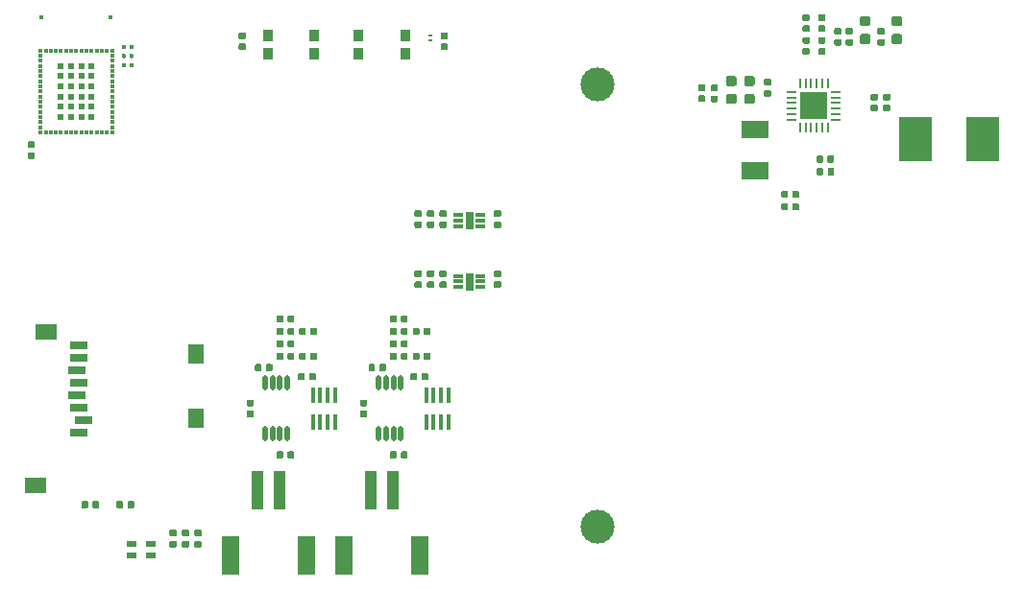
<source format=gtp>
G04 #@! TF.GenerationSoftware,KiCad,Pcbnew,(5.1.5)-3*
G04 #@! TF.CreationDate,2021-03-29T18:53:01-07:00*
G04 #@! TF.ProjectId,PatchV2,50617463-6856-4322-9e6b-696361645f70,rev?*
G04 #@! TF.SameCoordinates,Original*
G04 #@! TF.FileFunction,Paste,Top*
G04 #@! TF.FilePolarity,Positive*
%FSLAX46Y46*%
G04 Gerber Fmt 4.6, Leading zero omitted, Abs format (unit mm)*
G04 Created by KiCad (PCBNEW (5.1.5)-3) date 2021-03-29 18:53:01*
%MOMM*%
%LPD*%
G04 APERTURE LIST*
%ADD10C,0.025400*%
%ADD11R,0.430000X0.430000*%
%ADD12R,0.600000X0.600000*%
%ADD13R,0.300000X0.350000*%
%ADD14R,0.350000X0.350000*%
%ADD15R,0.350000X0.300000*%
%ADD16C,0.100000*%
%ADD17R,0.804800X0.300000*%
%ADD18R,0.254000X0.812800*%
%ADD19R,0.812800X0.254000*%
%ADD20R,2.438400X2.438400*%
%ADD21R,0.431800X1.320800*%
%ADD22O,0.449999X1.350000*%
%ADD23C,3.000000*%
%ADD24R,0.900000X1.000000*%
%ADD25R,2.400000X1.500000*%
%ADD26R,1.000001X3.500001*%
%ADD27R,1.500000X3.400001*%
%ADD28R,1.900000X1.400000*%
%ADD29R,1.400000X1.800000*%
%ADD30R,1.500000X0.800000*%
%ADD31R,0.850000X0.500000*%
%ADD32R,0.304800X0.228600*%
%ADD33R,3.000000X4.000000*%
G04 APERTURE END LIST*
D10*
G36*
X89395000Y-73190000D02*
G01*
X89395000Y-74610000D01*
X90005000Y-74610000D01*
X90005000Y-73190000D01*
X89395000Y-73190000D01*
G37*
X89395000Y-73190000D02*
X89395000Y-74610000D01*
X90005000Y-74610000D01*
X90005000Y-73190000D01*
X89395000Y-73190000D01*
G36*
X89395000Y-67790000D02*
G01*
X89395000Y-69210000D01*
X90005000Y-69210000D01*
X90005000Y-67790000D01*
X89395000Y-67790000D01*
G37*
X89395000Y-67790000D02*
X89395000Y-69210000D01*
X90005000Y-69210000D01*
X90005000Y-67790000D01*
X89395000Y-67790000D01*
D11*
X58125000Y-50540000D03*
X52025000Y-50540000D03*
D12*
X55525000Y-55775000D03*
X55525000Y-56675000D03*
X55525000Y-57575000D03*
X55525000Y-58475000D03*
X54625000Y-58475000D03*
X54625000Y-57575000D03*
X54625000Y-56675000D03*
X54625000Y-55775000D03*
X54625000Y-54875000D03*
X55525000Y-54875000D03*
X56425000Y-54875000D03*
X56425000Y-55775000D03*
X56425000Y-56675000D03*
X56425000Y-57575000D03*
X56425000Y-58475000D03*
X56425000Y-59375000D03*
X55525000Y-59375000D03*
X54625000Y-59375000D03*
X53725000Y-59375000D03*
X53725000Y-58475000D03*
X53725000Y-57575000D03*
X53725000Y-56675000D03*
X53725000Y-55775000D03*
X53725000Y-54875000D03*
D13*
X52375000Y-53500000D03*
X52825000Y-53500000D03*
X53275000Y-53500000D03*
X53725000Y-53500000D03*
X54175000Y-53500000D03*
X54625000Y-53500000D03*
X55075000Y-53500000D03*
X55525000Y-53500000D03*
X55975000Y-53500000D03*
X56425000Y-53500000D03*
X56875000Y-53500000D03*
X57325000Y-53500000D03*
X57775000Y-53500000D03*
D14*
X58250000Y-53500000D03*
D15*
X58250000Y-53975000D03*
X58250000Y-54425000D03*
X58250000Y-54875000D03*
X58250000Y-55325000D03*
X58250000Y-55775000D03*
X58250000Y-56225000D03*
X58250000Y-56675000D03*
X58250000Y-57125000D03*
X58250000Y-57575000D03*
X58250000Y-58025000D03*
X58250000Y-58475000D03*
X58250000Y-58925000D03*
X58250000Y-59375000D03*
X58250000Y-59825000D03*
X58250000Y-60275000D03*
D14*
X58250000Y-60750000D03*
D13*
X57775000Y-60750000D03*
X57325000Y-60750000D03*
X56875000Y-60750000D03*
X56425000Y-60750000D03*
X55975000Y-60750000D03*
X55525000Y-60750000D03*
X55075000Y-60750000D03*
X54625000Y-60750000D03*
X54175000Y-60750000D03*
X53725000Y-60750000D03*
X53275000Y-60750000D03*
X52825000Y-60750000D03*
X52375000Y-60750000D03*
D14*
X51900000Y-60750000D03*
D15*
X51900000Y-60275000D03*
X51900000Y-59825000D03*
X51900000Y-59375000D03*
X51900000Y-58925000D03*
X51900000Y-58475000D03*
X51900000Y-58025000D03*
X51900000Y-57575000D03*
X51900000Y-57125000D03*
X51900000Y-56675000D03*
X51900000Y-56225000D03*
X51900000Y-55775000D03*
X51900000Y-55325000D03*
X51900000Y-54875000D03*
X51900000Y-54425000D03*
X51900000Y-53975000D03*
D14*
X51900000Y-53500000D03*
D16*
G36*
X124877691Y-50476053D02*
G01*
X124898926Y-50479203D01*
X124919750Y-50484419D01*
X124939962Y-50491651D01*
X124959368Y-50500830D01*
X124977781Y-50511866D01*
X124995024Y-50524654D01*
X125010930Y-50539070D01*
X125025346Y-50554976D01*
X125038134Y-50572219D01*
X125049170Y-50590632D01*
X125058349Y-50610038D01*
X125065581Y-50630250D01*
X125070797Y-50651074D01*
X125073947Y-50672309D01*
X125075000Y-50693750D01*
X125075000Y-51131250D01*
X125073947Y-51152691D01*
X125070797Y-51173926D01*
X125065581Y-51194750D01*
X125058349Y-51214962D01*
X125049170Y-51234368D01*
X125038134Y-51252781D01*
X125025346Y-51270024D01*
X125010930Y-51285930D01*
X124995024Y-51300346D01*
X124977781Y-51313134D01*
X124959368Y-51324170D01*
X124939962Y-51333349D01*
X124919750Y-51340581D01*
X124898926Y-51345797D01*
X124877691Y-51348947D01*
X124856250Y-51350000D01*
X124343750Y-51350000D01*
X124322309Y-51348947D01*
X124301074Y-51345797D01*
X124280250Y-51340581D01*
X124260038Y-51333349D01*
X124240632Y-51324170D01*
X124222219Y-51313134D01*
X124204976Y-51300346D01*
X124189070Y-51285930D01*
X124174654Y-51270024D01*
X124161866Y-51252781D01*
X124150830Y-51234368D01*
X124141651Y-51214962D01*
X124134419Y-51194750D01*
X124129203Y-51173926D01*
X124126053Y-51152691D01*
X124125000Y-51131250D01*
X124125000Y-50693750D01*
X124126053Y-50672309D01*
X124129203Y-50651074D01*
X124134419Y-50630250D01*
X124141651Y-50610038D01*
X124150830Y-50590632D01*
X124161866Y-50572219D01*
X124174654Y-50554976D01*
X124189070Y-50539070D01*
X124204976Y-50524654D01*
X124222219Y-50511866D01*
X124240632Y-50500830D01*
X124260038Y-50491651D01*
X124280250Y-50484419D01*
X124301074Y-50479203D01*
X124322309Y-50476053D01*
X124343750Y-50475000D01*
X124856250Y-50475000D01*
X124877691Y-50476053D01*
G37*
G36*
X124877691Y-52051053D02*
G01*
X124898926Y-52054203D01*
X124919750Y-52059419D01*
X124939962Y-52066651D01*
X124959368Y-52075830D01*
X124977781Y-52086866D01*
X124995024Y-52099654D01*
X125010930Y-52114070D01*
X125025346Y-52129976D01*
X125038134Y-52147219D01*
X125049170Y-52165632D01*
X125058349Y-52185038D01*
X125065581Y-52205250D01*
X125070797Y-52226074D01*
X125073947Y-52247309D01*
X125075000Y-52268750D01*
X125075000Y-52706250D01*
X125073947Y-52727691D01*
X125070797Y-52748926D01*
X125065581Y-52769750D01*
X125058349Y-52789962D01*
X125049170Y-52809368D01*
X125038134Y-52827781D01*
X125025346Y-52845024D01*
X125010930Y-52860930D01*
X124995024Y-52875346D01*
X124977781Y-52888134D01*
X124959368Y-52899170D01*
X124939962Y-52908349D01*
X124919750Y-52915581D01*
X124898926Y-52920797D01*
X124877691Y-52923947D01*
X124856250Y-52925000D01*
X124343750Y-52925000D01*
X124322309Y-52923947D01*
X124301074Y-52920797D01*
X124280250Y-52915581D01*
X124260038Y-52908349D01*
X124240632Y-52899170D01*
X124222219Y-52888134D01*
X124204976Y-52875346D01*
X124189070Y-52860930D01*
X124174654Y-52845024D01*
X124161866Y-52827781D01*
X124150830Y-52809368D01*
X124141651Y-52789962D01*
X124134419Y-52769750D01*
X124129203Y-52748926D01*
X124126053Y-52727691D01*
X124125000Y-52706250D01*
X124125000Y-52268750D01*
X124126053Y-52247309D01*
X124129203Y-52226074D01*
X124134419Y-52205250D01*
X124141651Y-52185038D01*
X124150830Y-52165632D01*
X124161866Y-52147219D01*
X124174654Y-52129976D01*
X124189070Y-52114070D01*
X124204976Y-52099654D01*
X124222219Y-52086866D01*
X124240632Y-52075830D01*
X124260038Y-52066651D01*
X124280250Y-52059419D01*
X124301074Y-52054203D01*
X124322309Y-52051053D01*
X124343750Y-52050000D01*
X124856250Y-52050000D01*
X124877691Y-52051053D01*
G37*
G36*
X123386958Y-52490710D02*
G01*
X123401276Y-52492834D01*
X123415317Y-52496351D01*
X123428946Y-52501228D01*
X123442031Y-52507417D01*
X123454447Y-52514858D01*
X123466073Y-52523481D01*
X123476798Y-52533202D01*
X123486519Y-52543927D01*
X123495142Y-52555553D01*
X123502583Y-52567969D01*
X123508772Y-52581054D01*
X123513649Y-52594683D01*
X123517166Y-52608724D01*
X123519290Y-52623042D01*
X123520000Y-52637500D01*
X123520000Y-52932500D01*
X123519290Y-52946958D01*
X123517166Y-52961276D01*
X123513649Y-52975317D01*
X123508772Y-52988946D01*
X123502583Y-53002031D01*
X123495142Y-53014447D01*
X123486519Y-53026073D01*
X123476798Y-53036798D01*
X123466073Y-53046519D01*
X123454447Y-53055142D01*
X123442031Y-53062583D01*
X123428946Y-53068772D01*
X123415317Y-53073649D01*
X123401276Y-53077166D01*
X123386958Y-53079290D01*
X123372500Y-53080000D01*
X123027500Y-53080000D01*
X123013042Y-53079290D01*
X122998724Y-53077166D01*
X122984683Y-53073649D01*
X122971054Y-53068772D01*
X122957969Y-53062583D01*
X122945553Y-53055142D01*
X122933927Y-53046519D01*
X122923202Y-53036798D01*
X122913481Y-53026073D01*
X122904858Y-53014447D01*
X122897417Y-53002031D01*
X122891228Y-52988946D01*
X122886351Y-52975317D01*
X122882834Y-52961276D01*
X122880710Y-52946958D01*
X122880000Y-52932500D01*
X122880000Y-52637500D01*
X122880710Y-52623042D01*
X122882834Y-52608724D01*
X122886351Y-52594683D01*
X122891228Y-52581054D01*
X122897417Y-52567969D01*
X122904858Y-52555553D01*
X122913481Y-52543927D01*
X122923202Y-52533202D01*
X122933927Y-52523481D01*
X122945553Y-52514858D01*
X122957969Y-52507417D01*
X122971054Y-52501228D01*
X122984683Y-52496351D01*
X122998724Y-52492834D01*
X123013042Y-52490710D01*
X123027500Y-52490000D01*
X123372500Y-52490000D01*
X123386958Y-52490710D01*
G37*
G36*
X123386958Y-51520710D02*
G01*
X123401276Y-51522834D01*
X123415317Y-51526351D01*
X123428946Y-51531228D01*
X123442031Y-51537417D01*
X123454447Y-51544858D01*
X123466073Y-51553481D01*
X123476798Y-51563202D01*
X123486519Y-51573927D01*
X123495142Y-51585553D01*
X123502583Y-51597969D01*
X123508772Y-51611054D01*
X123513649Y-51624683D01*
X123517166Y-51638724D01*
X123519290Y-51653042D01*
X123520000Y-51667500D01*
X123520000Y-51962500D01*
X123519290Y-51976958D01*
X123517166Y-51991276D01*
X123513649Y-52005317D01*
X123508772Y-52018946D01*
X123502583Y-52032031D01*
X123495142Y-52044447D01*
X123486519Y-52056073D01*
X123476798Y-52066798D01*
X123466073Y-52076519D01*
X123454447Y-52085142D01*
X123442031Y-52092583D01*
X123428946Y-52098772D01*
X123415317Y-52103649D01*
X123401276Y-52107166D01*
X123386958Y-52109290D01*
X123372500Y-52110000D01*
X123027500Y-52110000D01*
X123013042Y-52109290D01*
X122998724Y-52107166D01*
X122984683Y-52103649D01*
X122971054Y-52098772D01*
X122957969Y-52092583D01*
X122945553Y-52085142D01*
X122933927Y-52076519D01*
X122923202Y-52066798D01*
X122913481Y-52056073D01*
X122904858Y-52044447D01*
X122897417Y-52032031D01*
X122891228Y-52018946D01*
X122886351Y-52005317D01*
X122882834Y-51991276D01*
X122880710Y-51976958D01*
X122880000Y-51962500D01*
X122880000Y-51667500D01*
X122880710Y-51653042D01*
X122882834Y-51638724D01*
X122886351Y-51624683D01*
X122891228Y-51611054D01*
X122897417Y-51597969D01*
X122904858Y-51585553D01*
X122913481Y-51573927D01*
X122923202Y-51563202D01*
X122933927Y-51553481D01*
X122945553Y-51544858D01*
X122957969Y-51537417D01*
X122971054Y-51531228D01*
X122984683Y-51526351D01*
X122998724Y-51522834D01*
X123013042Y-51520710D01*
X123027500Y-51520000D01*
X123372500Y-51520000D01*
X123386958Y-51520710D01*
G37*
D17*
X88747600Y-73400000D03*
X88747600Y-73900000D03*
X88747600Y-74400000D03*
X90652400Y-74400000D03*
X90652400Y-73900000D03*
X90652400Y-73400000D03*
X88747600Y-68000000D03*
X88747600Y-68500000D03*
X88747600Y-69000000D03*
X90652400Y-69000000D03*
X90652400Y-68500000D03*
X90652400Y-68000000D03*
D18*
X121350000Y-56451602D03*
X120850001Y-56451602D03*
X120350000Y-56451602D03*
X119850000Y-56451602D03*
X119349999Y-56451602D03*
X118850000Y-56451602D03*
D19*
X118151602Y-57150000D03*
X118151602Y-57649999D03*
X118151602Y-58150000D03*
X118151602Y-58650000D03*
X118151602Y-59150001D03*
X118151602Y-59650000D03*
D18*
X118850000Y-60348398D03*
X119349999Y-60348398D03*
X119850000Y-60348398D03*
X120350000Y-60348398D03*
X120850001Y-60348398D03*
X121350000Y-60348398D03*
D19*
X122048398Y-59650000D03*
X122048398Y-59150001D03*
X122048398Y-58650000D03*
X122048398Y-58150000D03*
X122048398Y-57649999D03*
X122048398Y-57150000D03*
D20*
X120100000Y-58400000D03*
D21*
X85925001Y-83906200D03*
X86574999Y-83906200D03*
X87225001Y-83906200D03*
X87874999Y-83906200D03*
X87874999Y-86293800D03*
X87225001Y-86293800D03*
X86574999Y-86293800D03*
X85925001Y-86293800D03*
X75925001Y-86293800D03*
X76574999Y-86293800D03*
X77225001Y-86293800D03*
X77874999Y-86293800D03*
X77874999Y-83906200D03*
X77225001Y-83906200D03*
X76574999Y-83906200D03*
X75925001Y-83906200D03*
D22*
X81725001Y-82874998D03*
X82375002Y-82874998D03*
X83025001Y-82874998D03*
X83675002Y-82874998D03*
X83675002Y-87324999D03*
X83025001Y-87324999D03*
X82375002Y-87324999D03*
X81725001Y-87324999D03*
X71725001Y-87324999D03*
X72375002Y-87324999D03*
X73025001Y-87324999D03*
X73675002Y-87324999D03*
X73675002Y-82874998D03*
X73025001Y-82874998D03*
X72375002Y-82874998D03*
X71725001Y-82874998D03*
D23*
X101000000Y-95500000D03*
X101000000Y-56500000D03*
D24*
X76050000Y-52200000D03*
X76050000Y-53800000D03*
X71950000Y-53800000D03*
X71950000Y-52200000D03*
X84050000Y-52200000D03*
X84050000Y-53800000D03*
X79950000Y-53800000D03*
X79950000Y-52200000D03*
D16*
G36*
X86486958Y-72920710D02*
G01*
X86501276Y-72922834D01*
X86515317Y-72926351D01*
X86528946Y-72931228D01*
X86542031Y-72937417D01*
X86554447Y-72944858D01*
X86566073Y-72953481D01*
X86576798Y-72963202D01*
X86586519Y-72973927D01*
X86595142Y-72985553D01*
X86602583Y-72997969D01*
X86608772Y-73011054D01*
X86613649Y-73024683D01*
X86617166Y-73038724D01*
X86619290Y-73053042D01*
X86620000Y-73067500D01*
X86620000Y-73362500D01*
X86619290Y-73376958D01*
X86617166Y-73391276D01*
X86613649Y-73405317D01*
X86608772Y-73418946D01*
X86602583Y-73432031D01*
X86595142Y-73444447D01*
X86586519Y-73456073D01*
X86576798Y-73466798D01*
X86566073Y-73476519D01*
X86554447Y-73485142D01*
X86542031Y-73492583D01*
X86528946Y-73498772D01*
X86515317Y-73503649D01*
X86501276Y-73507166D01*
X86486958Y-73509290D01*
X86472500Y-73510000D01*
X86127500Y-73510000D01*
X86113042Y-73509290D01*
X86098724Y-73507166D01*
X86084683Y-73503649D01*
X86071054Y-73498772D01*
X86057969Y-73492583D01*
X86045553Y-73485142D01*
X86033927Y-73476519D01*
X86023202Y-73466798D01*
X86013481Y-73456073D01*
X86004858Y-73444447D01*
X85997417Y-73432031D01*
X85991228Y-73418946D01*
X85986351Y-73405317D01*
X85982834Y-73391276D01*
X85980710Y-73376958D01*
X85980000Y-73362500D01*
X85980000Y-73067500D01*
X85980710Y-73053042D01*
X85982834Y-73038724D01*
X85986351Y-73024683D01*
X85991228Y-73011054D01*
X85997417Y-72997969D01*
X86004858Y-72985553D01*
X86013481Y-72973927D01*
X86023202Y-72963202D01*
X86033927Y-72953481D01*
X86045553Y-72944858D01*
X86057969Y-72937417D01*
X86071054Y-72931228D01*
X86084683Y-72926351D01*
X86098724Y-72922834D01*
X86113042Y-72920710D01*
X86127500Y-72920000D01*
X86472500Y-72920000D01*
X86486958Y-72920710D01*
G37*
G36*
X86486958Y-73890710D02*
G01*
X86501276Y-73892834D01*
X86515317Y-73896351D01*
X86528946Y-73901228D01*
X86542031Y-73907417D01*
X86554447Y-73914858D01*
X86566073Y-73923481D01*
X86576798Y-73933202D01*
X86586519Y-73943927D01*
X86595142Y-73955553D01*
X86602583Y-73967969D01*
X86608772Y-73981054D01*
X86613649Y-73994683D01*
X86617166Y-74008724D01*
X86619290Y-74023042D01*
X86620000Y-74037500D01*
X86620000Y-74332500D01*
X86619290Y-74346958D01*
X86617166Y-74361276D01*
X86613649Y-74375317D01*
X86608772Y-74388946D01*
X86602583Y-74402031D01*
X86595142Y-74414447D01*
X86586519Y-74426073D01*
X86576798Y-74436798D01*
X86566073Y-74446519D01*
X86554447Y-74455142D01*
X86542031Y-74462583D01*
X86528946Y-74468772D01*
X86515317Y-74473649D01*
X86501276Y-74477166D01*
X86486958Y-74479290D01*
X86472500Y-74480000D01*
X86127500Y-74480000D01*
X86113042Y-74479290D01*
X86098724Y-74477166D01*
X86084683Y-74473649D01*
X86071054Y-74468772D01*
X86057969Y-74462583D01*
X86045553Y-74455142D01*
X86033927Y-74446519D01*
X86023202Y-74436798D01*
X86013481Y-74426073D01*
X86004858Y-74414447D01*
X85997417Y-74402031D01*
X85991228Y-74388946D01*
X85986351Y-74375317D01*
X85982834Y-74361276D01*
X85980710Y-74346958D01*
X85980000Y-74332500D01*
X85980000Y-74037500D01*
X85980710Y-74023042D01*
X85982834Y-74008724D01*
X85986351Y-73994683D01*
X85991228Y-73981054D01*
X85997417Y-73967969D01*
X86004858Y-73955553D01*
X86013481Y-73943927D01*
X86023202Y-73933202D01*
X86033927Y-73923481D01*
X86045553Y-73914858D01*
X86057969Y-73907417D01*
X86071054Y-73901228D01*
X86084683Y-73896351D01*
X86098724Y-73892834D01*
X86113042Y-73890710D01*
X86127500Y-73890000D01*
X86472500Y-73890000D01*
X86486958Y-73890710D01*
G37*
G36*
X87586958Y-72920710D02*
G01*
X87601276Y-72922834D01*
X87615317Y-72926351D01*
X87628946Y-72931228D01*
X87642031Y-72937417D01*
X87654447Y-72944858D01*
X87666073Y-72953481D01*
X87676798Y-72963202D01*
X87686519Y-72973927D01*
X87695142Y-72985553D01*
X87702583Y-72997969D01*
X87708772Y-73011054D01*
X87713649Y-73024683D01*
X87717166Y-73038724D01*
X87719290Y-73053042D01*
X87720000Y-73067500D01*
X87720000Y-73362500D01*
X87719290Y-73376958D01*
X87717166Y-73391276D01*
X87713649Y-73405317D01*
X87708772Y-73418946D01*
X87702583Y-73432031D01*
X87695142Y-73444447D01*
X87686519Y-73456073D01*
X87676798Y-73466798D01*
X87666073Y-73476519D01*
X87654447Y-73485142D01*
X87642031Y-73492583D01*
X87628946Y-73498772D01*
X87615317Y-73503649D01*
X87601276Y-73507166D01*
X87586958Y-73509290D01*
X87572500Y-73510000D01*
X87227500Y-73510000D01*
X87213042Y-73509290D01*
X87198724Y-73507166D01*
X87184683Y-73503649D01*
X87171054Y-73498772D01*
X87157969Y-73492583D01*
X87145553Y-73485142D01*
X87133927Y-73476519D01*
X87123202Y-73466798D01*
X87113481Y-73456073D01*
X87104858Y-73444447D01*
X87097417Y-73432031D01*
X87091228Y-73418946D01*
X87086351Y-73405317D01*
X87082834Y-73391276D01*
X87080710Y-73376958D01*
X87080000Y-73362500D01*
X87080000Y-73067500D01*
X87080710Y-73053042D01*
X87082834Y-73038724D01*
X87086351Y-73024683D01*
X87091228Y-73011054D01*
X87097417Y-72997969D01*
X87104858Y-72985553D01*
X87113481Y-72973927D01*
X87123202Y-72963202D01*
X87133927Y-72953481D01*
X87145553Y-72944858D01*
X87157969Y-72937417D01*
X87171054Y-72931228D01*
X87184683Y-72926351D01*
X87198724Y-72922834D01*
X87213042Y-72920710D01*
X87227500Y-72920000D01*
X87572500Y-72920000D01*
X87586958Y-72920710D01*
G37*
G36*
X87586958Y-73890710D02*
G01*
X87601276Y-73892834D01*
X87615317Y-73896351D01*
X87628946Y-73901228D01*
X87642031Y-73907417D01*
X87654447Y-73914858D01*
X87666073Y-73923481D01*
X87676798Y-73933202D01*
X87686519Y-73943927D01*
X87695142Y-73955553D01*
X87702583Y-73967969D01*
X87708772Y-73981054D01*
X87713649Y-73994683D01*
X87717166Y-74008724D01*
X87719290Y-74023042D01*
X87720000Y-74037500D01*
X87720000Y-74332500D01*
X87719290Y-74346958D01*
X87717166Y-74361276D01*
X87713649Y-74375317D01*
X87708772Y-74388946D01*
X87702583Y-74402031D01*
X87695142Y-74414447D01*
X87686519Y-74426073D01*
X87676798Y-74436798D01*
X87666073Y-74446519D01*
X87654447Y-74455142D01*
X87642031Y-74462583D01*
X87628946Y-74468772D01*
X87615317Y-74473649D01*
X87601276Y-74477166D01*
X87586958Y-74479290D01*
X87572500Y-74480000D01*
X87227500Y-74480000D01*
X87213042Y-74479290D01*
X87198724Y-74477166D01*
X87184683Y-74473649D01*
X87171054Y-74468772D01*
X87157969Y-74462583D01*
X87145553Y-74455142D01*
X87133927Y-74446519D01*
X87123202Y-74436798D01*
X87113481Y-74426073D01*
X87104858Y-74414447D01*
X87097417Y-74402031D01*
X87091228Y-74388946D01*
X87086351Y-74375317D01*
X87082834Y-74361276D01*
X87080710Y-74346958D01*
X87080000Y-74332500D01*
X87080000Y-74037500D01*
X87080710Y-74023042D01*
X87082834Y-74008724D01*
X87086351Y-73994683D01*
X87091228Y-73981054D01*
X87097417Y-73967969D01*
X87104858Y-73955553D01*
X87113481Y-73943927D01*
X87123202Y-73933202D01*
X87133927Y-73923481D01*
X87145553Y-73914858D01*
X87157969Y-73907417D01*
X87171054Y-73901228D01*
X87184683Y-73896351D01*
X87198724Y-73892834D01*
X87213042Y-73890710D01*
X87227500Y-73890000D01*
X87572500Y-73890000D01*
X87586958Y-73890710D01*
G37*
G36*
X86486958Y-67620710D02*
G01*
X86501276Y-67622834D01*
X86515317Y-67626351D01*
X86528946Y-67631228D01*
X86542031Y-67637417D01*
X86554447Y-67644858D01*
X86566073Y-67653481D01*
X86576798Y-67663202D01*
X86586519Y-67673927D01*
X86595142Y-67685553D01*
X86602583Y-67697969D01*
X86608772Y-67711054D01*
X86613649Y-67724683D01*
X86617166Y-67738724D01*
X86619290Y-67753042D01*
X86620000Y-67767500D01*
X86620000Y-68062500D01*
X86619290Y-68076958D01*
X86617166Y-68091276D01*
X86613649Y-68105317D01*
X86608772Y-68118946D01*
X86602583Y-68132031D01*
X86595142Y-68144447D01*
X86586519Y-68156073D01*
X86576798Y-68166798D01*
X86566073Y-68176519D01*
X86554447Y-68185142D01*
X86542031Y-68192583D01*
X86528946Y-68198772D01*
X86515317Y-68203649D01*
X86501276Y-68207166D01*
X86486958Y-68209290D01*
X86472500Y-68210000D01*
X86127500Y-68210000D01*
X86113042Y-68209290D01*
X86098724Y-68207166D01*
X86084683Y-68203649D01*
X86071054Y-68198772D01*
X86057969Y-68192583D01*
X86045553Y-68185142D01*
X86033927Y-68176519D01*
X86023202Y-68166798D01*
X86013481Y-68156073D01*
X86004858Y-68144447D01*
X85997417Y-68132031D01*
X85991228Y-68118946D01*
X85986351Y-68105317D01*
X85982834Y-68091276D01*
X85980710Y-68076958D01*
X85980000Y-68062500D01*
X85980000Y-67767500D01*
X85980710Y-67753042D01*
X85982834Y-67738724D01*
X85986351Y-67724683D01*
X85991228Y-67711054D01*
X85997417Y-67697969D01*
X86004858Y-67685553D01*
X86013481Y-67673927D01*
X86023202Y-67663202D01*
X86033927Y-67653481D01*
X86045553Y-67644858D01*
X86057969Y-67637417D01*
X86071054Y-67631228D01*
X86084683Y-67626351D01*
X86098724Y-67622834D01*
X86113042Y-67620710D01*
X86127500Y-67620000D01*
X86472500Y-67620000D01*
X86486958Y-67620710D01*
G37*
G36*
X86486958Y-68590710D02*
G01*
X86501276Y-68592834D01*
X86515317Y-68596351D01*
X86528946Y-68601228D01*
X86542031Y-68607417D01*
X86554447Y-68614858D01*
X86566073Y-68623481D01*
X86576798Y-68633202D01*
X86586519Y-68643927D01*
X86595142Y-68655553D01*
X86602583Y-68667969D01*
X86608772Y-68681054D01*
X86613649Y-68694683D01*
X86617166Y-68708724D01*
X86619290Y-68723042D01*
X86620000Y-68737500D01*
X86620000Y-69032500D01*
X86619290Y-69046958D01*
X86617166Y-69061276D01*
X86613649Y-69075317D01*
X86608772Y-69088946D01*
X86602583Y-69102031D01*
X86595142Y-69114447D01*
X86586519Y-69126073D01*
X86576798Y-69136798D01*
X86566073Y-69146519D01*
X86554447Y-69155142D01*
X86542031Y-69162583D01*
X86528946Y-69168772D01*
X86515317Y-69173649D01*
X86501276Y-69177166D01*
X86486958Y-69179290D01*
X86472500Y-69180000D01*
X86127500Y-69180000D01*
X86113042Y-69179290D01*
X86098724Y-69177166D01*
X86084683Y-69173649D01*
X86071054Y-69168772D01*
X86057969Y-69162583D01*
X86045553Y-69155142D01*
X86033927Y-69146519D01*
X86023202Y-69136798D01*
X86013481Y-69126073D01*
X86004858Y-69114447D01*
X85997417Y-69102031D01*
X85991228Y-69088946D01*
X85986351Y-69075317D01*
X85982834Y-69061276D01*
X85980710Y-69046958D01*
X85980000Y-69032500D01*
X85980000Y-68737500D01*
X85980710Y-68723042D01*
X85982834Y-68708724D01*
X85986351Y-68694683D01*
X85991228Y-68681054D01*
X85997417Y-68667969D01*
X86004858Y-68655553D01*
X86013481Y-68643927D01*
X86023202Y-68633202D01*
X86033927Y-68623481D01*
X86045553Y-68614858D01*
X86057969Y-68607417D01*
X86071054Y-68601228D01*
X86084683Y-68596351D01*
X86098724Y-68592834D01*
X86113042Y-68590710D01*
X86127500Y-68590000D01*
X86472500Y-68590000D01*
X86486958Y-68590710D01*
G37*
G36*
X87586958Y-67620710D02*
G01*
X87601276Y-67622834D01*
X87615317Y-67626351D01*
X87628946Y-67631228D01*
X87642031Y-67637417D01*
X87654447Y-67644858D01*
X87666073Y-67653481D01*
X87676798Y-67663202D01*
X87686519Y-67673927D01*
X87695142Y-67685553D01*
X87702583Y-67697969D01*
X87708772Y-67711054D01*
X87713649Y-67724683D01*
X87717166Y-67738724D01*
X87719290Y-67753042D01*
X87720000Y-67767500D01*
X87720000Y-68062500D01*
X87719290Y-68076958D01*
X87717166Y-68091276D01*
X87713649Y-68105317D01*
X87708772Y-68118946D01*
X87702583Y-68132031D01*
X87695142Y-68144447D01*
X87686519Y-68156073D01*
X87676798Y-68166798D01*
X87666073Y-68176519D01*
X87654447Y-68185142D01*
X87642031Y-68192583D01*
X87628946Y-68198772D01*
X87615317Y-68203649D01*
X87601276Y-68207166D01*
X87586958Y-68209290D01*
X87572500Y-68210000D01*
X87227500Y-68210000D01*
X87213042Y-68209290D01*
X87198724Y-68207166D01*
X87184683Y-68203649D01*
X87171054Y-68198772D01*
X87157969Y-68192583D01*
X87145553Y-68185142D01*
X87133927Y-68176519D01*
X87123202Y-68166798D01*
X87113481Y-68156073D01*
X87104858Y-68144447D01*
X87097417Y-68132031D01*
X87091228Y-68118946D01*
X87086351Y-68105317D01*
X87082834Y-68091276D01*
X87080710Y-68076958D01*
X87080000Y-68062500D01*
X87080000Y-67767500D01*
X87080710Y-67753042D01*
X87082834Y-67738724D01*
X87086351Y-67724683D01*
X87091228Y-67711054D01*
X87097417Y-67697969D01*
X87104858Y-67685553D01*
X87113481Y-67673927D01*
X87123202Y-67663202D01*
X87133927Y-67653481D01*
X87145553Y-67644858D01*
X87157969Y-67637417D01*
X87171054Y-67631228D01*
X87184683Y-67626351D01*
X87198724Y-67622834D01*
X87213042Y-67620710D01*
X87227500Y-67620000D01*
X87572500Y-67620000D01*
X87586958Y-67620710D01*
G37*
G36*
X87586958Y-68590710D02*
G01*
X87601276Y-68592834D01*
X87615317Y-68596351D01*
X87628946Y-68601228D01*
X87642031Y-68607417D01*
X87654447Y-68614858D01*
X87666073Y-68623481D01*
X87676798Y-68633202D01*
X87686519Y-68643927D01*
X87695142Y-68655553D01*
X87702583Y-68667969D01*
X87708772Y-68681054D01*
X87713649Y-68694683D01*
X87717166Y-68708724D01*
X87719290Y-68723042D01*
X87720000Y-68737500D01*
X87720000Y-69032500D01*
X87719290Y-69046958D01*
X87717166Y-69061276D01*
X87713649Y-69075317D01*
X87708772Y-69088946D01*
X87702583Y-69102031D01*
X87695142Y-69114447D01*
X87686519Y-69126073D01*
X87676798Y-69136798D01*
X87666073Y-69146519D01*
X87654447Y-69155142D01*
X87642031Y-69162583D01*
X87628946Y-69168772D01*
X87615317Y-69173649D01*
X87601276Y-69177166D01*
X87586958Y-69179290D01*
X87572500Y-69180000D01*
X87227500Y-69180000D01*
X87213042Y-69179290D01*
X87198724Y-69177166D01*
X87184683Y-69173649D01*
X87171054Y-69168772D01*
X87157969Y-69162583D01*
X87145553Y-69155142D01*
X87133927Y-69146519D01*
X87123202Y-69136798D01*
X87113481Y-69126073D01*
X87104858Y-69114447D01*
X87097417Y-69102031D01*
X87091228Y-69088946D01*
X87086351Y-69075317D01*
X87082834Y-69061276D01*
X87080710Y-69046958D01*
X87080000Y-69032500D01*
X87080000Y-68737500D01*
X87080710Y-68723042D01*
X87082834Y-68708724D01*
X87086351Y-68694683D01*
X87091228Y-68681054D01*
X87097417Y-68667969D01*
X87104858Y-68655553D01*
X87113481Y-68643927D01*
X87123202Y-68633202D01*
X87133927Y-68623481D01*
X87145553Y-68614858D01*
X87157969Y-68607417D01*
X87171054Y-68601228D01*
X87184683Y-68596351D01*
X87198724Y-68592834D01*
X87213042Y-68590710D01*
X87227500Y-68590000D01*
X87572500Y-68590000D01*
X87586958Y-68590710D01*
G37*
G36*
X119586958Y-52320710D02*
G01*
X119601276Y-52322834D01*
X119615317Y-52326351D01*
X119628946Y-52331228D01*
X119642031Y-52337417D01*
X119654447Y-52344858D01*
X119666073Y-52353481D01*
X119676798Y-52363202D01*
X119686519Y-52373927D01*
X119695142Y-52385553D01*
X119702583Y-52397969D01*
X119708772Y-52411054D01*
X119713649Y-52424683D01*
X119717166Y-52438724D01*
X119719290Y-52453042D01*
X119720000Y-52467500D01*
X119720000Y-52762500D01*
X119719290Y-52776958D01*
X119717166Y-52791276D01*
X119713649Y-52805317D01*
X119708772Y-52818946D01*
X119702583Y-52832031D01*
X119695142Y-52844447D01*
X119686519Y-52856073D01*
X119676798Y-52866798D01*
X119666073Y-52876519D01*
X119654447Y-52885142D01*
X119642031Y-52892583D01*
X119628946Y-52898772D01*
X119615317Y-52903649D01*
X119601276Y-52907166D01*
X119586958Y-52909290D01*
X119572500Y-52910000D01*
X119227500Y-52910000D01*
X119213042Y-52909290D01*
X119198724Y-52907166D01*
X119184683Y-52903649D01*
X119171054Y-52898772D01*
X119157969Y-52892583D01*
X119145553Y-52885142D01*
X119133927Y-52876519D01*
X119123202Y-52866798D01*
X119113481Y-52856073D01*
X119104858Y-52844447D01*
X119097417Y-52832031D01*
X119091228Y-52818946D01*
X119086351Y-52805317D01*
X119082834Y-52791276D01*
X119080710Y-52776958D01*
X119080000Y-52762500D01*
X119080000Y-52467500D01*
X119080710Y-52453042D01*
X119082834Y-52438724D01*
X119086351Y-52424683D01*
X119091228Y-52411054D01*
X119097417Y-52397969D01*
X119104858Y-52385553D01*
X119113481Y-52373927D01*
X119123202Y-52363202D01*
X119133927Y-52353481D01*
X119145553Y-52344858D01*
X119157969Y-52337417D01*
X119171054Y-52331228D01*
X119184683Y-52326351D01*
X119198724Y-52322834D01*
X119213042Y-52320710D01*
X119227500Y-52320000D01*
X119572500Y-52320000D01*
X119586958Y-52320710D01*
G37*
G36*
X119586958Y-53290710D02*
G01*
X119601276Y-53292834D01*
X119615317Y-53296351D01*
X119628946Y-53301228D01*
X119642031Y-53307417D01*
X119654447Y-53314858D01*
X119666073Y-53323481D01*
X119676798Y-53333202D01*
X119686519Y-53343927D01*
X119695142Y-53355553D01*
X119702583Y-53367969D01*
X119708772Y-53381054D01*
X119713649Y-53394683D01*
X119717166Y-53408724D01*
X119719290Y-53423042D01*
X119720000Y-53437500D01*
X119720000Y-53732500D01*
X119719290Y-53746958D01*
X119717166Y-53761276D01*
X119713649Y-53775317D01*
X119708772Y-53788946D01*
X119702583Y-53802031D01*
X119695142Y-53814447D01*
X119686519Y-53826073D01*
X119676798Y-53836798D01*
X119666073Y-53846519D01*
X119654447Y-53855142D01*
X119642031Y-53862583D01*
X119628946Y-53868772D01*
X119615317Y-53873649D01*
X119601276Y-53877166D01*
X119586958Y-53879290D01*
X119572500Y-53880000D01*
X119227500Y-53880000D01*
X119213042Y-53879290D01*
X119198724Y-53877166D01*
X119184683Y-53873649D01*
X119171054Y-53868772D01*
X119157969Y-53862583D01*
X119145553Y-53855142D01*
X119133927Y-53846519D01*
X119123202Y-53836798D01*
X119113481Y-53826073D01*
X119104858Y-53814447D01*
X119097417Y-53802031D01*
X119091228Y-53788946D01*
X119086351Y-53775317D01*
X119082834Y-53761276D01*
X119080710Y-53746958D01*
X119080000Y-53732500D01*
X119080000Y-53437500D01*
X119080710Y-53423042D01*
X119082834Y-53408724D01*
X119086351Y-53394683D01*
X119091228Y-53381054D01*
X119097417Y-53367969D01*
X119104858Y-53355553D01*
X119113481Y-53343927D01*
X119123202Y-53333202D01*
X119133927Y-53323481D01*
X119145553Y-53314858D01*
X119157969Y-53307417D01*
X119171054Y-53301228D01*
X119184683Y-53296351D01*
X119198724Y-53292834D01*
X119213042Y-53290710D01*
X119227500Y-53290000D01*
X119572500Y-53290000D01*
X119586958Y-53290710D01*
G37*
G36*
X119586958Y-50320710D02*
G01*
X119601276Y-50322834D01*
X119615317Y-50326351D01*
X119628946Y-50331228D01*
X119642031Y-50337417D01*
X119654447Y-50344858D01*
X119666073Y-50353481D01*
X119676798Y-50363202D01*
X119686519Y-50373927D01*
X119695142Y-50385553D01*
X119702583Y-50397969D01*
X119708772Y-50411054D01*
X119713649Y-50424683D01*
X119717166Y-50438724D01*
X119719290Y-50453042D01*
X119720000Y-50467500D01*
X119720000Y-50762500D01*
X119719290Y-50776958D01*
X119717166Y-50791276D01*
X119713649Y-50805317D01*
X119708772Y-50818946D01*
X119702583Y-50832031D01*
X119695142Y-50844447D01*
X119686519Y-50856073D01*
X119676798Y-50866798D01*
X119666073Y-50876519D01*
X119654447Y-50885142D01*
X119642031Y-50892583D01*
X119628946Y-50898772D01*
X119615317Y-50903649D01*
X119601276Y-50907166D01*
X119586958Y-50909290D01*
X119572500Y-50910000D01*
X119227500Y-50910000D01*
X119213042Y-50909290D01*
X119198724Y-50907166D01*
X119184683Y-50903649D01*
X119171054Y-50898772D01*
X119157969Y-50892583D01*
X119145553Y-50885142D01*
X119133927Y-50876519D01*
X119123202Y-50866798D01*
X119113481Y-50856073D01*
X119104858Y-50844447D01*
X119097417Y-50832031D01*
X119091228Y-50818946D01*
X119086351Y-50805317D01*
X119082834Y-50791276D01*
X119080710Y-50776958D01*
X119080000Y-50762500D01*
X119080000Y-50467500D01*
X119080710Y-50453042D01*
X119082834Y-50438724D01*
X119086351Y-50424683D01*
X119091228Y-50411054D01*
X119097417Y-50397969D01*
X119104858Y-50385553D01*
X119113481Y-50373927D01*
X119123202Y-50363202D01*
X119133927Y-50353481D01*
X119145553Y-50344858D01*
X119157969Y-50337417D01*
X119171054Y-50331228D01*
X119184683Y-50326351D01*
X119198724Y-50322834D01*
X119213042Y-50320710D01*
X119227500Y-50320000D01*
X119572500Y-50320000D01*
X119586958Y-50320710D01*
G37*
G36*
X119586958Y-51290710D02*
G01*
X119601276Y-51292834D01*
X119615317Y-51296351D01*
X119628946Y-51301228D01*
X119642031Y-51307417D01*
X119654447Y-51314858D01*
X119666073Y-51323481D01*
X119676798Y-51333202D01*
X119686519Y-51343927D01*
X119695142Y-51355553D01*
X119702583Y-51367969D01*
X119708772Y-51381054D01*
X119713649Y-51394683D01*
X119717166Y-51408724D01*
X119719290Y-51423042D01*
X119720000Y-51437500D01*
X119720000Y-51732500D01*
X119719290Y-51746958D01*
X119717166Y-51761276D01*
X119713649Y-51775317D01*
X119708772Y-51788946D01*
X119702583Y-51802031D01*
X119695142Y-51814447D01*
X119686519Y-51826073D01*
X119676798Y-51836798D01*
X119666073Y-51846519D01*
X119654447Y-51855142D01*
X119642031Y-51862583D01*
X119628946Y-51868772D01*
X119615317Y-51873649D01*
X119601276Y-51877166D01*
X119586958Y-51879290D01*
X119572500Y-51880000D01*
X119227500Y-51880000D01*
X119213042Y-51879290D01*
X119198724Y-51877166D01*
X119184683Y-51873649D01*
X119171054Y-51868772D01*
X119157969Y-51862583D01*
X119145553Y-51855142D01*
X119133927Y-51846519D01*
X119123202Y-51836798D01*
X119113481Y-51826073D01*
X119104858Y-51814447D01*
X119097417Y-51802031D01*
X119091228Y-51788946D01*
X119086351Y-51775317D01*
X119082834Y-51761276D01*
X119080710Y-51746958D01*
X119080000Y-51732500D01*
X119080000Y-51437500D01*
X119080710Y-51423042D01*
X119082834Y-51408724D01*
X119086351Y-51394683D01*
X119091228Y-51381054D01*
X119097417Y-51367969D01*
X119104858Y-51355553D01*
X119113481Y-51343927D01*
X119123202Y-51333202D01*
X119133927Y-51323481D01*
X119145553Y-51314858D01*
X119157969Y-51307417D01*
X119171054Y-51301228D01*
X119184683Y-51296351D01*
X119198724Y-51292834D01*
X119213042Y-51290710D01*
X119227500Y-51290000D01*
X119572500Y-51290000D01*
X119586958Y-51290710D01*
G37*
G36*
X120986958Y-52320710D02*
G01*
X121001276Y-52322834D01*
X121015317Y-52326351D01*
X121028946Y-52331228D01*
X121042031Y-52337417D01*
X121054447Y-52344858D01*
X121066073Y-52353481D01*
X121076798Y-52363202D01*
X121086519Y-52373927D01*
X121095142Y-52385553D01*
X121102583Y-52397969D01*
X121108772Y-52411054D01*
X121113649Y-52424683D01*
X121117166Y-52438724D01*
X121119290Y-52453042D01*
X121120000Y-52467500D01*
X121120000Y-52762500D01*
X121119290Y-52776958D01*
X121117166Y-52791276D01*
X121113649Y-52805317D01*
X121108772Y-52818946D01*
X121102583Y-52832031D01*
X121095142Y-52844447D01*
X121086519Y-52856073D01*
X121076798Y-52866798D01*
X121066073Y-52876519D01*
X121054447Y-52885142D01*
X121042031Y-52892583D01*
X121028946Y-52898772D01*
X121015317Y-52903649D01*
X121001276Y-52907166D01*
X120986958Y-52909290D01*
X120972500Y-52910000D01*
X120627500Y-52910000D01*
X120613042Y-52909290D01*
X120598724Y-52907166D01*
X120584683Y-52903649D01*
X120571054Y-52898772D01*
X120557969Y-52892583D01*
X120545553Y-52885142D01*
X120533927Y-52876519D01*
X120523202Y-52866798D01*
X120513481Y-52856073D01*
X120504858Y-52844447D01*
X120497417Y-52832031D01*
X120491228Y-52818946D01*
X120486351Y-52805317D01*
X120482834Y-52791276D01*
X120480710Y-52776958D01*
X120480000Y-52762500D01*
X120480000Y-52467500D01*
X120480710Y-52453042D01*
X120482834Y-52438724D01*
X120486351Y-52424683D01*
X120491228Y-52411054D01*
X120497417Y-52397969D01*
X120504858Y-52385553D01*
X120513481Y-52373927D01*
X120523202Y-52363202D01*
X120533927Y-52353481D01*
X120545553Y-52344858D01*
X120557969Y-52337417D01*
X120571054Y-52331228D01*
X120584683Y-52326351D01*
X120598724Y-52322834D01*
X120613042Y-52320710D01*
X120627500Y-52320000D01*
X120972500Y-52320000D01*
X120986958Y-52320710D01*
G37*
G36*
X120986958Y-53290710D02*
G01*
X121001276Y-53292834D01*
X121015317Y-53296351D01*
X121028946Y-53301228D01*
X121042031Y-53307417D01*
X121054447Y-53314858D01*
X121066073Y-53323481D01*
X121076798Y-53333202D01*
X121086519Y-53343927D01*
X121095142Y-53355553D01*
X121102583Y-53367969D01*
X121108772Y-53381054D01*
X121113649Y-53394683D01*
X121117166Y-53408724D01*
X121119290Y-53423042D01*
X121120000Y-53437500D01*
X121120000Y-53732500D01*
X121119290Y-53746958D01*
X121117166Y-53761276D01*
X121113649Y-53775317D01*
X121108772Y-53788946D01*
X121102583Y-53802031D01*
X121095142Y-53814447D01*
X121086519Y-53826073D01*
X121076798Y-53836798D01*
X121066073Y-53846519D01*
X121054447Y-53855142D01*
X121042031Y-53862583D01*
X121028946Y-53868772D01*
X121015317Y-53873649D01*
X121001276Y-53877166D01*
X120986958Y-53879290D01*
X120972500Y-53880000D01*
X120627500Y-53880000D01*
X120613042Y-53879290D01*
X120598724Y-53877166D01*
X120584683Y-53873649D01*
X120571054Y-53868772D01*
X120557969Y-53862583D01*
X120545553Y-53855142D01*
X120533927Y-53846519D01*
X120523202Y-53836798D01*
X120513481Y-53826073D01*
X120504858Y-53814447D01*
X120497417Y-53802031D01*
X120491228Y-53788946D01*
X120486351Y-53775317D01*
X120482834Y-53761276D01*
X120480710Y-53746958D01*
X120480000Y-53732500D01*
X120480000Y-53437500D01*
X120480710Y-53423042D01*
X120482834Y-53408724D01*
X120486351Y-53394683D01*
X120491228Y-53381054D01*
X120497417Y-53367969D01*
X120504858Y-53355553D01*
X120513481Y-53343927D01*
X120523202Y-53333202D01*
X120533927Y-53323481D01*
X120545553Y-53314858D01*
X120557969Y-53307417D01*
X120571054Y-53301228D01*
X120584683Y-53296351D01*
X120598724Y-53292834D01*
X120613042Y-53290710D01*
X120627500Y-53290000D01*
X120972500Y-53290000D01*
X120986958Y-53290710D01*
G37*
G36*
X120986958Y-50320710D02*
G01*
X121001276Y-50322834D01*
X121015317Y-50326351D01*
X121028946Y-50331228D01*
X121042031Y-50337417D01*
X121054447Y-50344858D01*
X121066073Y-50353481D01*
X121076798Y-50363202D01*
X121086519Y-50373927D01*
X121095142Y-50385553D01*
X121102583Y-50397969D01*
X121108772Y-50411054D01*
X121113649Y-50424683D01*
X121117166Y-50438724D01*
X121119290Y-50453042D01*
X121120000Y-50467500D01*
X121120000Y-50762500D01*
X121119290Y-50776958D01*
X121117166Y-50791276D01*
X121113649Y-50805317D01*
X121108772Y-50818946D01*
X121102583Y-50832031D01*
X121095142Y-50844447D01*
X121086519Y-50856073D01*
X121076798Y-50866798D01*
X121066073Y-50876519D01*
X121054447Y-50885142D01*
X121042031Y-50892583D01*
X121028946Y-50898772D01*
X121015317Y-50903649D01*
X121001276Y-50907166D01*
X120986958Y-50909290D01*
X120972500Y-50910000D01*
X120627500Y-50910000D01*
X120613042Y-50909290D01*
X120598724Y-50907166D01*
X120584683Y-50903649D01*
X120571054Y-50898772D01*
X120557969Y-50892583D01*
X120545553Y-50885142D01*
X120533927Y-50876519D01*
X120523202Y-50866798D01*
X120513481Y-50856073D01*
X120504858Y-50844447D01*
X120497417Y-50832031D01*
X120491228Y-50818946D01*
X120486351Y-50805317D01*
X120482834Y-50791276D01*
X120480710Y-50776958D01*
X120480000Y-50762500D01*
X120480000Y-50467500D01*
X120480710Y-50453042D01*
X120482834Y-50438724D01*
X120486351Y-50424683D01*
X120491228Y-50411054D01*
X120497417Y-50397969D01*
X120504858Y-50385553D01*
X120513481Y-50373927D01*
X120523202Y-50363202D01*
X120533927Y-50353481D01*
X120545553Y-50344858D01*
X120557969Y-50337417D01*
X120571054Y-50331228D01*
X120584683Y-50326351D01*
X120598724Y-50322834D01*
X120613042Y-50320710D01*
X120627500Y-50320000D01*
X120972500Y-50320000D01*
X120986958Y-50320710D01*
G37*
G36*
X120986958Y-51290710D02*
G01*
X121001276Y-51292834D01*
X121015317Y-51296351D01*
X121028946Y-51301228D01*
X121042031Y-51307417D01*
X121054447Y-51314858D01*
X121066073Y-51323481D01*
X121076798Y-51333202D01*
X121086519Y-51343927D01*
X121095142Y-51355553D01*
X121102583Y-51367969D01*
X121108772Y-51381054D01*
X121113649Y-51394683D01*
X121117166Y-51408724D01*
X121119290Y-51423042D01*
X121120000Y-51437500D01*
X121120000Y-51732500D01*
X121119290Y-51746958D01*
X121117166Y-51761276D01*
X121113649Y-51775317D01*
X121108772Y-51788946D01*
X121102583Y-51802031D01*
X121095142Y-51814447D01*
X121086519Y-51826073D01*
X121076798Y-51836798D01*
X121066073Y-51846519D01*
X121054447Y-51855142D01*
X121042031Y-51862583D01*
X121028946Y-51868772D01*
X121015317Y-51873649D01*
X121001276Y-51877166D01*
X120986958Y-51879290D01*
X120972500Y-51880000D01*
X120627500Y-51880000D01*
X120613042Y-51879290D01*
X120598724Y-51877166D01*
X120584683Y-51873649D01*
X120571054Y-51868772D01*
X120557969Y-51862583D01*
X120545553Y-51855142D01*
X120533927Y-51846519D01*
X120523202Y-51836798D01*
X120513481Y-51826073D01*
X120504858Y-51814447D01*
X120497417Y-51802031D01*
X120491228Y-51788946D01*
X120486351Y-51775317D01*
X120482834Y-51761276D01*
X120480710Y-51746958D01*
X120480000Y-51732500D01*
X120480000Y-51437500D01*
X120480710Y-51423042D01*
X120482834Y-51408724D01*
X120486351Y-51394683D01*
X120491228Y-51381054D01*
X120497417Y-51367969D01*
X120504858Y-51355553D01*
X120513481Y-51343927D01*
X120523202Y-51333202D01*
X120533927Y-51323481D01*
X120545553Y-51314858D01*
X120557969Y-51307417D01*
X120571054Y-51301228D01*
X120584683Y-51296351D01*
X120598724Y-51292834D01*
X120613042Y-51290710D01*
X120627500Y-51290000D01*
X120972500Y-51290000D01*
X120986958Y-51290710D01*
G37*
G36*
X122386958Y-51520710D02*
G01*
X122401276Y-51522834D01*
X122415317Y-51526351D01*
X122428946Y-51531228D01*
X122442031Y-51537417D01*
X122454447Y-51544858D01*
X122466073Y-51553481D01*
X122476798Y-51563202D01*
X122486519Y-51573927D01*
X122495142Y-51585553D01*
X122502583Y-51597969D01*
X122508772Y-51611054D01*
X122513649Y-51624683D01*
X122517166Y-51638724D01*
X122519290Y-51653042D01*
X122520000Y-51667500D01*
X122520000Y-51962500D01*
X122519290Y-51976958D01*
X122517166Y-51991276D01*
X122513649Y-52005317D01*
X122508772Y-52018946D01*
X122502583Y-52032031D01*
X122495142Y-52044447D01*
X122486519Y-52056073D01*
X122476798Y-52066798D01*
X122466073Y-52076519D01*
X122454447Y-52085142D01*
X122442031Y-52092583D01*
X122428946Y-52098772D01*
X122415317Y-52103649D01*
X122401276Y-52107166D01*
X122386958Y-52109290D01*
X122372500Y-52110000D01*
X122027500Y-52110000D01*
X122013042Y-52109290D01*
X121998724Y-52107166D01*
X121984683Y-52103649D01*
X121971054Y-52098772D01*
X121957969Y-52092583D01*
X121945553Y-52085142D01*
X121933927Y-52076519D01*
X121923202Y-52066798D01*
X121913481Y-52056073D01*
X121904858Y-52044447D01*
X121897417Y-52032031D01*
X121891228Y-52018946D01*
X121886351Y-52005317D01*
X121882834Y-51991276D01*
X121880710Y-51976958D01*
X121880000Y-51962500D01*
X121880000Y-51667500D01*
X121880710Y-51653042D01*
X121882834Y-51638724D01*
X121886351Y-51624683D01*
X121891228Y-51611054D01*
X121897417Y-51597969D01*
X121904858Y-51585553D01*
X121913481Y-51573927D01*
X121923202Y-51563202D01*
X121933927Y-51553481D01*
X121945553Y-51544858D01*
X121957969Y-51537417D01*
X121971054Y-51531228D01*
X121984683Y-51526351D01*
X121998724Y-51522834D01*
X122013042Y-51520710D01*
X122027500Y-51520000D01*
X122372500Y-51520000D01*
X122386958Y-51520710D01*
G37*
G36*
X122386958Y-52490710D02*
G01*
X122401276Y-52492834D01*
X122415317Y-52496351D01*
X122428946Y-52501228D01*
X122442031Y-52507417D01*
X122454447Y-52514858D01*
X122466073Y-52523481D01*
X122476798Y-52533202D01*
X122486519Y-52543927D01*
X122495142Y-52555553D01*
X122502583Y-52567969D01*
X122508772Y-52581054D01*
X122513649Y-52594683D01*
X122517166Y-52608724D01*
X122519290Y-52623042D01*
X122520000Y-52637500D01*
X122520000Y-52932500D01*
X122519290Y-52946958D01*
X122517166Y-52961276D01*
X122513649Y-52975317D01*
X122508772Y-52988946D01*
X122502583Y-53002031D01*
X122495142Y-53014447D01*
X122486519Y-53026073D01*
X122476798Y-53036798D01*
X122466073Y-53046519D01*
X122454447Y-53055142D01*
X122442031Y-53062583D01*
X122428946Y-53068772D01*
X122415317Y-53073649D01*
X122401276Y-53077166D01*
X122386958Y-53079290D01*
X122372500Y-53080000D01*
X122027500Y-53080000D01*
X122013042Y-53079290D01*
X121998724Y-53077166D01*
X121984683Y-53073649D01*
X121971054Y-53068772D01*
X121957969Y-53062583D01*
X121945553Y-53055142D01*
X121933927Y-53046519D01*
X121923202Y-53036798D01*
X121913481Y-53026073D01*
X121904858Y-53014447D01*
X121897417Y-53002031D01*
X121891228Y-52988946D01*
X121886351Y-52975317D01*
X121882834Y-52961276D01*
X121880710Y-52946958D01*
X121880000Y-52932500D01*
X121880000Y-52637500D01*
X121880710Y-52623042D01*
X121882834Y-52608724D01*
X121886351Y-52594683D01*
X121891228Y-52581054D01*
X121897417Y-52567969D01*
X121904858Y-52555553D01*
X121913481Y-52543927D01*
X121923202Y-52533202D01*
X121933927Y-52523481D01*
X121945553Y-52514858D01*
X121957969Y-52507417D01*
X121971054Y-52501228D01*
X121984683Y-52496351D01*
X121998724Y-52492834D01*
X122013042Y-52490710D01*
X122027500Y-52490000D01*
X122372500Y-52490000D01*
X122386958Y-52490710D01*
G37*
G36*
X126186958Y-52490710D02*
G01*
X126201276Y-52492834D01*
X126215317Y-52496351D01*
X126228946Y-52501228D01*
X126242031Y-52507417D01*
X126254447Y-52514858D01*
X126266073Y-52523481D01*
X126276798Y-52533202D01*
X126286519Y-52543927D01*
X126295142Y-52555553D01*
X126302583Y-52567969D01*
X126308772Y-52581054D01*
X126313649Y-52594683D01*
X126317166Y-52608724D01*
X126319290Y-52623042D01*
X126320000Y-52637500D01*
X126320000Y-52932500D01*
X126319290Y-52946958D01*
X126317166Y-52961276D01*
X126313649Y-52975317D01*
X126308772Y-52988946D01*
X126302583Y-53002031D01*
X126295142Y-53014447D01*
X126286519Y-53026073D01*
X126276798Y-53036798D01*
X126266073Y-53046519D01*
X126254447Y-53055142D01*
X126242031Y-53062583D01*
X126228946Y-53068772D01*
X126215317Y-53073649D01*
X126201276Y-53077166D01*
X126186958Y-53079290D01*
X126172500Y-53080000D01*
X125827500Y-53080000D01*
X125813042Y-53079290D01*
X125798724Y-53077166D01*
X125784683Y-53073649D01*
X125771054Y-53068772D01*
X125757969Y-53062583D01*
X125745553Y-53055142D01*
X125733927Y-53046519D01*
X125723202Y-53036798D01*
X125713481Y-53026073D01*
X125704858Y-53014447D01*
X125697417Y-53002031D01*
X125691228Y-52988946D01*
X125686351Y-52975317D01*
X125682834Y-52961276D01*
X125680710Y-52946958D01*
X125680000Y-52932500D01*
X125680000Y-52637500D01*
X125680710Y-52623042D01*
X125682834Y-52608724D01*
X125686351Y-52594683D01*
X125691228Y-52581054D01*
X125697417Y-52567969D01*
X125704858Y-52555553D01*
X125713481Y-52543927D01*
X125723202Y-52533202D01*
X125733927Y-52523481D01*
X125745553Y-52514858D01*
X125757969Y-52507417D01*
X125771054Y-52501228D01*
X125784683Y-52496351D01*
X125798724Y-52492834D01*
X125813042Y-52490710D01*
X125827500Y-52490000D01*
X126172500Y-52490000D01*
X126186958Y-52490710D01*
G37*
G36*
X126186958Y-51520710D02*
G01*
X126201276Y-51522834D01*
X126215317Y-51526351D01*
X126228946Y-51531228D01*
X126242031Y-51537417D01*
X126254447Y-51544858D01*
X126266073Y-51553481D01*
X126276798Y-51563202D01*
X126286519Y-51573927D01*
X126295142Y-51585553D01*
X126302583Y-51597969D01*
X126308772Y-51611054D01*
X126313649Y-51624683D01*
X126317166Y-51638724D01*
X126319290Y-51653042D01*
X126320000Y-51667500D01*
X126320000Y-51962500D01*
X126319290Y-51976958D01*
X126317166Y-51991276D01*
X126313649Y-52005317D01*
X126308772Y-52018946D01*
X126302583Y-52032031D01*
X126295142Y-52044447D01*
X126286519Y-52056073D01*
X126276798Y-52066798D01*
X126266073Y-52076519D01*
X126254447Y-52085142D01*
X126242031Y-52092583D01*
X126228946Y-52098772D01*
X126215317Y-52103649D01*
X126201276Y-52107166D01*
X126186958Y-52109290D01*
X126172500Y-52110000D01*
X125827500Y-52110000D01*
X125813042Y-52109290D01*
X125798724Y-52107166D01*
X125784683Y-52103649D01*
X125771054Y-52098772D01*
X125757969Y-52092583D01*
X125745553Y-52085142D01*
X125733927Y-52076519D01*
X125723202Y-52066798D01*
X125713481Y-52056073D01*
X125704858Y-52044447D01*
X125697417Y-52032031D01*
X125691228Y-52018946D01*
X125686351Y-52005317D01*
X125682834Y-51991276D01*
X125680710Y-51976958D01*
X125680000Y-51962500D01*
X125680000Y-51667500D01*
X125680710Y-51653042D01*
X125682834Y-51638724D01*
X125686351Y-51624683D01*
X125691228Y-51611054D01*
X125697417Y-51597969D01*
X125704858Y-51585553D01*
X125713481Y-51573927D01*
X125723202Y-51563202D01*
X125733927Y-51553481D01*
X125745553Y-51544858D01*
X125757969Y-51537417D01*
X125771054Y-51531228D01*
X125784683Y-51526351D01*
X125798724Y-51522834D01*
X125813042Y-51520710D01*
X125827500Y-51520000D01*
X126172500Y-51520000D01*
X126186958Y-51520710D01*
G37*
G36*
X127677691Y-50476053D02*
G01*
X127698926Y-50479203D01*
X127719750Y-50484419D01*
X127739962Y-50491651D01*
X127759368Y-50500830D01*
X127777781Y-50511866D01*
X127795024Y-50524654D01*
X127810930Y-50539070D01*
X127825346Y-50554976D01*
X127838134Y-50572219D01*
X127849170Y-50590632D01*
X127858349Y-50610038D01*
X127865581Y-50630250D01*
X127870797Y-50651074D01*
X127873947Y-50672309D01*
X127875000Y-50693750D01*
X127875000Y-51131250D01*
X127873947Y-51152691D01*
X127870797Y-51173926D01*
X127865581Y-51194750D01*
X127858349Y-51214962D01*
X127849170Y-51234368D01*
X127838134Y-51252781D01*
X127825346Y-51270024D01*
X127810930Y-51285930D01*
X127795024Y-51300346D01*
X127777781Y-51313134D01*
X127759368Y-51324170D01*
X127739962Y-51333349D01*
X127719750Y-51340581D01*
X127698926Y-51345797D01*
X127677691Y-51348947D01*
X127656250Y-51350000D01*
X127143750Y-51350000D01*
X127122309Y-51348947D01*
X127101074Y-51345797D01*
X127080250Y-51340581D01*
X127060038Y-51333349D01*
X127040632Y-51324170D01*
X127022219Y-51313134D01*
X127004976Y-51300346D01*
X126989070Y-51285930D01*
X126974654Y-51270024D01*
X126961866Y-51252781D01*
X126950830Y-51234368D01*
X126941651Y-51214962D01*
X126934419Y-51194750D01*
X126929203Y-51173926D01*
X126926053Y-51152691D01*
X126925000Y-51131250D01*
X126925000Y-50693750D01*
X126926053Y-50672309D01*
X126929203Y-50651074D01*
X126934419Y-50630250D01*
X126941651Y-50610038D01*
X126950830Y-50590632D01*
X126961866Y-50572219D01*
X126974654Y-50554976D01*
X126989070Y-50539070D01*
X127004976Y-50524654D01*
X127022219Y-50511866D01*
X127040632Y-50500830D01*
X127060038Y-50491651D01*
X127080250Y-50484419D01*
X127101074Y-50479203D01*
X127122309Y-50476053D01*
X127143750Y-50475000D01*
X127656250Y-50475000D01*
X127677691Y-50476053D01*
G37*
G36*
X127677691Y-52051053D02*
G01*
X127698926Y-52054203D01*
X127719750Y-52059419D01*
X127739962Y-52066651D01*
X127759368Y-52075830D01*
X127777781Y-52086866D01*
X127795024Y-52099654D01*
X127810930Y-52114070D01*
X127825346Y-52129976D01*
X127838134Y-52147219D01*
X127849170Y-52165632D01*
X127858349Y-52185038D01*
X127865581Y-52205250D01*
X127870797Y-52226074D01*
X127873947Y-52247309D01*
X127875000Y-52268750D01*
X127875000Y-52706250D01*
X127873947Y-52727691D01*
X127870797Y-52748926D01*
X127865581Y-52769750D01*
X127858349Y-52789962D01*
X127849170Y-52809368D01*
X127838134Y-52827781D01*
X127825346Y-52845024D01*
X127810930Y-52860930D01*
X127795024Y-52875346D01*
X127777781Y-52888134D01*
X127759368Y-52899170D01*
X127739962Y-52908349D01*
X127719750Y-52915581D01*
X127698926Y-52920797D01*
X127677691Y-52923947D01*
X127656250Y-52925000D01*
X127143750Y-52925000D01*
X127122309Y-52923947D01*
X127101074Y-52920797D01*
X127080250Y-52915581D01*
X127060038Y-52908349D01*
X127040632Y-52899170D01*
X127022219Y-52888134D01*
X127004976Y-52875346D01*
X126989070Y-52860930D01*
X126974654Y-52845024D01*
X126961866Y-52827781D01*
X126950830Y-52809368D01*
X126941651Y-52789962D01*
X126934419Y-52769750D01*
X126929203Y-52748926D01*
X126926053Y-52727691D01*
X126925000Y-52706250D01*
X126925000Y-52268750D01*
X126926053Y-52247309D01*
X126929203Y-52226074D01*
X126934419Y-52205250D01*
X126941651Y-52185038D01*
X126950830Y-52165632D01*
X126961866Y-52147219D01*
X126974654Y-52129976D01*
X126989070Y-52114070D01*
X127004976Y-52099654D01*
X127022219Y-52086866D01*
X127040632Y-52075830D01*
X127060038Y-52066651D01*
X127080250Y-52059419D01*
X127101074Y-52054203D01*
X127122309Y-52051053D01*
X127143750Y-52050000D01*
X127656250Y-52050000D01*
X127677691Y-52051053D01*
G37*
G36*
X126686958Y-58290710D02*
G01*
X126701276Y-58292834D01*
X126715317Y-58296351D01*
X126728946Y-58301228D01*
X126742031Y-58307417D01*
X126754447Y-58314858D01*
X126766073Y-58323481D01*
X126776798Y-58333202D01*
X126786519Y-58343927D01*
X126795142Y-58355553D01*
X126802583Y-58367969D01*
X126808772Y-58381054D01*
X126813649Y-58394683D01*
X126817166Y-58408724D01*
X126819290Y-58423042D01*
X126820000Y-58437500D01*
X126820000Y-58732500D01*
X126819290Y-58746958D01*
X126817166Y-58761276D01*
X126813649Y-58775317D01*
X126808772Y-58788946D01*
X126802583Y-58802031D01*
X126795142Y-58814447D01*
X126786519Y-58826073D01*
X126776798Y-58836798D01*
X126766073Y-58846519D01*
X126754447Y-58855142D01*
X126742031Y-58862583D01*
X126728946Y-58868772D01*
X126715317Y-58873649D01*
X126701276Y-58877166D01*
X126686958Y-58879290D01*
X126672500Y-58880000D01*
X126327500Y-58880000D01*
X126313042Y-58879290D01*
X126298724Y-58877166D01*
X126284683Y-58873649D01*
X126271054Y-58868772D01*
X126257969Y-58862583D01*
X126245553Y-58855142D01*
X126233927Y-58846519D01*
X126223202Y-58836798D01*
X126213481Y-58826073D01*
X126204858Y-58814447D01*
X126197417Y-58802031D01*
X126191228Y-58788946D01*
X126186351Y-58775317D01*
X126182834Y-58761276D01*
X126180710Y-58746958D01*
X126180000Y-58732500D01*
X126180000Y-58437500D01*
X126180710Y-58423042D01*
X126182834Y-58408724D01*
X126186351Y-58394683D01*
X126191228Y-58381054D01*
X126197417Y-58367969D01*
X126204858Y-58355553D01*
X126213481Y-58343927D01*
X126223202Y-58333202D01*
X126233927Y-58323481D01*
X126245553Y-58314858D01*
X126257969Y-58307417D01*
X126271054Y-58301228D01*
X126284683Y-58296351D01*
X126298724Y-58292834D01*
X126313042Y-58290710D01*
X126327500Y-58290000D01*
X126672500Y-58290000D01*
X126686958Y-58290710D01*
G37*
G36*
X126686958Y-57320710D02*
G01*
X126701276Y-57322834D01*
X126715317Y-57326351D01*
X126728946Y-57331228D01*
X126742031Y-57337417D01*
X126754447Y-57344858D01*
X126766073Y-57353481D01*
X126776798Y-57363202D01*
X126786519Y-57373927D01*
X126795142Y-57385553D01*
X126802583Y-57397969D01*
X126808772Y-57411054D01*
X126813649Y-57424683D01*
X126817166Y-57438724D01*
X126819290Y-57453042D01*
X126820000Y-57467500D01*
X126820000Y-57762500D01*
X126819290Y-57776958D01*
X126817166Y-57791276D01*
X126813649Y-57805317D01*
X126808772Y-57818946D01*
X126802583Y-57832031D01*
X126795142Y-57844447D01*
X126786519Y-57856073D01*
X126776798Y-57866798D01*
X126766073Y-57876519D01*
X126754447Y-57885142D01*
X126742031Y-57892583D01*
X126728946Y-57898772D01*
X126715317Y-57903649D01*
X126701276Y-57907166D01*
X126686958Y-57909290D01*
X126672500Y-57910000D01*
X126327500Y-57910000D01*
X126313042Y-57909290D01*
X126298724Y-57907166D01*
X126284683Y-57903649D01*
X126271054Y-57898772D01*
X126257969Y-57892583D01*
X126245553Y-57885142D01*
X126233927Y-57876519D01*
X126223202Y-57866798D01*
X126213481Y-57856073D01*
X126204858Y-57844447D01*
X126197417Y-57832031D01*
X126191228Y-57818946D01*
X126186351Y-57805317D01*
X126182834Y-57791276D01*
X126180710Y-57776958D01*
X126180000Y-57762500D01*
X126180000Y-57467500D01*
X126180710Y-57453042D01*
X126182834Y-57438724D01*
X126186351Y-57424683D01*
X126191228Y-57411054D01*
X126197417Y-57397969D01*
X126204858Y-57385553D01*
X126213481Y-57373927D01*
X126223202Y-57363202D01*
X126233927Y-57353481D01*
X126245553Y-57344858D01*
X126257969Y-57337417D01*
X126271054Y-57331228D01*
X126284683Y-57326351D01*
X126298724Y-57322834D01*
X126313042Y-57320710D01*
X126327500Y-57320000D01*
X126672500Y-57320000D01*
X126686958Y-57320710D01*
G37*
G36*
X125586958Y-58290710D02*
G01*
X125601276Y-58292834D01*
X125615317Y-58296351D01*
X125628946Y-58301228D01*
X125642031Y-58307417D01*
X125654447Y-58314858D01*
X125666073Y-58323481D01*
X125676798Y-58333202D01*
X125686519Y-58343927D01*
X125695142Y-58355553D01*
X125702583Y-58367969D01*
X125708772Y-58381054D01*
X125713649Y-58394683D01*
X125717166Y-58408724D01*
X125719290Y-58423042D01*
X125720000Y-58437500D01*
X125720000Y-58732500D01*
X125719290Y-58746958D01*
X125717166Y-58761276D01*
X125713649Y-58775317D01*
X125708772Y-58788946D01*
X125702583Y-58802031D01*
X125695142Y-58814447D01*
X125686519Y-58826073D01*
X125676798Y-58836798D01*
X125666073Y-58846519D01*
X125654447Y-58855142D01*
X125642031Y-58862583D01*
X125628946Y-58868772D01*
X125615317Y-58873649D01*
X125601276Y-58877166D01*
X125586958Y-58879290D01*
X125572500Y-58880000D01*
X125227500Y-58880000D01*
X125213042Y-58879290D01*
X125198724Y-58877166D01*
X125184683Y-58873649D01*
X125171054Y-58868772D01*
X125157969Y-58862583D01*
X125145553Y-58855142D01*
X125133927Y-58846519D01*
X125123202Y-58836798D01*
X125113481Y-58826073D01*
X125104858Y-58814447D01*
X125097417Y-58802031D01*
X125091228Y-58788946D01*
X125086351Y-58775317D01*
X125082834Y-58761276D01*
X125080710Y-58746958D01*
X125080000Y-58732500D01*
X125080000Y-58437500D01*
X125080710Y-58423042D01*
X125082834Y-58408724D01*
X125086351Y-58394683D01*
X125091228Y-58381054D01*
X125097417Y-58367969D01*
X125104858Y-58355553D01*
X125113481Y-58343927D01*
X125123202Y-58333202D01*
X125133927Y-58323481D01*
X125145553Y-58314858D01*
X125157969Y-58307417D01*
X125171054Y-58301228D01*
X125184683Y-58296351D01*
X125198724Y-58292834D01*
X125213042Y-58290710D01*
X125227500Y-58290000D01*
X125572500Y-58290000D01*
X125586958Y-58290710D01*
G37*
G36*
X125586958Y-57320710D02*
G01*
X125601276Y-57322834D01*
X125615317Y-57326351D01*
X125628946Y-57331228D01*
X125642031Y-57337417D01*
X125654447Y-57344858D01*
X125666073Y-57353481D01*
X125676798Y-57363202D01*
X125686519Y-57373927D01*
X125695142Y-57385553D01*
X125702583Y-57397969D01*
X125708772Y-57411054D01*
X125713649Y-57424683D01*
X125717166Y-57438724D01*
X125719290Y-57453042D01*
X125720000Y-57467500D01*
X125720000Y-57762500D01*
X125719290Y-57776958D01*
X125717166Y-57791276D01*
X125713649Y-57805317D01*
X125708772Y-57818946D01*
X125702583Y-57832031D01*
X125695142Y-57844447D01*
X125686519Y-57856073D01*
X125676798Y-57866798D01*
X125666073Y-57876519D01*
X125654447Y-57885142D01*
X125642031Y-57892583D01*
X125628946Y-57898772D01*
X125615317Y-57903649D01*
X125601276Y-57907166D01*
X125586958Y-57909290D01*
X125572500Y-57910000D01*
X125227500Y-57910000D01*
X125213042Y-57909290D01*
X125198724Y-57907166D01*
X125184683Y-57903649D01*
X125171054Y-57898772D01*
X125157969Y-57892583D01*
X125145553Y-57885142D01*
X125133927Y-57876519D01*
X125123202Y-57866798D01*
X125113481Y-57856073D01*
X125104858Y-57844447D01*
X125097417Y-57832031D01*
X125091228Y-57818946D01*
X125086351Y-57805317D01*
X125082834Y-57791276D01*
X125080710Y-57776958D01*
X125080000Y-57762500D01*
X125080000Y-57467500D01*
X125080710Y-57453042D01*
X125082834Y-57438724D01*
X125086351Y-57424683D01*
X125091228Y-57411054D01*
X125097417Y-57397969D01*
X125104858Y-57385553D01*
X125113481Y-57373927D01*
X125123202Y-57363202D01*
X125133927Y-57353481D01*
X125145553Y-57344858D01*
X125157969Y-57337417D01*
X125171054Y-57331228D01*
X125184683Y-57326351D01*
X125198724Y-57322834D01*
X125213042Y-57320710D01*
X125227500Y-57320000D01*
X125572500Y-57320000D01*
X125586958Y-57320710D01*
G37*
G36*
X114677691Y-55776053D02*
G01*
X114698926Y-55779203D01*
X114719750Y-55784419D01*
X114739962Y-55791651D01*
X114759368Y-55800830D01*
X114777781Y-55811866D01*
X114795024Y-55824654D01*
X114810930Y-55839070D01*
X114825346Y-55854976D01*
X114838134Y-55872219D01*
X114849170Y-55890632D01*
X114858349Y-55910038D01*
X114865581Y-55930250D01*
X114870797Y-55951074D01*
X114873947Y-55972309D01*
X114875000Y-55993750D01*
X114875000Y-56431250D01*
X114873947Y-56452691D01*
X114870797Y-56473926D01*
X114865581Y-56494750D01*
X114858349Y-56514962D01*
X114849170Y-56534368D01*
X114838134Y-56552781D01*
X114825346Y-56570024D01*
X114810930Y-56585930D01*
X114795024Y-56600346D01*
X114777781Y-56613134D01*
X114759368Y-56624170D01*
X114739962Y-56633349D01*
X114719750Y-56640581D01*
X114698926Y-56645797D01*
X114677691Y-56648947D01*
X114656250Y-56650000D01*
X114143750Y-56650000D01*
X114122309Y-56648947D01*
X114101074Y-56645797D01*
X114080250Y-56640581D01*
X114060038Y-56633349D01*
X114040632Y-56624170D01*
X114022219Y-56613134D01*
X114004976Y-56600346D01*
X113989070Y-56585930D01*
X113974654Y-56570024D01*
X113961866Y-56552781D01*
X113950830Y-56534368D01*
X113941651Y-56514962D01*
X113934419Y-56494750D01*
X113929203Y-56473926D01*
X113926053Y-56452691D01*
X113925000Y-56431250D01*
X113925000Y-55993750D01*
X113926053Y-55972309D01*
X113929203Y-55951074D01*
X113934419Y-55930250D01*
X113941651Y-55910038D01*
X113950830Y-55890632D01*
X113961866Y-55872219D01*
X113974654Y-55854976D01*
X113989070Y-55839070D01*
X114004976Y-55824654D01*
X114022219Y-55811866D01*
X114040632Y-55800830D01*
X114060038Y-55791651D01*
X114080250Y-55784419D01*
X114101074Y-55779203D01*
X114122309Y-55776053D01*
X114143750Y-55775000D01*
X114656250Y-55775000D01*
X114677691Y-55776053D01*
G37*
G36*
X114677691Y-57351053D02*
G01*
X114698926Y-57354203D01*
X114719750Y-57359419D01*
X114739962Y-57366651D01*
X114759368Y-57375830D01*
X114777781Y-57386866D01*
X114795024Y-57399654D01*
X114810930Y-57414070D01*
X114825346Y-57429976D01*
X114838134Y-57447219D01*
X114849170Y-57465632D01*
X114858349Y-57485038D01*
X114865581Y-57505250D01*
X114870797Y-57526074D01*
X114873947Y-57547309D01*
X114875000Y-57568750D01*
X114875000Y-58006250D01*
X114873947Y-58027691D01*
X114870797Y-58048926D01*
X114865581Y-58069750D01*
X114858349Y-58089962D01*
X114849170Y-58109368D01*
X114838134Y-58127781D01*
X114825346Y-58145024D01*
X114810930Y-58160930D01*
X114795024Y-58175346D01*
X114777781Y-58188134D01*
X114759368Y-58199170D01*
X114739962Y-58208349D01*
X114719750Y-58215581D01*
X114698926Y-58220797D01*
X114677691Y-58223947D01*
X114656250Y-58225000D01*
X114143750Y-58225000D01*
X114122309Y-58223947D01*
X114101074Y-58220797D01*
X114080250Y-58215581D01*
X114060038Y-58208349D01*
X114040632Y-58199170D01*
X114022219Y-58188134D01*
X114004976Y-58175346D01*
X113989070Y-58160930D01*
X113974654Y-58145024D01*
X113961866Y-58127781D01*
X113950830Y-58109368D01*
X113941651Y-58089962D01*
X113934419Y-58069750D01*
X113929203Y-58048926D01*
X113926053Y-58027691D01*
X113925000Y-58006250D01*
X113925000Y-57568750D01*
X113926053Y-57547309D01*
X113929203Y-57526074D01*
X113934419Y-57505250D01*
X113941651Y-57485038D01*
X113950830Y-57465632D01*
X113961866Y-57447219D01*
X113974654Y-57429976D01*
X113989070Y-57414070D01*
X114004976Y-57399654D01*
X114022219Y-57386866D01*
X114040632Y-57375830D01*
X114060038Y-57366651D01*
X114080250Y-57359419D01*
X114101074Y-57354203D01*
X114122309Y-57351053D01*
X114143750Y-57350000D01*
X114656250Y-57350000D01*
X114677691Y-57351053D01*
G37*
G36*
X113077691Y-55776053D02*
G01*
X113098926Y-55779203D01*
X113119750Y-55784419D01*
X113139962Y-55791651D01*
X113159368Y-55800830D01*
X113177781Y-55811866D01*
X113195024Y-55824654D01*
X113210930Y-55839070D01*
X113225346Y-55854976D01*
X113238134Y-55872219D01*
X113249170Y-55890632D01*
X113258349Y-55910038D01*
X113265581Y-55930250D01*
X113270797Y-55951074D01*
X113273947Y-55972309D01*
X113275000Y-55993750D01*
X113275000Y-56431250D01*
X113273947Y-56452691D01*
X113270797Y-56473926D01*
X113265581Y-56494750D01*
X113258349Y-56514962D01*
X113249170Y-56534368D01*
X113238134Y-56552781D01*
X113225346Y-56570024D01*
X113210930Y-56585930D01*
X113195024Y-56600346D01*
X113177781Y-56613134D01*
X113159368Y-56624170D01*
X113139962Y-56633349D01*
X113119750Y-56640581D01*
X113098926Y-56645797D01*
X113077691Y-56648947D01*
X113056250Y-56650000D01*
X112543750Y-56650000D01*
X112522309Y-56648947D01*
X112501074Y-56645797D01*
X112480250Y-56640581D01*
X112460038Y-56633349D01*
X112440632Y-56624170D01*
X112422219Y-56613134D01*
X112404976Y-56600346D01*
X112389070Y-56585930D01*
X112374654Y-56570024D01*
X112361866Y-56552781D01*
X112350830Y-56534368D01*
X112341651Y-56514962D01*
X112334419Y-56494750D01*
X112329203Y-56473926D01*
X112326053Y-56452691D01*
X112325000Y-56431250D01*
X112325000Y-55993750D01*
X112326053Y-55972309D01*
X112329203Y-55951074D01*
X112334419Y-55930250D01*
X112341651Y-55910038D01*
X112350830Y-55890632D01*
X112361866Y-55872219D01*
X112374654Y-55854976D01*
X112389070Y-55839070D01*
X112404976Y-55824654D01*
X112422219Y-55811866D01*
X112440632Y-55800830D01*
X112460038Y-55791651D01*
X112480250Y-55784419D01*
X112501074Y-55779203D01*
X112522309Y-55776053D01*
X112543750Y-55775000D01*
X113056250Y-55775000D01*
X113077691Y-55776053D01*
G37*
G36*
X113077691Y-57351053D02*
G01*
X113098926Y-57354203D01*
X113119750Y-57359419D01*
X113139962Y-57366651D01*
X113159368Y-57375830D01*
X113177781Y-57386866D01*
X113195024Y-57399654D01*
X113210930Y-57414070D01*
X113225346Y-57429976D01*
X113238134Y-57447219D01*
X113249170Y-57465632D01*
X113258349Y-57485038D01*
X113265581Y-57505250D01*
X113270797Y-57526074D01*
X113273947Y-57547309D01*
X113275000Y-57568750D01*
X113275000Y-58006250D01*
X113273947Y-58027691D01*
X113270797Y-58048926D01*
X113265581Y-58069750D01*
X113258349Y-58089962D01*
X113249170Y-58109368D01*
X113238134Y-58127781D01*
X113225346Y-58145024D01*
X113210930Y-58160930D01*
X113195024Y-58175346D01*
X113177781Y-58188134D01*
X113159368Y-58199170D01*
X113139962Y-58208349D01*
X113119750Y-58215581D01*
X113098926Y-58220797D01*
X113077691Y-58223947D01*
X113056250Y-58225000D01*
X112543750Y-58225000D01*
X112522309Y-58223947D01*
X112501074Y-58220797D01*
X112480250Y-58215581D01*
X112460038Y-58208349D01*
X112440632Y-58199170D01*
X112422219Y-58188134D01*
X112404976Y-58175346D01*
X112389070Y-58160930D01*
X112374654Y-58145024D01*
X112361866Y-58127781D01*
X112350830Y-58109368D01*
X112341651Y-58089962D01*
X112334419Y-58069750D01*
X112329203Y-58048926D01*
X112326053Y-58027691D01*
X112325000Y-58006250D01*
X112325000Y-57568750D01*
X112326053Y-57547309D01*
X112329203Y-57526074D01*
X112334419Y-57505250D01*
X112341651Y-57485038D01*
X112350830Y-57465632D01*
X112361866Y-57447219D01*
X112374654Y-57429976D01*
X112389070Y-57414070D01*
X112404976Y-57399654D01*
X112422219Y-57386866D01*
X112440632Y-57375830D01*
X112460038Y-57366651D01*
X112480250Y-57359419D01*
X112501074Y-57354203D01*
X112522309Y-57351053D01*
X112543750Y-57350000D01*
X113056250Y-57350000D01*
X113077691Y-57351053D01*
G37*
G36*
X83176958Y-77980710D02*
G01*
X83191276Y-77982834D01*
X83205317Y-77986351D01*
X83218946Y-77991228D01*
X83232031Y-77997417D01*
X83244447Y-78004858D01*
X83256073Y-78013481D01*
X83266798Y-78023202D01*
X83276519Y-78033927D01*
X83285142Y-78045553D01*
X83292583Y-78057969D01*
X83298772Y-78071054D01*
X83303649Y-78084683D01*
X83307166Y-78098724D01*
X83309290Y-78113042D01*
X83310000Y-78127500D01*
X83310000Y-78472500D01*
X83309290Y-78486958D01*
X83307166Y-78501276D01*
X83303649Y-78515317D01*
X83298772Y-78528946D01*
X83292583Y-78542031D01*
X83285142Y-78554447D01*
X83276519Y-78566073D01*
X83266798Y-78576798D01*
X83256073Y-78586519D01*
X83244447Y-78595142D01*
X83232031Y-78602583D01*
X83218946Y-78608772D01*
X83205317Y-78613649D01*
X83191276Y-78617166D01*
X83176958Y-78619290D01*
X83162500Y-78620000D01*
X82867500Y-78620000D01*
X82853042Y-78619290D01*
X82838724Y-78617166D01*
X82824683Y-78613649D01*
X82811054Y-78608772D01*
X82797969Y-78602583D01*
X82785553Y-78595142D01*
X82773927Y-78586519D01*
X82763202Y-78576798D01*
X82753481Y-78566073D01*
X82744858Y-78554447D01*
X82737417Y-78542031D01*
X82731228Y-78528946D01*
X82726351Y-78515317D01*
X82722834Y-78501276D01*
X82720710Y-78486958D01*
X82720000Y-78472500D01*
X82720000Y-78127500D01*
X82720710Y-78113042D01*
X82722834Y-78098724D01*
X82726351Y-78084683D01*
X82731228Y-78071054D01*
X82737417Y-78057969D01*
X82744858Y-78045553D01*
X82753481Y-78033927D01*
X82763202Y-78023202D01*
X82773927Y-78013481D01*
X82785553Y-78004858D01*
X82797969Y-77997417D01*
X82811054Y-77991228D01*
X82824683Y-77986351D01*
X82838724Y-77982834D01*
X82853042Y-77980710D01*
X82867500Y-77980000D01*
X83162500Y-77980000D01*
X83176958Y-77980710D01*
G37*
G36*
X84146958Y-77980710D02*
G01*
X84161276Y-77982834D01*
X84175317Y-77986351D01*
X84188946Y-77991228D01*
X84202031Y-77997417D01*
X84214447Y-78004858D01*
X84226073Y-78013481D01*
X84236798Y-78023202D01*
X84246519Y-78033927D01*
X84255142Y-78045553D01*
X84262583Y-78057969D01*
X84268772Y-78071054D01*
X84273649Y-78084683D01*
X84277166Y-78098724D01*
X84279290Y-78113042D01*
X84280000Y-78127500D01*
X84280000Y-78472500D01*
X84279290Y-78486958D01*
X84277166Y-78501276D01*
X84273649Y-78515317D01*
X84268772Y-78528946D01*
X84262583Y-78542031D01*
X84255142Y-78554447D01*
X84246519Y-78566073D01*
X84236798Y-78576798D01*
X84226073Y-78586519D01*
X84214447Y-78595142D01*
X84202031Y-78602583D01*
X84188946Y-78608772D01*
X84175317Y-78613649D01*
X84161276Y-78617166D01*
X84146958Y-78619290D01*
X84132500Y-78620000D01*
X83837500Y-78620000D01*
X83823042Y-78619290D01*
X83808724Y-78617166D01*
X83794683Y-78613649D01*
X83781054Y-78608772D01*
X83767969Y-78602583D01*
X83755553Y-78595142D01*
X83743927Y-78586519D01*
X83733202Y-78576798D01*
X83723481Y-78566073D01*
X83714858Y-78554447D01*
X83707417Y-78542031D01*
X83701228Y-78528946D01*
X83696351Y-78515317D01*
X83692834Y-78501276D01*
X83690710Y-78486958D01*
X83690000Y-78472500D01*
X83690000Y-78127500D01*
X83690710Y-78113042D01*
X83692834Y-78098724D01*
X83696351Y-78084683D01*
X83701228Y-78071054D01*
X83707417Y-78057969D01*
X83714858Y-78045553D01*
X83723481Y-78033927D01*
X83733202Y-78023202D01*
X83743927Y-78013481D01*
X83755553Y-78004858D01*
X83767969Y-77997417D01*
X83781054Y-77991228D01*
X83794683Y-77986351D01*
X83808724Y-77982834D01*
X83823042Y-77980710D01*
X83837500Y-77980000D01*
X84132500Y-77980000D01*
X84146958Y-77980710D01*
G37*
G36*
X73176958Y-77980710D02*
G01*
X73191276Y-77982834D01*
X73205317Y-77986351D01*
X73218946Y-77991228D01*
X73232031Y-77997417D01*
X73244447Y-78004858D01*
X73256073Y-78013481D01*
X73266798Y-78023202D01*
X73276519Y-78033927D01*
X73285142Y-78045553D01*
X73292583Y-78057969D01*
X73298772Y-78071054D01*
X73303649Y-78084683D01*
X73307166Y-78098724D01*
X73309290Y-78113042D01*
X73310000Y-78127500D01*
X73310000Y-78472500D01*
X73309290Y-78486958D01*
X73307166Y-78501276D01*
X73303649Y-78515317D01*
X73298772Y-78528946D01*
X73292583Y-78542031D01*
X73285142Y-78554447D01*
X73276519Y-78566073D01*
X73266798Y-78576798D01*
X73256073Y-78586519D01*
X73244447Y-78595142D01*
X73232031Y-78602583D01*
X73218946Y-78608772D01*
X73205317Y-78613649D01*
X73191276Y-78617166D01*
X73176958Y-78619290D01*
X73162500Y-78620000D01*
X72867500Y-78620000D01*
X72853042Y-78619290D01*
X72838724Y-78617166D01*
X72824683Y-78613649D01*
X72811054Y-78608772D01*
X72797969Y-78602583D01*
X72785553Y-78595142D01*
X72773927Y-78586519D01*
X72763202Y-78576798D01*
X72753481Y-78566073D01*
X72744858Y-78554447D01*
X72737417Y-78542031D01*
X72731228Y-78528946D01*
X72726351Y-78515317D01*
X72722834Y-78501276D01*
X72720710Y-78486958D01*
X72720000Y-78472500D01*
X72720000Y-78127500D01*
X72720710Y-78113042D01*
X72722834Y-78098724D01*
X72726351Y-78084683D01*
X72731228Y-78071054D01*
X72737417Y-78057969D01*
X72744858Y-78045553D01*
X72753481Y-78033927D01*
X72763202Y-78023202D01*
X72773927Y-78013481D01*
X72785553Y-78004858D01*
X72797969Y-77997417D01*
X72811054Y-77991228D01*
X72824683Y-77986351D01*
X72838724Y-77982834D01*
X72853042Y-77980710D01*
X72867500Y-77980000D01*
X73162500Y-77980000D01*
X73176958Y-77980710D01*
G37*
G36*
X74146958Y-77980710D02*
G01*
X74161276Y-77982834D01*
X74175317Y-77986351D01*
X74188946Y-77991228D01*
X74202031Y-77997417D01*
X74214447Y-78004858D01*
X74226073Y-78013481D01*
X74236798Y-78023202D01*
X74246519Y-78033927D01*
X74255142Y-78045553D01*
X74262583Y-78057969D01*
X74268772Y-78071054D01*
X74273649Y-78084683D01*
X74277166Y-78098724D01*
X74279290Y-78113042D01*
X74280000Y-78127500D01*
X74280000Y-78472500D01*
X74279290Y-78486958D01*
X74277166Y-78501276D01*
X74273649Y-78515317D01*
X74268772Y-78528946D01*
X74262583Y-78542031D01*
X74255142Y-78554447D01*
X74246519Y-78566073D01*
X74236798Y-78576798D01*
X74226073Y-78586519D01*
X74214447Y-78595142D01*
X74202031Y-78602583D01*
X74188946Y-78608772D01*
X74175317Y-78613649D01*
X74161276Y-78617166D01*
X74146958Y-78619290D01*
X74132500Y-78620000D01*
X73837500Y-78620000D01*
X73823042Y-78619290D01*
X73808724Y-78617166D01*
X73794683Y-78613649D01*
X73781054Y-78608772D01*
X73767969Y-78602583D01*
X73755553Y-78595142D01*
X73743927Y-78586519D01*
X73733202Y-78576798D01*
X73723481Y-78566073D01*
X73714858Y-78554447D01*
X73707417Y-78542031D01*
X73701228Y-78528946D01*
X73696351Y-78515317D01*
X73692834Y-78501276D01*
X73690710Y-78486958D01*
X73690000Y-78472500D01*
X73690000Y-78127500D01*
X73690710Y-78113042D01*
X73692834Y-78098724D01*
X73696351Y-78084683D01*
X73701228Y-78071054D01*
X73707417Y-78057969D01*
X73714858Y-78045553D01*
X73723481Y-78033927D01*
X73733202Y-78023202D01*
X73743927Y-78013481D01*
X73755553Y-78004858D01*
X73767969Y-77997417D01*
X73781054Y-77991228D01*
X73794683Y-77986351D01*
X73808724Y-77982834D01*
X73823042Y-77980710D01*
X73837500Y-77980000D01*
X74132500Y-77980000D01*
X74146958Y-77980710D01*
G37*
G36*
X83176958Y-79080710D02*
G01*
X83191276Y-79082834D01*
X83205317Y-79086351D01*
X83218946Y-79091228D01*
X83232031Y-79097417D01*
X83244447Y-79104858D01*
X83256073Y-79113481D01*
X83266798Y-79123202D01*
X83276519Y-79133927D01*
X83285142Y-79145553D01*
X83292583Y-79157969D01*
X83298772Y-79171054D01*
X83303649Y-79184683D01*
X83307166Y-79198724D01*
X83309290Y-79213042D01*
X83310000Y-79227500D01*
X83310000Y-79572500D01*
X83309290Y-79586958D01*
X83307166Y-79601276D01*
X83303649Y-79615317D01*
X83298772Y-79628946D01*
X83292583Y-79642031D01*
X83285142Y-79654447D01*
X83276519Y-79666073D01*
X83266798Y-79676798D01*
X83256073Y-79686519D01*
X83244447Y-79695142D01*
X83232031Y-79702583D01*
X83218946Y-79708772D01*
X83205317Y-79713649D01*
X83191276Y-79717166D01*
X83176958Y-79719290D01*
X83162500Y-79720000D01*
X82867500Y-79720000D01*
X82853042Y-79719290D01*
X82838724Y-79717166D01*
X82824683Y-79713649D01*
X82811054Y-79708772D01*
X82797969Y-79702583D01*
X82785553Y-79695142D01*
X82773927Y-79686519D01*
X82763202Y-79676798D01*
X82753481Y-79666073D01*
X82744858Y-79654447D01*
X82737417Y-79642031D01*
X82731228Y-79628946D01*
X82726351Y-79615317D01*
X82722834Y-79601276D01*
X82720710Y-79586958D01*
X82720000Y-79572500D01*
X82720000Y-79227500D01*
X82720710Y-79213042D01*
X82722834Y-79198724D01*
X82726351Y-79184683D01*
X82731228Y-79171054D01*
X82737417Y-79157969D01*
X82744858Y-79145553D01*
X82753481Y-79133927D01*
X82763202Y-79123202D01*
X82773927Y-79113481D01*
X82785553Y-79104858D01*
X82797969Y-79097417D01*
X82811054Y-79091228D01*
X82824683Y-79086351D01*
X82838724Y-79082834D01*
X82853042Y-79080710D01*
X82867500Y-79080000D01*
X83162500Y-79080000D01*
X83176958Y-79080710D01*
G37*
G36*
X84146958Y-79080710D02*
G01*
X84161276Y-79082834D01*
X84175317Y-79086351D01*
X84188946Y-79091228D01*
X84202031Y-79097417D01*
X84214447Y-79104858D01*
X84226073Y-79113481D01*
X84236798Y-79123202D01*
X84246519Y-79133927D01*
X84255142Y-79145553D01*
X84262583Y-79157969D01*
X84268772Y-79171054D01*
X84273649Y-79184683D01*
X84277166Y-79198724D01*
X84279290Y-79213042D01*
X84280000Y-79227500D01*
X84280000Y-79572500D01*
X84279290Y-79586958D01*
X84277166Y-79601276D01*
X84273649Y-79615317D01*
X84268772Y-79628946D01*
X84262583Y-79642031D01*
X84255142Y-79654447D01*
X84246519Y-79666073D01*
X84236798Y-79676798D01*
X84226073Y-79686519D01*
X84214447Y-79695142D01*
X84202031Y-79702583D01*
X84188946Y-79708772D01*
X84175317Y-79713649D01*
X84161276Y-79717166D01*
X84146958Y-79719290D01*
X84132500Y-79720000D01*
X83837500Y-79720000D01*
X83823042Y-79719290D01*
X83808724Y-79717166D01*
X83794683Y-79713649D01*
X83781054Y-79708772D01*
X83767969Y-79702583D01*
X83755553Y-79695142D01*
X83743927Y-79686519D01*
X83733202Y-79676798D01*
X83723481Y-79666073D01*
X83714858Y-79654447D01*
X83707417Y-79642031D01*
X83701228Y-79628946D01*
X83696351Y-79615317D01*
X83692834Y-79601276D01*
X83690710Y-79586958D01*
X83690000Y-79572500D01*
X83690000Y-79227500D01*
X83690710Y-79213042D01*
X83692834Y-79198724D01*
X83696351Y-79184683D01*
X83701228Y-79171054D01*
X83707417Y-79157969D01*
X83714858Y-79145553D01*
X83723481Y-79133927D01*
X83733202Y-79123202D01*
X83743927Y-79113481D01*
X83755553Y-79104858D01*
X83767969Y-79097417D01*
X83781054Y-79091228D01*
X83794683Y-79086351D01*
X83808724Y-79082834D01*
X83823042Y-79080710D01*
X83837500Y-79080000D01*
X84132500Y-79080000D01*
X84146958Y-79080710D01*
G37*
G36*
X73176958Y-79080710D02*
G01*
X73191276Y-79082834D01*
X73205317Y-79086351D01*
X73218946Y-79091228D01*
X73232031Y-79097417D01*
X73244447Y-79104858D01*
X73256073Y-79113481D01*
X73266798Y-79123202D01*
X73276519Y-79133927D01*
X73285142Y-79145553D01*
X73292583Y-79157969D01*
X73298772Y-79171054D01*
X73303649Y-79184683D01*
X73307166Y-79198724D01*
X73309290Y-79213042D01*
X73310000Y-79227500D01*
X73310000Y-79572500D01*
X73309290Y-79586958D01*
X73307166Y-79601276D01*
X73303649Y-79615317D01*
X73298772Y-79628946D01*
X73292583Y-79642031D01*
X73285142Y-79654447D01*
X73276519Y-79666073D01*
X73266798Y-79676798D01*
X73256073Y-79686519D01*
X73244447Y-79695142D01*
X73232031Y-79702583D01*
X73218946Y-79708772D01*
X73205317Y-79713649D01*
X73191276Y-79717166D01*
X73176958Y-79719290D01*
X73162500Y-79720000D01*
X72867500Y-79720000D01*
X72853042Y-79719290D01*
X72838724Y-79717166D01*
X72824683Y-79713649D01*
X72811054Y-79708772D01*
X72797969Y-79702583D01*
X72785553Y-79695142D01*
X72773927Y-79686519D01*
X72763202Y-79676798D01*
X72753481Y-79666073D01*
X72744858Y-79654447D01*
X72737417Y-79642031D01*
X72731228Y-79628946D01*
X72726351Y-79615317D01*
X72722834Y-79601276D01*
X72720710Y-79586958D01*
X72720000Y-79572500D01*
X72720000Y-79227500D01*
X72720710Y-79213042D01*
X72722834Y-79198724D01*
X72726351Y-79184683D01*
X72731228Y-79171054D01*
X72737417Y-79157969D01*
X72744858Y-79145553D01*
X72753481Y-79133927D01*
X72763202Y-79123202D01*
X72773927Y-79113481D01*
X72785553Y-79104858D01*
X72797969Y-79097417D01*
X72811054Y-79091228D01*
X72824683Y-79086351D01*
X72838724Y-79082834D01*
X72853042Y-79080710D01*
X72867500Y-79080000D01*
X73162500Y-79080000D01*
X73176958Y-79080710D01*
G37*
G36*
X74146958Y-79080710D02*
G01*
X74161276Y-79082834D01*
X74175317Y-79086351D01*
X74188946Y-79091228D01*
X74202031Y-79097417D01*
X74214447Y-79104858D01*
X74226073Y-79113481D01*
X74236798Y-79123202D01*
X74246519Y-79133927D01*
X74255142Y-79145553D01*
X74262583Y-79157969D01*
X74268772Y-79171054D01*
X74273649Y-79184683D01*
X74277166Y-79198724D01*
X74279290Y-79213042D01*
X74280000Y-79227500D01*
X74280000Y-79572500D01*
X74279290Y-79586958D01*
X74277166Y-79601276D01*
X74273649Y-79615317D01*
X74268772Y-79628946D01*
X74262583Y-79642031D01*
X74255142Y-79654447D01*
X74246519Y-79666073D01*
X74236798Y-79676798D01*
X74226073Y-79686519D01*
X74214447Y-79695142D01*
X74202031Y-79702583D01*
X74188946Y-79708772D01*
X74175317Y-79713649D01*
X74161276Y-79717166D01*
X74146958Y-79719290D01*
X74132500Y-79720000D01*
X73837500Y-79720000D01*
X73823042Y-79719290D01*
X73808724Y-79717166D01*
X73794683Y-79713649D01*
X73781054Y-79708772D01*
X73767969Y-79702583D01*
X73755553Y-79695142D01*
X73743927Y-79686519D01*
X73733202Y-79676798D01*
X73723481Y-79666073D01*
X73714858Y-79654447D01*
X73707417Y-79642031D01*
X73701228Y-79628946D01*
X73696351Y-79615317D01*
X73692834Y-79601276D01*
X73690710Y-79586958D01*
X73690000Y-79572500D01*
X73690000Y-79227500D01*
X73690710Y-79213042D01*
X73692834Y-79198724D01*
X73696351Y-79184683D01*
X73701228Y-79171054D01*
X73707417Y-79157969D01*
X73714858Y-79145553D01*
X73723481Y-79133927D01*
X73733202Y-79123202D01*
X73743927Y-79113481D01*
X73755553Y-79104858D01*
X73767969Y-79097417D01*
X73781054Y-79091228D01*
X73794683Y-79086351D01*
X73808724Y-79082834D01*
X73823042Y-79080710D01*
X73837500Y-79080000D01*
X74132500Y-79080000D01*
X74146958Y-79080710D01*
G37*
G36*
X83176958Y-80180710D02*
G01*
X83191276Y-80182834D01*
X83205317Y-80186351D01*
X83218946Y-80191228D01*
X83232031Y-80197417D01*
X83244447Y-80204858D01*
X83256073Y-80213481D01*
X83266798Y-80223202D01*
X83276519Y-80233927D01*
X83285142Y-80245553D01*
X83292583Y-80257969D01*
X83298772Y-80271054D01*
X83303649Y-80284683D01*
X83307166Y-80298724D01*
X83309290Y-80313042D01*
X83310000Y-80327500D01*
X83310000Y-80672500D01*
X83309290Y-80686958D01*
X83307166Y-80701276D01*
X83303649Y-80715317D01*
X83298772Y-80728946D01*
X83292583Y-80742031D01*
X83285142Y-80754447D01*
X83276519Y-80766073D01*
X83266798Y-80776798D01*
X83256073Y-80786519D01*
X83244447Y-80795142D01*
X83232031Y-80802583D01*
X83218946Y-80808772D01*
X83205317Y-80813649D01*
X83191276Y-80817166D01*
X83176958Y-80819290D01*
X83162500Y-80820000D01*
X82867500Y-80820000D01*
X82853042Y-80819290D01*
X82838724Y-80817166D01*
X82824683Y-80813649D01*
X82811054Y-80808772D01*
X82797969Y-80802583D01*
X82785553Y-80795142D01*
X82773927Y-80786519D01*
X82763202Y-80776798D01*
X82753481Y-80766073D01*
X82744858Y-80754447D01*
X82737417Y-80742031D01*
X82731228Y-80728946D01*
X82726351Y-80715317D01*
X82722834Y-80701276D01*
X82720710Y-80686958D01*
X82720000Y-80672500D01*
X82720000Y-80327500D01*
X82720710Y-80313042D01*
X82722834Y-80298724D01*
X82726351Y-80284683D01*
X82731228Y-80271054D01*
X82737417Y-80257969D01*
X82744858Y-80245553D01*
X82753481Y-80233927D01*
X82763202Y-80223202D01*
X82773927Y-80213481D01*
X82785553Y-80204858D01*
X82797969Y-80197417D01*
X82811054Y-80191228D01*
X82824683Y-80186351D01*
X82838724Y-80182834D01*
X82853042Y-80180710D01*
X82867500Y-80180000D01*
X83162500Y-80180000D01*
X83176958Y-80180710D01*
G37*
G36*
X84146958Y-80180710D02*
G01*
X84161276Y-80182834D01*
X84175317Y-80186351D01*
X84188946Y-80191228D01*
X84202031Y-80197417D01*
X84214447Y-80204858D01*
X84226073Y-80213481D01*
X84236798Y-80223202D01*
X84246519Y-80233927D01*
X84255142Y-80245553D01*
X84262583Y-80257969D01*
X84268772Y-80271054D01*
X84273649Y-80284683D01*
X84277166Y-80298724D01*
X84279290Y-80313042D01*
X84280000Y-80327500D01*
X84280000Y-80672500D01*
X84279290Y-80686958D01*
X84277166Y-80701276D01*
X84273649Y-80715317D01*
X84268772Y-80728946D01*
X84262583Y-80742031D01*
X84255142Y-80754447D01*
X84246519Y-80766073D01*
X84236798Y-80776798D01*
X84226073Y-80786519D01*
X84214447Y-80795142D01*
X84202031Y-80802583D01*
X84188946Y-80808772D01*
X84175317Y-80813649D01*
X84161276Y-80817166D01*
X84146958Y-80819290D01*
X84132500Y-80820000D01*
X83837500Y-80820000D01*
X83823042Y-80819290D01*
X83808724Y-80817166D01*
X83794683Y-80813649D01*
X83781054Y-80808772D01*
X83767969Y-80802583D01*
X83755553Y-80795142D01*
X83743927Y-80786519D01*
X83733202Y-80776798D01*
X83723481Y-80766073D01*
X83714858Y-80754447D01*
X83707417Y-80742031D01*
X83701228Y-80728946D01*
X83696351Y-80715317D01*
X83692834Y-80701276D01*
X83690710Y-80686958D01*
X83690000Y-80672500D01*
X83690000Y-80327500D01*
X83690710Y-80313042D01*
X83692834Y-80298724D01*
X83696351Y-80284683D01*
X83701228Y-80271054D01*
X83707417Y-80257969D01*
X83714858Y-80245553D01*
X83723481Y-80233927D01*
X83733202Y-80223202D01*
X83743927Y-80213481D01*
X83755553Y-80204858D01*
X83767969Y-80197417D01*
X83781054Y-80191228D01*
X83794683Y-80186351D01*
X83808724Y-80182834D01*
X83823042Y-80180710D01*
X83837500Y-80180000D01*
X84132500Y-80180000D01*
X84146958Y-80180710D01*
G37*
G36*
X73176958Y-80180710D02*
G01*
X73191276Y-80182834D01*
X73205317Y-80186351D01*
X73218946Y-80191228D01*
X73232031Y-80197417D01*
X73244447Y-80204858D01*
X73256073Y-80213481D01*
X73266798Y-80223202D01*
X73276519Y-80233927D01*
X73285142Y-80245553D01*
X73292583Y-80257969D01*
X73298772Y-80271054D01*
X73303649Y-80284683D01*
X73307166Y-80298724D01*
X73309290Y-80313042D01*
X73310000Y-80327500D01*
X73310000Y-80672500D01*
X73309290Y-80686958D01*
X73307166Y-80701276D01*
X73303649Y-80715317D01*
X73298772Y-80728946D01*
X73292583Y-80742031D01*
X73285142Y-80754447D01*
X73276519Y-80766073D01*
X73266798Y-80776798D01*
X73256073Y-80786519D01*
X73244447Y-80795142D01*
X73232031Y-80802583D01*
X73218946Y-80808772D01*
X73205317Y-80813649D01*
X73191276Y-80817166D01*
X73176958Y-80819290D01*
X73162500Y-80820000D01*
X72867500Y-80820000D01*
X72853042Y-80819290D01*
X72838724Y-80817166D01*
X72824683Y-80813649D01*
X72811054Y-80808772D01*
X72797969Y-80802583D01*
X72785553Y-80795142D01*
X72773927Y-80786519D01*
X72763202Y-80776798D01*
X72753481Y-80766073D01*
X72744858Y-80754447D01*
X72737417Y-80742031D01*
X72731228Y-80728946D01*
X72726351Y-80715317D01*
X72722834Y-80701276D01*
X72720710Y-80686958D01*
X72720000Y-80672500D01*
X72720000Y-80327500D01*
X72720710Y-80313042D01*
X72722834Y-80298724D01*
X72726351Y-80284683D01*
X72731228Y-80271054D01*
X72737417Y-80257969D01*
X72744858Y-80245553D01*
X72753481Y-80233927D01*
X72763202Y-80223202D01*
X72773927Y-80213481D01*
X72785553Y-80204858D01*
X72797969Y-80197417D01*
X72811054Y-80191228D01*
X72824683Y-80186351D01*
X72838724Y-80182834D01*
X72853042Y-80180710D01*
X72867500Y-80180000D01*
X73162500Y-80180000D01*
X73176958Y-80180710D01*
G37*
G36*
X74146958Y-80180710D02*
G01*
X74161276Y-80182834D01*
X74175317Y-80186351D01*
X74188946Y-80191228D01*
X74202031Y-80197417D01*
X74214447Y-80204858D01*
X74226073Y-80213481D01*
X74236798Y-80223202D01*
X74246519Y-80233927D01*
X74255142Y-80245553D01*
X74262583Y-80257969D01*
X74268772Y-80271054D01*
X74273649Y-80284683D01*
X74277166Y-80298724D01*
X74279290Y-80313042D01*
X74280000Y-80327500D01*
X74280000Y-80672500D01*
X74279290Y-80686958D01*
X74277166Y-80701276D01*
X74273649Y-80715317D01*
X74268772Y-80728946D01*
X74262583Y-80742031D01*
X74255142Y-80754447D01*
X74246519Y-80766073D01*
X74236798Y-80776798D01*
X74226073Y-80786519D01*
X74214447Y-80795142D01*
X74202031Y-80802583D01*
X74188946Y-80808772D01*
X74175317Y-80813649D01*
X74161276Y-80817166D01*
X74146958Y-80819290D01*
X74132500Y-80820000D01*
X73837500Y-80820000D01*
X73823042Y-80819290D01*
X73808724Y-80817166D01*
X73794683Y-80813649D01*
X73781054Y-80808772D01*
X73767969Y-80802583D01*
X73755553Y-80795142D01*
X73743927Y-80786519D01*
X73733202Y-80776798D01*
X73723481Y-80766073D01*
X73714858Y-80754447D01*
X73707417Y-80742031D01*
X73701228Y-80728946D01*
X73696351Y-80715317D01*
X73692834Y-80701276D01*
X73690710Y-80686958D01*
X73690000Y-80672500D01*
X73690000Y-80327500D01*
X73690710Y-80313042D01*
X73692834Y-80298724D01*
X73696351Y-80284683D01*
X73701228Y-80271054D01*
X73707417Y-80257969D01*
X73714858Y-80245553D01*
X73723481Y-80233927D01*
X73733202Y-80223202D01*
X73743927Y-80213481D01*
X73755553Y-80204858D01*
X73767969Y-80197417D01*
X73781054Y-80191228D01*
X73794683Y-80186351D01*
X73808724Y-80182834D01*
X73823042Y-80180710D01*
X73837500Y-80180000D01*
X74132500Y-80180000D01*
X74146958Y-80180710D01*
G37*
G36*
X80586958Y-85290710D02*
G01*
X80601276Y-85292834D01*
X80615317Y-85296351D01*
X80628946Y-85301228D01*
X80642031Y-85307417D01*
X80654447Y-85314858D01*
X80666073Y-85323481D01*
X80676798Y-85333202D01*
X80686519Y-85343927D01*
X80695142Y-85355553D01*
X80702583Y-85367969D01*
X80708772Y-85381054D01*
X80713649Y-85394683D01*
X80717166Y-85408724D01*
X80719290Y-85423042D01*
X80720000Y-85437500D01*
X80720000Y-85732500D01*
X80719290Y-85746958D01*
X80717166Y-85761276D01*
X80713649Y-85775317D01*
X80708772Y-85788946D01*
X80702583Y-85802031D01*
X80695142Y-85814447D01*
X80686519Y-85826073D01*
X80676798Y-85836798D01*
X80666073Y-85846519D01*
X80654447Y-85855142D01*
X80642031Y-85862583D01*
X80628946Y-85868772D01*
X80615317Y-85873649D01*
X80601276Y-85877166D01*
X80586958Y-85879290D01*
X80572500Y-85880000D01*
X80227500Y-85880000D01*
X80213042Y-85879290D01*
X80198724Y-85877166D01*
X80184683Y-85873649D01*
X80171054Y-85868772D01*
X80157969Y-85862583D01*
X80145553Y-85855142D01*
X80133927Y-85846519D01*
X80123202Y-85836798D01*
X80113481Y-85826073D01*
X80104858Y-85814447D01*
X80097417Y-85802031D01*
X80091228Y-85788946D01*
X80086351Y-85775317D01*
X80082834Y-85761276D01*
X80080710Y-85746958D01*
X80080000Y-85732500D01*
X80080000Y-85437500D01*
X80080710Y-85423042D01*
X80082834Y-85408724D01*
X80086351Y-85394683D01*
X80091228Y-85381054D01*
X80097417Y-85367969D01*
X80104858Y-85355553D01*
X80113481Y-85343927D01*
X80123202Y-85333202D01*
X80133927Y-85323481D01*
X80145553Y-85314858D01*
X80157969Y-85307417D01*
X80171054Y-85301228D01*
X80184683Y-85296351D01*
X80198724Y-85292834D01*
X80213042Y-85290710D01*
X80227500Y-85290000D01*
X80572500Y-85290000D01*
X80586958Y-85290710D01*
G37*
G36*
X80586958Y-84320710D02*
G01*
X80601276Y-84322834D01*
X80615317Y-84326351D01*
X80628946Y-84331228D01*
X80642031Y-84337417D01*
X80654447Y-84344858D01*
X80666073Y-84353481D01*
X80676798Y-84363202D01*
X80686519Y-84373927D01*
X80695142Y-84385553D01*
X80702583Y-84397969D01*
X80708772Y-84411054D01*
X80713649Y-84424683D01*
X80717166Y-84438724D01*
X80719290Y-84453042D01*
X80720000Y-84467500D01*
X80720000Y-84762500D01*
X80719290Y-84776958D01*
X80717166Y-84791276D01*
X80713649Y-84805317D01*
X80708772Y-84818946D01*
X80702583Y-84832031D01*
X80695142Y-84844447D01*
X80686519Y-84856073D01*
X80676798Y-84866798D01*
X80666073Y-84876519D01*
X80654447Y-84885142D01*
X80642031Y-84892583D01*
X80628946Y-84898772D01*
X80615317Y-84903649D01*
X80601276Y-84907166D01*
X80586958Y-84909290D01*
X80572500Y-84910000D01*
X80227500Y-84910000D01*
X80213042Y-84909290D01*
X80198724Y-84907166D01*
X80184683Y-84903649D01*
X80171054Y-84898772D01*
X80157969Y-84892583D01*
X80145553Y-84885142D01*
X80133927Y-84876519D01*
X80123202Y-84866798D01*
X80113481Y-84856073D01*
X80104858Y-84844447D01*
X80097417Y-84832031D01*
X80091228Y-84818946D01*
X80086351Y-84805317D01*
X80082834Y-84791276D01*
X80080710Y-84776958D01*
X80080000Y-84762500D01*
X80080000Y-84467500D01*
X80080710Y-84453042D01*
X80082834Y-84438724D01*
X80086351Y-84424683D01*
X80091228Y-84411054D01*
X80097417Y-84397969D01*
X80104858Y-84385553D01*
X80113481Y-84373927D01*
X80123202Y-84363202D01*
X80133927Y-84353481D01*
X80145553Y-84344858D01*
X80157969Y-84337417D01*
X80171054Y-84331228D01*
X80184683Y-84326351D01*
X80198724Y-84322834D01*
X80213042Y-84320710D01*
X80227500Y-84320000D01*
X80572500Y-84320000D01*
X80586958Y-84320710D01*
G37*
G36*
X70586958Y-85290710D02*
G01*
X70601276Y-85292834D01*
X70615317Y-85296351D01*
X70628946Y-85301228D01*
X70642031Y-85307417D01*
X70654447Y-85314858D01*
X70666073Y-85323481D01*
X70676798Y-85333202D01*
X70686519Y-85343927D01*
X70695142Y-85355553D01*
X70702583Y-85367969D01*
X70708772Y-85381054D01*
X70713649Y-85394683D01*
X70717166Y-85408724D01*
X70719290Y-85423042D01*
X70720000Y-85437500D01*
X70720000Y-85732500D01*
X70719290Y-85746958D01*
X70717166Y-85761276D01*
X70713649Y-85775317D01*
X70708772Y-85788946D01*
X70702583Y-85802031D01*
X70695142Y-85814447D01*
X70686519Y-85826073D01*
X70676798Y-85836798D01*
X70666073Y-85846519D01*
X70654447Y-85855142D01*
X70642031Y-85862583D01*
X70628946Y-85868772D01*
X70615317Y-85873649D01*
X70601276Y-85877166D01*
X70586958Y-85879290D01*
X70572500Y-85880000D01*
X70227500Y-85880000D01*
X70213042Y-85879290D01*
X70198724Y-85877166D01*
X70184683Y-85873649D01*
X70171054Y-85868772D01*
X70157969Y-85862583D01*
X70145553Y-85855142D01*
X70133927Y-85846519D01*
X70123202Y-85836798D01*
X70113481Y-85826073D01*
X70104858Y-85814447D01*
X70097417Y-85802031D01*
X70091228Y-85788946D01*
X70086351Y-85775317D01*
X70082834Y-85761276D01*
X70080710Y-85746958D01*
X70080000Y-85732500D01*
X70080000Y-85437500D01*
X70080710Y-85423042D01*
X70082834Y-85408724D01*
X70086351Y-85394683D01*
X70091228Y-85381054D01*
X70097417Y-85367969D01*
X70104858Y-85355553D01*
X70113481Y-85343927D01*
X70123202Y-85333202D01*
X70133927Y-85323481D01*
X70145553Y-85314858D01*
X70157969Y-85307417D01*
X70171054Y-85301228D01*
X70184683Y-85296351D01*
X70198724Y-85292834D01*
X70213042Y-85290710D01*
X70227500Y-85290000D01*
X70572500Y-85290000D01*
X70586958Y-85290710D01*
G37*
G36*
X70586958Y-84320710D02*
G01*
X70601276Y-84322834D01*
X70615317Y-84326351D01*
X70628946Y-84331228D01*
X70642031Y-84337417D01*
X70654447Y-84344858D01*
X70666073Y-84353481D01*
X70676798Y-84363202D01*
X70686519Y-84373927D01*
X70695142Y-84385553D01*
X70702583Y-84397969D01*
X70708772Y-84411054D01*
X70713649Y-84424683D01*
X70717166Y-84438724D01*
X70719290Y-84453042D01*
X70720000Y-84467500D01*
X70720000Y-84762500D01*
X70719290Y-84776958D01*
X70717166Y-84791276D01*
X70713649Y-84805317D01*
X70708772Y-84818946D01*
X70702583Y-84832031D01*
X70695142Y-84844447D01*
X70686519Y-84856073D01*
X70676798Y-84866798D01*
X70666073Y-84876519D01*
X70654447Y-84885142D01*
X70642031Y-84892583D01*
X70628946Y-84898772D01*
X70615317Y-84903649D01*
X70601276Y-84907166D01*
X70586958Y-84909290D01*
X70572500Y-84910000D01*
X70227500Y-84910000D01*
X70213042Y-84909290D01*
X70198724Y-84907166D01*
X70184683Y-84903649D01*
X70171054Y-84898772D01*
X70157969Y-84892583D01*
X70145553Y-84885142D01*
X70133927Y-84876519D01*
X70123202Y-84866798D01*
X70113481Y-84856073D01*
X70104858Y-84844447D01*
X70097417Y-84832031D01*
X70091228Y-84818946D01*
X70086351Y-84805317D01*
X70082834Y-84791276D01*
X70080710Y-84776958D01*
X70080000Y-84762500D01*
X70080000Y-84467500D01*
X70080710Y-84453042D01*
X70082834Y-84438724D01*
X70086351Y-84424683D01*
X70091228Y-84411054D01*
X70097417Y-84397969D01*
X70104858Y-84385553D01*
X70113481Y-84373927D01*
X70123202Y-84363202D01*
X70133927Y-84353481D01*
X70145553Y-84344858D01*
X70157969Y-84337417D01*
X70171054Y-84331228D01*
X70184683Y-84326351D01*
X70198724Y-84322834D01*
X70213042Y-84320710D01*
X70227500Y-84320000D01*
X70572500Y-84320000D01*
X70586958Y-84320710D01*
G37*
G36*
X83176958Y-88880710D02*
G01*
X83191276Y-88882834D01*
X83205317Y-88886351D01*
X83218946Y-88891228D01*
X83232031Y-88897417D01*
X83244447Y-88904858D01*
X83256073Y-88913481D01*
X83266798Y-88923202D01*
X83276519Y-88933927D01*
X83285142Y-88945553D01*
X83292583Y-88957969D01*
X83298772Y-88971054D01*
X83303649Y-88984683D01*
X83307166Y-88998724D01*
X83309290Y-89013042D01*
X83310000Y-89027500D01*
X83310000Y-89372500D01*
X83309290Y-89386958D01*
X83307166Y-89401276D01*
X83303649Y-89415317D01*
X83298772Y-89428946D01*
X83292583Y-89442031D01*
X83285142Y-89454447D01*
X83276519Y-89466073D01*
X83266798Y-89476798D01*
X83256073Y-89486519D01*
X83244447Y-89495142D01*
X83232031Y-89502583D01*
X83218946Y-89508772D01*
X83205317Y-89513649D01*
X83191276Y-89517166D01*
X83176958Y-89519290D01*
X83162500Y-89520000D01*
X82867500Y-89520000D01*
X82853042Y-89519290D01*
X82838724Y-89517166D01*
X82824683Y-89513649D01*
X82811054Y-89508772D01*
X82797969Y-89502583D01*
X82785553Y-89495142D01*
X82773927Y-89486519D01*
X82763202Y-89476798D01*
X82753481Y-89466073D01*
X82744858Y-89454447D01*
X82737417Y-89442031D01*
X82731228Y-89428946D01*
X82726351Y-89415317D01*
X82722834Y-89401276D01*
X82720710Y-89386958D01*
X82720000Y-89372500D01*
X82720000Y-89027500D01*
X82720710Y-89013042D01*
X82722834Y-88998724D01*
X82726351Y-88984683D01*
X82731228Y-88971054D01*
X82737417Y-88957969D01*
X82744858Y-88945553D01*
X82753481Y-88933927D01*
X82763202Y-88923202D01*
X82773927Y-88913481D01*
X82785553Y-88904858D01*
X82797969Y-88897417D01*
X82811054Y-88891228D01*
X82824683Y-88886351D01*
X82838724Y-88882834D01*
X82853042Y-88880710D01*
X82867500Y-88880000D01*
X83162500Y-88880000D01*
X83176958Y-88880710D01*
G37*
G36*
X84146958Y-88880710D02*
G01*
X84161276Y-88882834D01*
X84175317Y-88886351D01*
X84188946Y-88891228D01*
X84202031Y-88897417D01*
X84214447Y-88904858D01*
X84226073Y-88913481D01*
X84236798Y-88923202D01*
X84246519Y-88933927D01*
X84255142Y-88945553D01*
X84262583Y-88957969D01*
X84268772Y-88971054D01*
X84273649Y-88984683D01*
X84277166Y-88998724D01*
X84279290Y-89013042D01*
X84280000Y-89027500D01*
X84280000Y-89372500D01*
X84279290Y-89386958D01*
X84277166Y-89401276D01*
X84273649Y-89415317D01*
X84268772Y-89428946D01*
X84262583Y-89442031D01*
X84255142Y-89454447D01*
X84246519Y-89466073D01*
X84236798Y-89476798D01*
X84226073Y-89486519D01*
X84214447Y-89495142D01*
X84202031Y-89502583D01*
X84188946Y-89508772D01*
X84175317Y-89513649D01*
X84161276Y-89517166D01*
X84146958Y-89519290D01*
X84132500Y-89520000D01*
X83837500Y-89520000D01*
X83823042Y-89519290D01*
X83808724Y-89517166D01*
X83794683Y-89513649D01*
X83781054Y-89508772D01*
X83767969Y-89502583D01*
X83755553Y-89495142D01*
X83743927Y-89486519D01*
X83733202Y-89476798D01*
X83723481Y-89466073D01*
X83714858Y-89454447D01*
X83707417Y-89442031D01*
X83701228Y-89428946D01*
X83696351Y-89415317D01*
X83692834Y-89401276D01*
X83690710Y-89386958D01*
X83690000Y-89372500D01*
X83690000Y-89027500D01*
X83690710Y-89013042D01*
X83692834Y-88998724D01*
X83696351Y-88984683D01*
X83701228Y-88971054D01*
X83707417Y-88957969D01*
X83714858Y-88945553D01*
X83723481Y-88933927D01*
X83733202Y-88923202D01*
X83743927Y-88913481D01*
X83755553Y-88904858D01*
X83767969Y-88897417D01*
X83781054Y-88891228D01*
X83794683Y-88886351D01*
X83808724Y-88882834D01*
X83823042Y-88880710D01*
X83837500Y-88880000D01*
X84132500Y-88880000D01*
X84146958Y-88880710D01*
G37*
G36*
X73176958Y-88880710D02*
G01*
X73191276Y-88882834D01*
X73205317Y-88886351D01*
X73218946Y-88891228D01*
X73232031Y-88897417D01*
X73244447Y-88904858D01*
X73256073Y-88913481D01*
X73266798Y-88923202D01*
X73276519Y-88933927D01*
X73285142Y-88945553D01*
X73292583Y-88957969D01*
X73298772Y-88971054D01*
X73303649Y-88984683D01*
X73307166Y-88998724D01*
X73309290Y-89013042D01*
X73310000Y-89027500D01*
X73310000Y-89372500D01*
X73309290Y-89386958D01*
X73307166Y-89401276D01*
X73303649Y-89415317D01*
X73298772Y-89428946D01*
X73292583Y-89442031D01*
X73285142Y-89454447D01*
X73276519Y-89466073D01*
X73266798Y-89476798D01*
X73256073Y-89486519D01*
X73244447Y-89495142D01*
X73232031Y-89502583D01*
X73218946Y-89508772D01*
X73205317Y-89513649D01*
X73191276Y-89517166D01*
X73176958Y-89519290D01*
X73162500Y-89520000D01*
X72867500Y-89520000D01*
X72853042Y-89519290D01*
X72838724Y-89517166D01*
X72824683Y-89513649D01*
X72811054Y-89508772D01*
X72797969Y-89502583D01*
X72785553Y-89495142D01*
X72773927Y-89486519D01*
X72763202Y-89476798D01*
X72753481Y-89466073D01*
X72744858Y-89454447D01*
X72737417Y-89442031D01*
X72731228Y-89428946D01*
X72726351Y-89415317D01*
X72722834Y-89401276D01*
X72720710Y-89386958D01*
X72720000Y-89372500D01*
X72720000Y-89027500D01*
X72720710Y-89013042D01*
X72722834Y-88998724D01*
X72726351Y-88984683D01*
X72731228Y-88971054D01*
X72737417Y-88957969D01*
X72744858Y-88945553D01*
X72753481Y-88933927D01*
X72763202Y-88923202D01*
X72773927Y-88913481D01*
X72785553Y-88904858D01*
X72797969Y-88897417D01*
X72811054Y-88891228D01*
X72824683Y-88886351D01*
X72838724Y-88882834D01*
X72853042Y-88880710D01*
X72867500Y-88880000D01*
X73162500Y-88880000D01*
X73176958Y-88880710D01*
G37*
G36*
X74146958Y-88880710D02*
G01*
X74161276Y-88882834D01*
X74175317Y-88886351D01*
X74188946Y-88891228D01*
X74202031Y-88897417D01*
X74214447Y-88904858D01*
X74226073Y-88913481D01*
X74236798Y-88923202D01*
X74246519Y-88933927D01*
X74255142Y-88945553D01*
X74262583Y-88957969D01*
X74268772Y-88971054D01*
X74273649Y-88984683D01*
X74277166Y-88998724D01*
X74279290Y-89013042D01*
X74280000Y-89027500D01*
X74280000Y-89372500D01*
X74279290Y-89386958D01*
X74277166Y-89401276D01*
X74273649Y-89415317D01*
X74268772Y-89428946D01*
X74262583Y-89442031D01*
X74255142Y-89454447D01*
X74246519Y-89466073D01*
X74236798Y-89476798D01*
X74226073Y-89486519D01*
X74214447Y-89495142D01*
X74202031Y-89502583D01*
X74188946Y-89508772D01*
X74175317Y-89513649D01*
X74161276Y-89517166D01*
X74146958Y-89519290D01*
X74132500Y-89520000D01*
X73837500Y-89520000D01*
X73823042Y-89519290D01*
X73808724Y-89517166D01*
X73794683Y-89513649D01*
X73781054Y-89508772D01*
X73767969Y-89502583D01*
X73755553Y-89495142D01*
X73743927Y-89486519D01*
X73733202Y-89476798D01*
X73723481Y-89466073D01*
X73714858Y-89454447D01*
X73707417Y-89442031D01*
X73701228Y-89428946D01*
X73696351Y-89415317D01*
X73692834Y-89401276D01*
X73690710Y-89386958D01*
X73690000Y-89372500D01*
X73690000Y-89027500D01*
X73690710Y-89013042D01*
X73692834Y-88998724D01*
X73696351Y-88984683D01*
X73701228Y-88971054D01*
X73707417Y-88957969D01*
X73714858Y-88945553D01*
X73723481Y-88933927D01*
X73733202Y-88923202D01*
X73743927Y-88913481D01*
X73755553Y-88904858D01*
X73767969Y-88897417D01*
X73781054Y-88891228D01*
X73794683Y-88886351D01*
X73808724Y-88882834D01*
X73823042Y-88880710D01*
X73837500Y-88880000D01*
X74132500Y-88880000D01*
X74146958Y-88880710D01*
G37*
G36*
X65986958Y-96790710D02*
G01*
X66001276Y-96792834D01*
X66015317Y-96796351D01*
X66028946Y-96801228D01*
X66042031Y-96807417D01*
X66054447Y-96814858D01*
X66066073Y-96823481D01*
X66076798Y-96833202D01*
X66086519Y-96843927D01*
X66095142Y-96855553D01*
X66102583Y-96867969D01*
X66108772Y-96881054D01*
X66113649Y-96894683D01*
X66117166Y-96908724D01*
X66119290Y-96923042D01*
X66120000Y-96937500D01*
X66120000Y-97232500D01*
X66119290Y-97246958D01*
X66117166Y-97261276D01*
X66113649Y-97275317D01*
X66108772Y-97288946D01*
X66102583Y-97302031D01*
X66095142Y-97314447D01*
X66086519Y-97326073D01*
X66076798Y-97336798D01*
X66066073Y-97346519D01*
X66054447Y-97355142D01*
X66042031Y-97362583D01*
X66028946Y-97368772D01*
X66015317Y-97373649D01*
X66001276Y-97377166D01*
X65986958Y-97379290D01*
X65972500Y-97380000D01*
X65627500Y-97380000D01*
X65613042Y-97379290D01*
X65598724Y-97377166D01*
X65584683Y-97373649D01*
X65571054Y-97368772D01*
X65557969Y-97362583D01*
X65545553Y-97355142D01*
X65533927Y-97346519D01*
X65523202Y-97336798D01*
X65513481Y-97326073D01*
X65504858Y-97314447D01*
X65497417Y-97302031D01*
X65491228Y-97288946D01*
X65486351Y-97275317D01*
X65482834Y-97261276D01*
X65480710Y-97246958D01*
X65480000Y-97232500D01*
X65480000Y-96937500D01*
X65480710Y-96923042D01*
X65482834Y-96908724D01*
X65486351Y-96894683D01*
X65491228Y-96881054D01*
X65497417Y-96867969D01*
X65504858Y-96855553D01*
X65513481Y-96843927D01*
X65523202Y-96833202D01*
X65533927Y-96823481D01*
X65545553Y-96814858D01*
X65557969Y-96807417D01*
X65571054Y-96801228D01*
X65584683Y-96796351D01*
X65598724Y-96792834D01*
X65613042Y-96790710D01*
X65627500Y-96790000D01*
X65972500Y-96790000D01*
X65986958Y-96790710D01*
G37*
G36*
X65986958Y-95820710D02*
G01*
X66001276Y-95822834D01*
X66015317Y-95826351D01*
X66028946Y-95831228D01*
X66042031Y-95837417D01*
X66054447Y-95844858D01*
X66066073Y-95853481D01*
X66076798Y-95863202D01*
X66086519Y-95873927D01*
X66095142Y-95885553D01*
X66102583Y-95897969D01*
X66108772Y-95911054D01*
X66113649Y-95924683D01*
X66117166Y-95938724D01*
X66119290Y-95953042D01*
X66120000Y-95967500D01*
X66120000Y-96262500D01*
X66119290Y-96276958D01*
X66117166Y-96291276D01*
X66113649Y-96305317D01*
X66108772Y-96318946D01*
X66102583Y-96332031D01*
X66095142Y-96344447D01*
X66086519Y-96356073D01*
X66076798Y-96366798D01*
X66066073Y-96376519D01*
X66054447Y-96385142D01*
X66042031Y-96392583D01*
X66028946Y-96398772D01*
X66015317Y-96403649D01*
X66001276Y-96407166D01*
X65986958Y-96409290D01*
X65972500Y-96410000D01*
X65627500Y-96410000D01*
X65613042Y-96409290D01*
X65598724Y-96407166D01*
X65584683Y-96403649D01*
X65571054Y-96398772D01*
X65557969Y-96392583D01*
X65545553Y-96385142D01*
X65533927Y-96376519D01*
X65523202Y-96366798D01*
X65513481Y-96356073D01*
X65504858Y-96344447D01*
X65497417Y-96332031D01*
X65491228Y-96318946D01*
X65486351Y-96305317D01*
X65482834Y-96291276D01*
X65480710Y-96276958D01*
X65480000Y-96262500D01*
X65480000Y-95967500D01*
X65480710Y-95953042D01*
X65482834Y-95938724D01*
X65486351Y-95924683D01*
X65491228Y-95911054D01*
X65497417Y-95897969D01*
X65504858Y-95885553D01*
X65513481Y-95873927D01*
X65523202Y-95863202D01*
X65533927Y-95853481D01*
X65545553Y-95844858D01*
X65557969Y-95837417D01*
X65571054Y-95831228D01*
X65584683Y-95826351D01*
X65598724Y-95822834D01*
X65613042Y-95820710D01*
X65627500Y-95820000D01*
X65972500Y-95820000D01*
X65986958Y-95820710D01*
G37*
G36*
X64886958Y-96790710D02*
G01*
X64901276Y-96792834D01*
X64915317Y-96796351D01*
X64928946Y-96801228D01*
X64942031Y-96807417D01*
X64954447Y-96814858D01*
X64966073Y-96823481D01*
X64976798Y-96833202D01*
X64986519Y-96843927D01*
X64995142Y-96855553D01*
X65002583Y-96867969D01*
X65008772Y-96881054D01*
X65013649Y-96894683D01*
X65017166Y-96908724D01*
X65019290Y-96923042D01*
X65020000Y-96937500D01*
X65020000Y-97232500D01*
X65019290Y-97246958D01*
X65017166Y-97261276D01*
X65013649Y-97275317D01*
X65008772Y-97288946D01*
X65002583Y-97302031D01*
X64995142Y-97314447D01*
X64986519Y-97326073D01*
X64976798Y-97336798D01*
X64966073Y-97346519D01*
X64954447Y-97355142D01*
X64942031Y-97362583D01*
X64928946Y-97368772D01*
X64915317Y-97373649D01*
X64901276Y-97377166D01*
X64886958Y-97379290D01*
X64872500Y-97380000D01*
X64527500Y-97380000D01*
X64513042Y-97379290D01*
X64498724Y-97377166D01*
X64484683Y-97373649D01*
X64471054Y-97368772D01*
X64457969Y-97362583D01*
X64445553Y-97355142D01*
X64433927Y-97346519D01*
X64423202Y-97336798D01*
X64413481Y-97326073D01*
X64404858Y-97314447D01*
X64397417Y-97302031D01*
X64391228Y-97288946D01*
X64386351Y-97275317D01*
X64382834Y-97261276D01*
X64380710Y-97246958D01*
X64380000Y-97232500D01*
X64380000Y-96937500D01*
X64380710Y-96923042D01*
X64382834Y-96908724D01*
X64386351Y-96894683D01*
X64391228Y-96881054D01*
X64397417Y-96867969D01*
X64404858Y-96855553D01*
X64413481Y-96843927D01*
X64423202Y-96833202D01*
X64433927Y-96823481D01*
X64445553Y-96814858D01*
X64457969Y-96807417D01*
X64471054Y-96801228D01*
X64484683Y-96796351D01*
X64498724Y-96792834D01*
X64513042Y-96790710D01*
X64527500Y-96790000D01*
X64872500Y-96790000D01*
X64886958Y-96790710D01*
G37*
G36*
X64886958Y-95820710D02*
G01*
X64901276Y-95822834D01*
X64915317Y-95826351D01*
X64928946Y-95831228D01*
X64942031Y-95837417D01*
X64954447Y-95844858D01*
X64966073Y-95853481D01*
X64976798Y-95863202D01*
X64986519Y-95873927D01*
X64995142Y-95885553D01*
X65002583Y-95897969D01*
X65008772Y-95911054D01*
X65013649Y-95924683D01*
X65017166Y-95938724D01*
X65019290Y-95953042D01*
X65020000Y-95967500D01*
X65020000Y-96262500D01*
X65019290Y-96276958D01*
X65017166Y-96291276D01*
X65013649Y-96305317D01*
X65008772Y-96318946D01*
X65002583Y-96332031D01*
X64995142Y-96344447D01*
X64986519Y-96356073D01*
X64976798Y-96366798D01*
X64966073Y-96376519D01*
X64954447Y-96385142D01*
X64942031Y-96392583D01*
X64928946Y-96398772D01*
X64915317Y-96403649D01*
X64901276Y-96407166D01*
X64886958Y-96409290D01*
X64872500Y-96410000D01*
X64527500Y-96410000D01*
X64513042Y-96409290D01*
X64498724Y-96407166D01*
X64484683Y-96403649D01*
X64471054Y-96398772D01*
X64457969Y-96392583D01*
X64445553Y-96385142D01*
X64433927Y-96376519D01*
X64423202Y-96366798D01*
X64413481Y-96356073D01*
X64404858Y-96344447D01*
X64397417Y-96332031D01*
X64391228Y-96318946D01*
X64386351Y-96305317D01*
X64382834Y-96291276D01*
X64380710Y-96276958D01*
X64380000Y-96262500D01*
X64380000Y-95967500D01*
X64380710Y-95953042D01*
X64382834Y-95938724D01*
X64386351Y-95924683D01*
X64391228Y-95911054D01*
X64397417Y-95897969D01*
X64404858Y-95885553D01*
X64413481Y-95873927D01*
X64423202Y-95863202D01*
X64433927Y-95853481D01*
X64445553Y-95844858D01*
X64457969Y-95837417D01*
X64471054Y-95831228D01*
X64484683Y-95826351D01*
X64498724Y-95822834D01*
X64513042Y-95820710D01*
X64527500Y-95820000D01*
X64872500Y-95820000D01*
X64886958Y-95820710D01*
G37*
G36*
X63786958Y-96790710D02*
G01*
X63801276Y-96792834D01*
X63815317Y-96796351D01*
X63828946Y-96801228D01*
X63842031Y-96807417D01*
X63854447Y-96814858D01*
X63866073Y-96823481D01*
X63876798Y-96833202D01*
X63886519Y-96843927D01*
X63895142Y-96855553D01*
X63902583Y-96867969D01*
X63908772Y-96881054D01*
X63913649Y-96894683D01*
X63917166Y-96908724D01*
X63919290Y-96923042D01*
X63920000Y-96937500D01*
X63920000Y-97232500D01*
X63919290Y-97246958D01*
X63917166Y-97261276D01*
X63913649Y-97275317D01*
X63908772Y-97288946D01*
X63902583Y-97302031D01*
X63895142Y-97314447D01*
X63886519Y-97326073D01*
X63876798Y-97336798D01*
X63866073Y-97346519D01*
X63854447Y-97355142D01*
X63842031Y-97362583D01*
X63828946Y-97368772D01*
X63815317Y-97373649D01*
X63801276Y-97377166D01*
X63786958Y-97379290D01*
X63772500Y-97380000D01*
X63427500Y-97380000D01*
X63413042Y-97379290D01*
X63398724Y-97377166D01*
X63384683Y-97373649D01*
X63371054Y-97368772D01*
X63357969Y-97362583D01*
X63345553Y-97355142D01*
X63333927Y-97346519D01*
X63323202Y-97336798D01*
X63313481Y-97326073D01*
X63304858Y-97314447D01*
X63297417Y-97302031D01*
X63291228Y-97288946D01*
X63286351Y-97275317D01*
X63282834Y-97261276D01*
X63280710Y-97246958D01*
X63280000Y-97232500D01*
X63280000Y-96937500D01*
X63280710Y-96923042D01*
X63282834Y-96908724D01*
X63286351Y-96894683D01*
X63291228Y-96881054D01*
X63297417Y-96867969D01*
X63304858Y-96855553D01*
X63313481Y-96843927D01*
X63323202Y-96833202D01*
X63333927Y-96823481D01*
X63345553Y-96814858D01*
X63357969Y-96807417D01*
X63371054Y-96801228D01*
X63384683Y-96796351D01*
X63398724Y-96792834D01*
X63413042Y-96790710D01*
X63427500Y-96790000D01*
X63772500Y-96790000D01*
X63786958Y-96790710D01*
G37*
G36*
X63786958Y-95820710D02*
G01*
X63801276Y-95822834D01*
X63815317Y-95826351D01*
X63828946Y-95831228D01*
X63842031Y-95837417D01*
X63854447Y-95844858D01*
X63866073Y-95853481D01*
X63876798Y-95863202D01*
X63886519Y-95873927D01*
X63895142Y-95885553D01*
X63902583Y-95897969D01*
X63908772Y-95911054D01*
X63913649Y-95924683D01*
X63917166Y-95938724D01*
X63919290Y-95953042D01*
X63920000Y-95967500D01*
X63920000Y-96262500D01*
X63919290Y-96276958D01*
X63917166Y-96291276D01*
X63913649Y-96305317D01*
X63908772Y-96318946D01*
X63902583Y-96332031D01*
X63895142Y-96344447D01*
X63886519Y-96356073D01*
X63876798Y-96366798D01*
X63866073Y-96376519D01*
X63854447Y-96385142D01*
X63842031Y-96392583D01*
X63828946Y-96398772D01*
X63815317Y-96403649D01*
X63801276Y-96407166D01*
X63786958Y-96409290D01*
X63772500Y-96410000D01*
X63427500Y-96410000D01*
X63413042Y-96409290D01*
X63398724Y-96407166D01*
X63384683Y-96403649D01*
X63371054Y-96398772D01*
X63357969Y-96392583D01*
X63345553Y-96385142D01*
X63333927Y-96376519D01*
X63323202Y-96366798D01*
X63313481Y-96356073D01*
X63304858Y-96344447D01*
X63297417Y-96332031D01*
X63291228Y-96318946D01*
X63286351Y-96305317D01*
X63282834Y-96291276D01*
X63280710Y-96276958D01*
X63280000Y-96262500D01*
X63280000Y-95967500D01*
X63280710Y-95953042D01*
X63282834Y-95938724D01*
X63286351Y-95924683D01*
X63291228Y-95911054D01*
X63297417Y-95897969D01*
X63304858Y-95885553D01*
X63313481Y-95873927D01*
X63323202Y-95863202D01*
X63333927Y-95853481D01*
X63345553Y-95844858D01*
X63357969Y-95837417D01*
X63371054Y-95831228D01*
X63384683Y-95826351D01*
X63398724Y-95822834D01*
X63413042Y-95820710D01*
X63427500Y-95820000D01*
X63772500Y-95820000D01*
X63786958Y-95820710D01*
G37*
G36*
X69886958Y-51920710D02*
G01*
X69901276Y-51922834D01*
X69915317Y-51926351D01*
X69928946Y-51931228D01*
X69942031Y-51937417D01*
X69954447Y-51944858D01*
X69966073Y-51953481D01*
X69976798Y-51963202D01*
X69986519Y-51973927D01*
X69995142Y-51985553D01*
X70002583Y-51997969D01*
X70008772Y-52011054D01*
X70013649Y-52024683D01*
X70017166Y-52038724D01*
X70019290Y-52053042D01*
X70020000Y-52067500D01*
X70020000Y-52362500D01*
X70019290Y-52376958D01*
X70017166Y-52391276D01*
X70013649Y-52405317D01*
X70008772Y-52418946D01*
X70002583Y-52432031D01*
X69995142Y-52444447D01*
X69986519Y-52456073D01*
X69976798Y-52466798D01*
X69966073Y-52476519D01*
X69954447Y-52485142D01*
X69942031Y-52492583D01*
X69928946Y-52498772D01*
X69915317Y-52503649D01*
X69901276Y-52507166D01*
X69886958Y-52509290D01*
X69872500Y-52510000D01*
X69527500Y-52510000D01*
X69513042Y-52509290D01*
X69498724Y-52507166D01*
X69484683Y-52503649D01*
X69471054Y-52498772D01*
X69457969Y-52492583D01*
X69445553Y-52485142D01*
X69433927Y-52476519D01*
X69423202Y-52466798D01*
X69413481Y-52456073D01*
X69404858Y-52444447D01*
X69397417Y-52432031D01*
X69391228Y-52418946D01*
X69386351Y-52405317D01*
X69382834Y-52391276D01*
X69380710Y-52376958D01*
X69380000Y-52362500D01*
X69380000Y-52067500D01*
X69380710Y-52053042D01*
X69382834Y-52038724D01*
X69386351Y-52024683D01*
X69391228Y-52011054D01*
X69397417Y-51997969D01*
X69404858Y-51985553D01*
X69413481Y-51973927D01*
X69423202Y-51963202D01*
X69433927Y-51953481D01*
X69445553Y-51944858D01*
X69457969Y-51937417D01*
X69471054Y-51931228D01*
X69484683Y-51926351D01*
X69498724Y-51922834D01*
X69513042Y-51920710D01*
X69527500Y-51920000D01*
X69872500Y-51920000D01*
X69886958Y-51920710D01*
G37*
G36*
X69886958Y-52890710D02*
G01*
X69901276Y-52892834D01*
X69915317Y-52896351D01*
X69928946Y-52901228D01*
X69942031Y-52907417D01*
X69954447Y-52914858D01*
X69966073Y-52923481D01*
X69976798Y-52933202D01*
X69986519Y-52943927D01*
X69995142Y-52955553D01*
X70002583Y-52967969D01*
X70008772Y-52981054D01*
X70013649Y-52994683D01*
X70017166Y-53008724D01*
X70019290Y-53023042D01*
X70020000Y-53037500D01*
X70020000Y-53332500D01*
X70019290Y-53346958D01*
X70017166Y-53361276D01*
X70013649Y-53375317D01*
X70008772Y-53388946D01*
X70002583Y-53402031D01*
X69995142Y-53414447D01*
X69986519Y-53426073D01*
X69976798Y-53436798D01*
X69966073Y-53446519D01*
X69954447Y-53455142D01*
X69942031Y-53462583D01*
X69928946Y-53468772D01*
X69915317Y-53473649D01*
X69901276Y-53477166D01*
X69886958Y-53479290D01*
X69872500Y-53480000D01*
X69527500Y-53480000D01*
X69513042Y-53479290D01*
X69498724Y-53477166D01*
X69484683Y-53473649D01*
X69471054Y-53468772D01*
X69457969Y-53462583D01*
X69445553Y-53455142D01*
X69433927Y-53446519D01*
X69423202Y-53436798D01*
X69413481Y-53426073D01*
X69404858Y-53414447D01*
X69397417Y-53402031D01*
X69391228Y-53388946D01*
X69386351Y-53375317D01*
X69382834Y-53361276D01*
X69380710Y-53346958D01*
X69380000Y-53332500D01*
X69380000Y-53037500D01*
X69380710Y-53023042D01*
X69382834Y-53008724D01*
X69386351Y-52994683D01*
X69391228Y-52981054D01*
X69397417Y-52967969D01*
X69404858Y-52955553D01*
X69413481Y-52943927D01*
X69423202Y-52933202D01*
X69433927Y-52923481D01*
X69445553Y-52914858D01*
X69457969Y-52907417D01*
X69471054Y-52901228D01*
X69484683Y-52896351D01*
X69498724Y-52892834D01*
X69513042Y-52890710D01*
X69527500Y-52890000D01*
X69872500Y-52890000D01*
X69886958Y-52890710D01*
G37*
G36*
X59076958Y-93280710D02*
G01*
X59091276Y-93282834D01*
X59105317Y-93286351D01*
X59118946Y-93291228D01*
X59132031Y-93297417D01*
X59144447Y-93304858D01*
X59156073Y-93313481D01*
X59166798Y-93323202D01*
X59176519Y-93333927D01*
X59185142Y-93345553D01*
X59192583Y-93357969D01*
X59198772Y-93371054D01*
X59203649Y-93384683D01*
X59207166Y-93398724D01*
X59209290Y-93413042D01*
X59210000Y-93427500D01*
X59210000Y-93772500D01*
X59209290Y-93786958D01*
X59207166Y-93801276D01*
X59203649Y-93815317D01*
X59198772Y-93828946D01*
X59192583Y-93842031D01*
X59185142Y-93854447D01*
X59176519Y-93866073D01*
X59166798Y-93876798D01*
X59156073Y-93886519D01*
X59144447Y-93895142D01*
X59132031Y-93902583D01*
X59118946Y-93908772D01*
X59105317Y-93913649D01*
X59091276Y-93917166D01*
X59076958Y-93919290D01*
X59062500Y-93920000D01*
X58767500Y-93920000D01*
X58753042Y-93919290D01*
X58738724Y-93917166D01*
X58724683Y-93913649D01*
X58711054Y-93908772D01*
X58697969Y-93902583D01*
X58685553Y-93895142D01*
X58673927Y-93886519D01*
X58663202Y-93876798D01*
X58653481Y-93866073D01*
X58644858Y-93854447D01*
X58637417Y-93842031D01*
X58631228Y-93828946D01*
X58626351Y-93815317D01*
X58622834Y-93801276D01*
X58620710Y-93786958D01*
X58620000Y-93772500D01*
X58620000Y-93427500D01*
X58620710Y-93413042D01*
X58622834Y-93398724D01*
X58626351Y-93384683D01*
X58631228Y-93371054D01*
X58637417Y-93357969D01*
X58644858Y-93345553D01*
X58653481Y-93333927D01*
X58663202Y-93323202D01*
X58673927Y-93313481D01*
X58685553Y-93304858D01*
X58697969Y-93297417D01*
X58711054Y-93291228D01*
X58724683Y-93286351D01*
X58738724Y-93282834D01*
X58753042Y-93280710D01*
X58767500Y-93280000D01*
X59062500Y-93280000D01*
X59076958Y-93280710D01*
G37*
G36*
X60046958Y-93280710D02*
G01*
X60061276Y-93282834D01*
X60075317Y-93286351D01*
X60088946Y-93291228D01*
X60102031Y-93297417D01*
X60114447Y-93304858D01*
X60126073Y-93313481D01*
X60136798Y-93323202D01*
X60146519Y-93333927D01*
X60155142Y-93345553D01*
X60162583Y-93357969D01*
X60168772Y-93371054D01*
X60173649Y-93384683D01*
X60177166Y-93398724D01*
X60179290Y-93413042D01*
X60180000Y-93427500D01*
X60180000Y-93772500D01*
X60179290Y-93786958D01*
X60177166Y-93801276D01*
X60173649Y-93815317D01*
X60168772Y-93828946D01*
X60162583Y-93842031D01*
X60155142Y-93854447D01*
X60146519Y-93866073D01*
X60136798Y-93876798D01*
X60126073Y-93886519D01*
X60114447Y-93895142D01*
X60102031Y-93902583D01*
X60088946Y-93908772D01*
X60075317Y-93913649D01*
X60061276Y-93917166D01*
X60046958Y-93919290D01*
X60032500Y-93920000D01*
X59737500Y-93920000D01*
X59723042Y-93919290D01*
X59708724Y-93917166D01*
X59694683Y-93913649D01*
X59681054Y-93908772D01*
X59667969Y-93902583D01*
X59655553Y-93895142D01*
X59643927Y-93886519D01*
X59633202Y-93876798D01*
X59623481Y-93866073D01*
X59614858Y-93854447D01*
X59607417Y-93842031D01*
X59601228Y-93828946D01*
X59596351Y-93815317D01*
X59592834Y-93801276D01*
X59590710Y-93786958D01*
X59590000Y-93772500D01*
X59590000Y-93427500D01*
X59590710Y-93413042D01*
X59592834Y-93398724D01*
X59596351Y-93384683D01*
X59601228Y-93371054D01*
X59607417Y-93357969D01*
X59614858Y-93345553D01*
X59623481Y-93333927D01*
X59633202Y-93323202D01*
X59643927Y-93313481D01*
X59655553Y-93304858D01*
X59667969Y-93297417D01*
X59681054Y-93291228D01*
X59694683Y-93286351D01*
X59708724Y-93282834D01*
X59723042Y-93280710D01*
X59737500Y-93280000D01*
X60032500Y-93280000D01*
X60046958Y-93280710D01*
G37*
D25*
X114900000Y-60450000D03*
X114900000Y-64150000D03*
D26*
X80999999Y-92349999D03*
X83000001Y-92349999D03*
D27*
X78649999Y-98100000D03*
X85350001Y-98100000D03*
D26*
X70999999Y-92349999D03*
X73000001Y-92349999D03*
D27*
X68649999Y-98100000D03*
X75350001Y-98100000D03*
D28*
X51450000Y-91860000D03*
X52450000Y-78350000D03*
D29*
X65600000Y-80310000D03*
X65600000Y-86010000D03*
D30*
X55300000Y-79500000D03*
X55300000Y-80600000D03*
X55100000Y-81700000D03*
X55300000Y-82800000D03*
X55100000Y-83900000D03*
X55300000Y-85000000D03*
X55700000Y-86100000D03*
X55300000Y-87200000D03*
D31*
X59925000Y-98100000D03*
X61675000Y-98100000D03*
X61675000Y-97100000D03*
X59925000Y-97100000D03*
D32*
X86300000Y-52222200D03*
X86300000Y-52577800D03*
D16*
G36*
X85386958Y-72920710D02*
G01*
X85401276Y-72922834D01*
X85415317Y-72926351D01*
X85428946Y-72931228D01*
X85442031Y-72937417D01*
X85454447Y-72944858D01*
X85466073Y-72953481D01*
X85476798Y-72963202D01*
X85486519Y-72973927D01*
X85495142Y-72985553D01*
X85502583Y-72997969D01*
X85508772Y-73011054D01*
X85513649Y-73024683D01*
X85517166Y-73038724D01*
X85519290Y-73053042D01*
X85520000Y-73067500D01*
X85520000Y-73362500D01*
X85519290Y-73376958D01*
X85517166Y-73391276D01*
X85513649Y-73405317D01*
X85508772Y-73418946D01*
X85502583Y-73432031D01*
X85495142Y-73444447D01*
X85486519Y-73456073D01*
X85476798Y-73466798D01*
X85466073Y-73476519D01*
X85454447Y-73485142D01*
X85442031Y-73492583D01*
X85428946Y-73498772D01*
X85415317Y-73503649D01*
X85401276Y-73507166D01*
X85386958Y-73509290D01*
X85372500Y-73510000D01*
X85027500Y-73510000D01*
X85013042Y-73509290D01*
X84998724Y-73507166D01*
X84984683Y-73503649D01*
X84971054Y-73498772D01*
X84957969Y-73492583D01*
X84945553Y-73485142D01*
X84933927Y-73476519D01*
X84923202Y-73466798D01*
X84913481Y-73456073D01*
X84904858Y-73444447D01*
X84897417Y-73432031D01*
X84891228Y-73418946D01*
X84886351Y-73405317D01*
X84882834Y-73391276D01*
X84880710Y-73376958D01*
X84880000Y-73362500D01*
X84880000Y-73067500D01*
X84880710Y-73053042D01*
X84882834Y-73038724D01*
X84886351Y-73024683D01*
X84891228Y-73011054D01*
X84897417Y-72997969D01*
X84904858Y-72985553D01*
X84913481Y-72973927D01*
X84923202Y-72963202D01*
X84933927Y-72953481D01*
X84945553Y-72944858D01*
X84957969Y-72937417D01*
X84971054Y-72931228D01*
X84984683Y-72926351D01*
X84998724Y-72922834D01*
X85013042Y-72920710D01*
X85027500Y-72920000D01*
X85372500Y-72920000D01*
X85386958Y-72920710D01*
G37*
G36*
X85386958Y-73890710D02*
G01*
X85401276Y-73892834D01*
X85415317Y-73896351D01*
X85428946Y-73901228D01*
X85442031Y-73907417D01*
X85454447Y-73914858D01*
X85466073Y-73923481D01*
X85476798Y-73933202D01*
X85486519Y-73943927D01*
X85495142Y-73955553D01*
X85502583Y-73967969D01*
X85508772Y-73981054D01*
X85513649Y-73994683D01*
X85517166Y-74008724D01*
X85519290Y-74023042D01*
X85520000Y-74037500D01*
X85520000Y-74332500D01*
X85519290Y-74346958D01*
X85517166Y-74361276D01*
X85513649Y-74375317D01*
X85508772Y-74388946D01*
X85502583Y-74402031D01*
X85495142Y-74414447D01*
X85486519Y-74426073D01*
X85476798Y-74436798D01*
X85466073Y-74446519D01*
X85454447Y-74455142D01*
X85442031Y-74462583D01*
X85428946Y-74468772D01*
X85415317Y-74473649D01*
X85401276Y-74477166D01*
X85386958Y-74479290D01*
X85372500Y-74480000D01*
X85027500Y-74480000D01*
X85013042Y-74479290D01*
X84998724Y-74477166D01*
X84984683Y-74473649D01*
X84971054Y-74468772D01*
X84957969Y-74462583D01*
X84945553Y-74455142D01*
X84933927Y-74446519D01*
X84923202Y-74436798D01*
X84913481Y-74426073D01*
X84904858Y-74414447D01*
X84897417Y-74402031D01*
X84891228Y-74388946D01*
X84886351Y-74375317D01*
X84882834Y-74361276D01*
X84880710Y-74346958D01*
X84880000Y-74332500D01*
X84880000Y-74037500D01*
X84880710Y-74023042D01*
X84882834Y-74008724D01*
X84886351Y-73994683D01*
X84891228Y-73981054D01*
X84897417Y-73967969D01*
X84904858Y-73955553D01*
X84913481Y-73943927D01*
X84923202Y-73933202D01*
X84933927Y-73923481D01*
X84945553Y-73914858D01*
X84957969Y-73907417D01*
X84971054Y-73901228D01*
X84984683Y-73896351D01*
X84998724Y-73892834D01*
X85013042Y-73890710D01*
X85027500Y-73890000D01*
X85372500Y-73890000D01*
X85386958Y-73890710D01*
G37*
G36*
X85386958Y-67620710D02*
G01*
X85401276Y-67622834D01*
X85415317Y-67626351D01*
X85428946Y-67631228D01*
X85442031Y-67637417D01*
X85454447Y-67644858D01*
X85466073Y-67653481D01*
X85476798Y-67663202D01*
X85486519Y-67673927D01*
X85495142Y-67685553D01*
X85502583Y-67697969D01*
X85508772Y-67711054D01*
X85513649Y-67724683D01*
X85517166Y-67738724D01*
X85519290Y-67753042D01*
X85520000Y-67767500D01*
X85520000Y-68062500D01*
X85519290Y-68076958D01*
X85517166Y-68091276D01*
X85513649Y-68105317D01*
X85508772Y-68118946D01*
X85502583Y-68132031D01*
X85495142Y-68144447D01*
X85486519Y-68156073D01*
X85476798Y-68166798D01*
X85466073Y-68176519D01*
X85454447Y-68185142D01*
X85442031Y-68192583D01*
X85428946Y-68198772D01*
X85415317Y-68203649D01*
X85401276Y-68207166D01*
X85386958Y-68209290D01*
X85372500Y-68210000D01*
X85027500Y-68210000D01*
X85013042Y-68209290D01*
X84998724Y-68207166D01*
X84984683Y-68203649D01*
X84971054Y-68198772D01*
X84957969Y-68192583D01*
X84945553Y-68185142D01*
X84933927Y-68176519D01*
X84923202Y-68166798D01*
X84913481Y-68156073D01*
X84904858Y-68144447D01*
X84897417Y-68132031D01*
X84891228Y-68118946D01*
X84886351Y-68105317D01*
X84882834Y-68091276D01*
X84880710Y-68076958D01*
X84880000Y-68062500D01*
X84880000Y-67767500D01*
X84880710Y-67753042D01*
X84882834Y-67738724D01*
X84886351Y-67724683D01*
X84891228Y-67711054D01*
X84897417Y-67697969D01*
X84904858Y-67685553D01*
X84913481Y-67673927D01*
X84923202Y-67663202D01*
X84933927Y-67653481D01*
X84945553Y-67644858D01*
X84957969Y-67637417D01*
X84971054Y-67631228D01*
X84984683Y-67626351D01*
X84998724Y-67622834D01*
X85013042Y-67620710D01*
X85027500Y-67620000D01*
X85372500Y-67620000D01*
X85386958Y-67620710D01*
G37*
G36*
X85386958Y-68590710D02*
G01*
X85401276Y-68592834D01*
X85415317Y-68596351D01*
X85428946Y-68601228D01*
X85442031Y-68607417D01*
X85454447Y-68614858D01*
X85466073Y-68623481D01*
X85476798Y-68633202D01*
X85486519Y-68643927D01*
X85495142Y-68655553D01*
X85502583Y-68667969D01*
X85508772Y-68681054D01*
X85513649Y-68694683D01*
X85517166Y-68708724D01*
X85519290Y-68723042D01*
X85520000Y-68737500D01*
X85520000Y-69032500D01*
X85519290Y-69046958D01*
X85517166Y-69061276D01*
X85513649Y-69075317D01*
X85508772Y-69088946D01*
X85502583Y-69102031D01*
X85495142Y-69114447D01*
X85486519Y-69126073D01*
X85476798Y-69136798D01*
X85466073Y-69146519D01*
X85454447Y-69155142D01*
X85442031Y-69162583D01*
X85428946Y-69168772D01*
X85415317Y-69173649D01*
X85401276Y-69177166D01*
X85386958Y-69179290D01*
X85372500Y-69180000D01*
X85027500Y-69180000D01*
X85013042Y-69179290D01*
X84998724Y-69177166D01*
X84984683Y-69173649D01*
X84971054Y-69168772D01*
X84957969Y-69162583D01*
X84945553Y-69155142D01*
X84933927Y-69146519D01*
X84923202Y-69136798D01*
X84913481Y-69126073D01*
X84904858Y-69114447D01*
X84897417Y-69102031D01*
X84891228Y-69088946D01*
X84886351Y-69075317D01*
X84882834Y-69061276D01*
X84880710Y-69046958D01*
X84880000Y-69032500D01*
X84880000Y-68737500D01*
X84880710Y-68723042D01*
X84882834Y-68708724D01*
X84886351Y-68694683D01*
X84891228Y-68681054D01*
X84897417Y-68667969D01*
X84904858Y-68655553D01*
X84913481Y-68643927D01*
X84923202Y-68633202D01*
X84933927Y-68623481D01*
X84945553Y-68614858D01*
X84957969Y-68607417D01*
X84971054Y-68601228D01*
X84984683Y-68596351D01*
X84998724Y-68592834D01*
X85013042Y-68590710D01*
X85027500Y-68590000D01*
X85372500Y-68590000D01*
X85386958Y-68590710D01*
G37*
G36*
X117676958Y-66980710D02*
G01*
X117691276Y-66982834D01*
X117705317Y-66986351D01*
X117718946Y-66991228D01*
X117732031Y-66997417D01*
X117744447Y-67004858D01*
X117756073Y-67013481D01*
X117766798Y-67023202D01*
X117776519Y-67033927D01*
X117785142Y-67045553D01*
X117792583Y-67057969D01*
X117798772Y-67071054D01*
X117803649Y-67084683D01*
X117807166Y-67098724D01*
X117809290Y-67113042D01*
X117810000Y-67127500D01*
X117810000Y-67472500D01*
X117809290Y-67486958D01*
X117807166Y-67501276D01*
X117803649Y-67515317D01*
X117798772Y-67528946D01*
X117792583Y-67542031D01*
X117785142Y-67554447D01*
X117776519Y-67566073D01*
X117766798Y-67576798D01*
X117756073Y-67586519D01*
X117744447Y-67595142D01*
X117732031Y-67602583D01*
X117718946Y-67608772D01*
X117705317Y-67613649D01*
X117691276Y-67617166D01*
X117676958Y-67619290D01*
X117662500Y-67620000D01*
X117367500Y-67620000D01*
X117353042Y-67619290D01*
X117338724Y-67617166D01*
X117324683Y-67613649D01*
X117311054Y-67608772D01*
X117297969Y-67602583D01*
X117285553Y-67595142D01*
X117273927Y-67586519D01*
X117263202Y-67576798D01*
X117253481Y-67566073D01*
X117244858Y-67554447D01*
X117237417Y-67542031D01*
X117231228Y-67528946D01*
X117226351Y-67515317D01*
X117222834Y-67501276D01*
X117220710Y-67486958D01*
X117220000Y-67472500D01*
X117220000Y-67127500D01*
X117220710Y-67113042D01*
X117222834Y-67098724D01*
X117226351Y-67084683D01*
X117231228Y-67071054D01*
X117237417Y-67057969D01*
X117244858Y-67045553D01*
X117253481Y-67033927D01*
X117263202Y-67023202D01*
X117273927Y-67013481D01*
X117285553Y-67004858D01*
X117297969Y-66997417D01*
X117311054Y-66991228D01*
X117324683Y-66986351D01*
X117338724Y-66982834D01*
X117353042Y-66980710D01*
X117367500Y-66980000D01*
X117662500Y-66980000D01*
X117676958Y-66980710D01*
G37*
G36*
X118646958Y-66980710D02*
G01*
X118661276Y-66982834D01*
X118675317Y-66986351D01*
X118688946Y-66991228D01*
X118702031Y-66997417D01*
X118714447Y-67004858D01*
X118726073Y-67013481D01*
X118736798Y-67023202D01*
X118746519Y-67033927D01*
X118755142Y-67045553D01*
X118762583Y-67057969D01*
X118768772Y-67071054D01*
X118773649Y-67084683D01*
X118777166Y-67098724D01*
X118779290Y-67113042D01*
X118780000Y-67127500D01*
X118780000Y-67472500D01*
X118779290Y-67486958D01*
X118777166Y-67501276D01*
X118773649Y-67515317D01*
X118768772Y-67528946D01*
X118762583Y-67542031D01*
X118755142Y-67554447D01*
X118746519Y-67566073D01*
X118736798Y-67576798D01*
X118726073Y-67586519D01*
X118714447Y-67595142D01*
X118702031Y-67602583D01*
X118688946Y-67608772D01*
X118675317Y-67613649D01*
X118661276Y-67617166D01*
X118646958Y-67619290D01*
X118632500Y-67620000D01*
X118337500Y-67620000D01*
X118323042Y-67619290D01*
X118308724Y-67617166D01*
X118294683Y-67613649D01*
X118281054Y-67608772D01*
X118267969Y-67602583D01*
X118255553Y-67595142D01*
X118243927Y-67586519D01*
X118233202Y-67576798D01*
X118223481Y-67566073D01*
X118214858Y-67554447D01*
X118207417Y-67542031D01*
X118201228Y-67528946D01*
X118196351Y-67515317D01*
X118192834Y-67501276D01*
X118190710Y-67486958D01*
X118190000Y-67472500D01*
X118190000Y-67127500D01*
X118190710Y-67113042D01*
X118192834Y-67098724D01*
X118196351Y-67084683D01*
X118201228Y-67071054D01*
X118207417Y-67057969D01*
X118214858Y-67045553D01*
X118223481Y-67033927D01*
X118233202Y-67023202D01*
X118243927Y-67013481D01*
X118255553Y-67004858D01*
X118267969Y-66997417D01*
X118281054Y-66991228D01*
X118294683Y-66986351D01*
X118308724Y-66982834D01*
X118323042Y-66980710D01*
X118337500Y-66980000D01*
X118632500Y-66980000D01*
X118646958Y-66980710D01*
G37*
G36*
X117676958Y-65880710D02*
G01*
X117691276Y-65882834D01*
X117705317Y-65886351D01*
X117718946Y-65891228D01*
X117732031Y-65897417D01*
X117744447Y-65904858D01*
X117756073Y-65913481D01*
X117766798Y-65923202D01*
X117776519Y-65933927D01*
X117785142Y-65945553D01*
X117792583Y-65957969D01*
X117798772Y-65971054D01*
X117803649Y-65984683D01*
X117807166Y-65998724D01*
X117809290Y-66013042D01*
X117810000Y-66027500D01*
X117810000Y-66372500D01*
X117809290Y-66386958D01*
X117807166Y-66401276D01*
X117803649Y-66415317D01*
X117798772Y-66428946D01*
X117792583Y-66442031D01*
X117785142Y-66454447D01*
X117776519Y-66466073D01*
X117766798Y-66476798D01*
X117756073Y-66486519D01*
X117744447Y-66495142D01*
X117732031Y-66502583D01*
X117718946Y-66508772D01*
X117705317Y-66513649D01*
X117691276Y-66517166D01*
X117676958Y-66519290D01*
X117662500Y-66520000D01*
X117367500Y-66520000D01*
X117353042Y-66519290D01*
X117338724Y-66517166D01*
X117324683Y-66513649D01*
X117311054Y-66508772D01*
X117297969Y-66502583D01*
X117285553Y-66495142D01*
X117273927Y-66486519D01*
X117263202Y-66476798D01*
X117253481Y-66466073D01*
X117244858Y-66454447D01*
X117237417Y-66442031D01*
X117231228Y-66428946D01*
X117226351Y-66415317D01*
X117222834Y-66401276D01*
X117220710Y-66386958D01*
X117220000Y-66372500D01*
X117220000Y-66027500D01*
X117220710Y-66013042D01*
X117222834Y-65998724D01*
X117226351Y-65984683D01*
X117231228Y-65971054D01*
X117237417Y-65957969D01*
X117244858Y-65945553D01*
X117253481Y-65933927D01*
X117263202Y-65923202D01*
X117273927Y-65913481D01*
X117285553Y-65904858D01*
X117297969Y-65897417D01*
X117311054Y-65891228D01*
X117324683Y-65886351D01*
X117338724Y-65882834D01*
X117353042Y-65880710D01*
X117367500Y-65880000D01*
X117662500Y-65880000D01*
X117676958Y-65880710D01*
G37*
G36*
X118646958Y-65880710D02*
G01*
X118661276Y-65882834D01*
X118675317Y-65886351D01*
X118688946Y-65891228D01*
X118702031Y-65897417D01*
X118714447Y-65904858D01*
X118726073Y-65913481D01*
X118736798Y-65923202D01*
X118746519Y-65933927D01*
X118755142Y-65945553D01*
X118762583Y-65957969D01*
X118768772Y-65971054D01*
X118773649Y-65984683D01*
X118777166Y-65998724D01*
X118779290Y-66013042D01*
X118780000Y-66027500D01*
X118780000Y-66372500D01*
X118779290Y-66386958D01*
X118777166Y-66401276D01*
X118773649Y-66415317D01*
X118768772Y-66428946D01*
X118762583Y-66442031D01*
X118755142Y-66454447D01*
X118746519Y-66466073D01*
X118736798Y-66476798D01*
X118726073Y-66486519D01*
X118714447Y-66495142D01*
X118702031Y-66502583D01*
X118688946Y-66508772D01*
X118675317Y-66513649D01*
X118661276Y-66517166D01*
X118646958Y-66519290D01*
X118632500Y-66520000D01*
X118337500Y-66520000D01*
X118323042Y-66519290D01*
X118308724Y-66517166D01*
X118294683Y-66513649D01*
X118281054Y-66508772D01*
X118267969Y-66502583D01*
X118255553Y-66495142D01*
X118243927Y-66486519D01*
X118233202Y-66476798D01*
X118223481Y-66466073D01*
X118214858Y-66454447D01*
X118207417Y-66442031D01*
X118201228Y-66428946D01*
X118196351Y-66415317D01*
X118192834Y-66401276D01*
X118190710Y-66386958D01*
X118190000Y-66372500D01*
X118190000Y-66027500D01*
X118190710Y-66013042D01*
X118192834Y-65998724D01*
X118196351Y-65984683D01*
X118201228Y-65971054D01*
X118207417Y-65957969D01*
X118214858Y-65945553D01*
X118223481Y-65933927D01*
X118233202Y-65923202D01*
X118243927Y-65913481D01*
X118255553Y-65904858D01*
X118267969Y-65897417D01*
X118281054Y-65891228D01*
X118294683Y-65886351D01*
X118308724Y-65882834D01*
X118323042Y-65880710D01*
X118337500Y-65880000D01*
X118632500Y-65880000D01*
X118646958Y-65880710D01*
G37*
G36*
X121746958Y-63880710D02*
G01*
X121761276Y-63882834D01*
X121775317Y-63886351D01*
X121788946Y-63891228D01*
X121802031Y-63897417D01*
X121814447Y-63904858D01*
X121826073Y-63913481D01*
X121836798Y-63923202D01*
X121846519Y-63933927D01*
X121855142Y-63945553D01*
X121862583Y-63957969D01*
X121868772Y-63971054D01*
X121873649Y-63984683D01*
X121877166Y-63998724D01*
X121879290Y-64013042D01*
X121880000Y-64027500D01*
X121880000Y-64372500D01*
X121879290Y-64386958D01*
X121877166Y-64401276D01*
X121873649Y-64415317D01*
X121868772Y-64428946D01*
X121862583Y-64442031D01*
X121855142Y-64454447D01*
X121846519Y-64466073D01*
X121836798Y-64476798D01*
X121826073Y-64486519D01*
X121814447Y-64495142D01*
X121802031Y-64502583D01*
X121788946Y-64508772D01*
X121775317Y-64513649D01*
X121761276Y-64517166D01*
X121746958Y-64519290D01*
X121732500Y-64520000D01*
X121437500Y-64520000D01*
X121423042Y-64519290D01*
X121408724Y-64517166D01*
X121394683Y-64513649D01*
X121381054Y-64508772D01*
X121367969Y-64502583D01*
X121355553Y-64495142D01*
X121343927Y-64486519D01*
X121333202Y-64476798D01*
X121323481Y-64466073D01*
X121314858Y-64454447D01*
X121307417Y-64442031D01*
X121301228Y-64428946D01*
X121296351Y-64415317D01*
X121292834Y-64401276D01*
X121290710Y-64386958D01*
X121290000Y-64372500D01*
X121290000Y-64027500D01*
X121290710Y-64013042D01*
X121292834Y-63998724D01*
X121296351Y-63984683D01*
X121301228Y-63971054D01*
X121307417Y-63957969D01*
X121314858Y-63945553D01*
X121323481Y-63933927D01*
X121333202Y-63923202D01*
X121343927Y-63913481D01*
X121355553Y-63904858D01*
X121367969Y-63897417D01*
X121381054Y-63891228D01*
X121394683Y-63886351D01*
X121408724Y-63882834D01*
X121423042Y-63880710D01*
X121437500Y-63880000D01*
X121732500Y-63880000D01*
X121746958Y-63880710D01*
G37*
G36*
X120776958Y-63880710D02*
G01*
X120791276Y-63882834D01*
X120805317Y-63886351D01*
X120818946Y-63891228D01*
X120832031Y-63897417D01*
X120844447Y-63904858D01*
X120856073Y-63913481D01*
X120866798Y-63923202D01*
X120876519Y-63933927D01*
X120885142Y-63945553D01*
X120892583Y-63957969D01*
X120898772Y-63971054D01*
X120903649Y-63984683D01*
X120907166Y-63998724D01*
X120909290Y-64013042D01*
X120910000Y-64027500D01*
X120910000Y-64372500D01*
X120909290Y-64386958D01*
X120907166Y-64401276D01*
X120903649Y-64415317D01*
X120898772Y-64428946D01*
X120892583Y-64442031D01*
X120885142Y-64454447D01*
X120876519Y-64466073D01*
X120866798Y-64476798D01*
X120856073Y-64486519D01*
X120844447Y-64495142D01*
X120832031Y-64502583D01*
X120818946Y-64508772D01*
X120805317Y-64513649D01*
X120791276Y-64517166D01*
X120776958Y-64519290D01*
X120762500Y-64520000D01*
X120467500Y-64520000D01*
X120453042Y-64519290D01*
X120438724Y-64517166D01*
X120424683Y-64513649D01*
X120411054Y-64508772D01*
X120397969Y-64502583D01*
X120385553Y-64495142D01*
X120373927Y-64486519D01*
X120363202Y-64476798D01*
X120353481Y-64466073D01*
X120344858Y-64454447D01*
X120337417Y-64442031D01*
X120331228Y-64428946D01*
X120326351Y-64415317D01*
X120322834Y-64401276D01*
X120320710Y-64386958D01*
X120320000Y-64372500D01*
X120320000Y-64027500D01*
X120320710Y-64013042D01*
X120322834Y-63998724D01*
X120326351Y-63984683D01*
X120331228Y-63971054D01*
X120337417Y-63957969D01*
X120344858Y-63945553D01*
X120353481Y-63933927D01*
X120363202Y-63923202D01*
X120373927Y-63913481D01*
X120385553Y-63904858D01*
X120397969Y-63897417D01*
X120411054Y-63891228D01*
X120424683Y-63886351D01*
X120438724Y-63882834D01*
X120453042Y-63880710D01*
X120467500Y-63880000D01*
X120762500Y-63880000D01*
X120776958Y-63880710D01*
G37*
G36*
X121731958Y-62780710D02*
G01*
X121746276Y-62782834D01*
X121760317Y-62786351D01*
X121773946Y-62791228D01*
X121787031Y-62797417D01*
X121799447Y-62804858D01*
X121811073Y-62813481D01*
X121821798Y-62823202D01*
X121831519Y-62833927D01*
X121840142Y-62845553D01*
X121847583Y-62857969D01*
X121853772Y-62871054D01*
X121858649Y-62884683D01*
X121862166Y-62898724D01*
X121864290Y-62913042D01*
X121865000Y-62927500D01*
X121865000Y-63272500D01*
X121864290Y-63286958D01*
X121862166Y-63301276D01*
X121858649Y-63315317D01*
X121853772Y-63328946D01*
X121847583Y-63342031D01*
X121840142Y-63354447D01*
X121831519Y-63366073D01*
X121821798Y-63376798D01*
X121811073Y-63386519D01*
X121799447Y-63395142D01*
X121787031Y-63402583D01*
X121773946Y-63408772D01*
X121760317Y-63413649D01*
X121746276Y-63417166D01*
X121731958Y-63419290D01*
X121717500Y-63420000D01*
X121422500Y-63420000D01*
X121408042Y-63419290D01*
X121393724Y-63417166D01*
X121379683Y-63413649D01*
X121366054Y-63408772D01*
X121352969Y-63402583D01*
X121340553Y-63395142D01*
X121328927Y-63386519D01*
X121318202Y-63376798D01*
X121308481Y-63366073D01*
X121299858Y-63354447D01*
X121292417Y-63342031D01*
X121286228Y-63328946D01*
X121281351Y-63315317D01*
X121277834Y-63301276D01*
X121275710Y-63286958D01*
X121275000Y-63272500D01*
X121275000Y-62927500D01*
X121275710Y-62913042D01*
X121277834Y-62898724D01*
X121281351Y-62884683D01*
X121286228Y-62871054D01*
X121292417Y-62857969D01*
X121299858Y-62845553D01*
X121308481Y-62833927D01*
X121318202Y-62823202D01*
X121328927Y-62813481D01*
X121340553Y-62804858D01*
X121352969Y-62797417D01*
X121366054Y-62791228D01*
X121379683Y-62786351D01*
X121393724Y-62782834D01*
X121408042Y-62780710D01*
X121422500Y-62780000D01*
X121717500Y-62780000D01*
X121731958Y-62780710D01*
G37*
G36*
X120761958Y-62780710D02*
G01*
X120776276Y-62782834D01*
X120790317Y-62786351D01*
X120803946Y-62791228D01*
X120817031Y-62797417D01*
X120829447Y-62804858D01*
X120841073Y-62813481D01*
X120851798Y-62823202D01*
X120861519Y-62833927D01*
X120870142Y-62845553D01*
X120877583Y-62857969D01*
X120883772Y-62871054D01*
X120888649Y-62884683D01*
X120892166Y-62898724D01*
X120894290Y-62913042D01*
X120895000Y-62927500D01*
X120895000Y-63272500D01*
X120894290Y-63286958D01*
X120892166Y-63301276D01*
X120888649Y-63315317D01*
X120883772Y-63328946D01*
X120877583Y-63342031D01*
X120870142Y-63354447D01*
X120861519Y-63366073D01*
X120851798Y-63376798D01*
X120841073Y-63386519D01*
X120829447Y-63395142D01*
X120817031Y-63402583D01*
X120803946Y-63408772D01*
X120790317Y-63413649D01*
X120776276Y-63417166D01*
X120761958Y-63419290D01*
X120747500Y-63420000D01*
X120452500Y-63420000D01*
X120438042Y-63419290D01*
X120423724Y-63417166D01*
X120409683Y-63413649D01*
X120396054Y-63408772D01*
X120382969Y-63402583D01*
X120370553Y-63395142D01*
X120358927Y-63386519D01*
X120348202Y-63376798D01*
X120338481Y-63366073D01*
X120329858Y-63354447D01*
X120322417Y-63342031D01*
X120316228Y-63328946D01*
X120311351Y-63315317D01*
X120307834Y-63301276D01*
X120305710Y-63286958D01*
X120305000Y-63272500D01*
X120305000Y-62927500D01*
X120305710Y-62913042D01*
X120307834Y-62898724D01*
X120311351Y-62884683D01*
X120316228Y-62871054D01*
X120322417Y-62857969D01*
X120329858Y-62845553D01*
X120338481Y-62833927D01*
X120348202Y-62823202D01*
X120358927Y-62813481D01*
X120370553Y-62804858D01*
X120382969Y-62797417D01*
X120396054Y-62791228D01*
X120409683Y-62786351D01*
X120423724Y-62782834D01*
X120438042Y-62780710D01*
X120452500Y-62780000D01*
X120747500Y-62780000D01*
X120761958Y-62780710D01*
G37*
G36*
X92386958Y-72920710D02*
G01*
X92401276Y-72922834D01*
X92415317Y-72926351D01*
X92428946Y-72931228D01*
X92442031Y-72937417D01*
X92454447Y-72944858D01*
X92466073Y-72953481D01*
X92476798Y-72963202D01*
X92486519Y-72973927D01*
X92495142Y-72985553D01*
X92502583Y-72997969D01*
X92508772Y-73011054D01*
X92513649Y-73024683D01*
X92517166Y-73038724D01*
X92519290Y-73053042D01*
X92520000Y-73067500D01*
X92520000Y-73362500D01*
X92519290Y-73376958D01*
X92517166Y-73391276D01*
X92513649Y-73405317D01*
X92508772Y-73418946D01*
X92502583Y-73432031D01*
X92495142Y-73444447D01*
X92486519Y-73456073D01*
X92476798Y-73466798D01*
X92466073Y-73476519D01*
X92454447Y-73485142D01*
X92442031Y-73492583D01*
X92428946Y-73498772D01*
X92415317Y-73503649D01*
X92401276Y-73507166D01*
X92386958Y-73509290D01*
X92372500Y-73510000D01*
X92027500Y-73510000D01*
X92013042Y-73509290D01*
X91998724Y-73507166D01*
X91984683Y-73503649D01*
X91971054Y-73498772D01*
X91957969Y-73492583D01*
X91945553Y-73485142D01*
X91933927Y-73476519D01*
X91923202Y-73466798D01*
X91913481Y-73456073D01*
X91904858Y-73444447D01*
X91897417Y-73432031D01*
X91891228Y-73418946D01*
X91886351Y-73405317D01*
X91882834Y-73391276D01*
X91880710Y-73376958D01*
X91880000Y-73362500D01*
X91880000Y-73067500D01*
X91880710Y-73053042D01*
X91882834Y-73038724D01*
X91886351Y-73024683D01*
X91891228Y-73011054D01*
X91897417Y-72997969D01*
X91904858Y-72985553D01*
X91913481Y-72973927D01*
X91923202Y-72963202D01*
X91933927Y-72953481D01*
X91945553Y-72944858D01*
X91957969Y-72937417D01*
X91971054Y-72931228D01*
X91984683Y-72926351D01*
X91998724Y-72922834D01*
X92013042Y-72920710D01*
X92027500Y-72920000D01*
X92372500Y-72920000D01*
X92386958Y-72920710D01*
G37*
G36*
X92386958Y-73890710D02*
G01*
X92401276Y-73892834D01*
X92415317Y-73896351D01*
X92428946Y-73901228D01*
X92442031Y-73907417D01*
X92454447Y-73914858D01*
X92466073Y-73923481D01*
X92476798Y-73933202D01*
X92486519Y-73943927D01*
X92495142Y-73955553D01*
X92502583Y-73967969D01*
X92508772Y-73981054D01*
X92513649Y-73994683D01*
X92517166Y-74008724D01*
X92519290Y-74023042D01*
X92520000Y-74037500D01*
X92520000Y-74332500D01*
X92519290Y-74346958D01*
X92517166Y-74361276D01*
X92513649Y-74375317D01*
X92508772Y-74388946D01*
X92502583Y-74402031D01*
X92495142Y-74414447D01*
X92486519Y-74426073D01*
X92476798Y-74436798D01*
X92466073Y-74446519D01*
X92454447Y-74455142D01*
X92442031Y-74462583D01*
X92428946Y-74468772D01*
X92415317Y-74473649D01*
X92401276Y-74477166D01*
X92386958Y-74479290D01*
X92372500Y-74480000D01*
X92027500Y-74480000D01*
X92013042Y-74479290D01*
X91998724Y-74477166D01*
X91984683Y-74473649D01*
X91971054Y-74468772D01*
X91957969Y-74462583D01*
X91945553Y-74455142D01*
X91933927Y-74446519D01*
X91923202Y-74436798D01*
X91913481Y-74426073D01*
X91904858Y-74414447D01*
X91897417Y-74402031D01*
X91891228Y-74388946D01*
X91886351Y-74375317D01*
X91882834Y-74361276D01*
X91880710Y-74346958D01*
X91880000Y-74332500D01*
X91880000Y-74037500D01*
X91880710Y-74023042D01*
X91882834Y-74008724D01*
X91886351Y-73994683D01*
X91891228Y-73981054D01*
X91897417Y-73967969D01*
X91904858Y-73955553D01*
X91913481Y-73943927D01*
X91923202Y-73933202D01*
X91933927Y-73923481D01*
X91945553Y-73914858D01*
X91957969Y-73907417D01*
X91971054Y-73901228D01*
X91984683Y-73896351D01*
X91998724Y-73892834D01*
X92013042Y-73890710D01*
X92027500Y-73890000D01*
X92372500Y-73890000D01*
X92386958Y-73890710D01*
G37*
G36*
X92386958Y-67620710D02*
G01*
X92401276Y-67622834D01*
X92415317Y-67626351D01*
X92428946Y-67631228D01*
X92442031Y-67637417D01*
X92454447Y-67644858D01*
X92466073Y-67653481D01*
X92476798Y-67663202D01*
X92486519Y-67673927D01*
X92495142Y-67685553D01*
X92502583Y-67697969D01*
X92508772Y-67711054D01*
X92513649Y-67724683D01*
X92517166Y-67738724D01*
X92519290Y-67753042D01*
X92520000Y-67767500D01*
X92520000Y-68062500D01*
X92519290Y-68076958D01*
X92517166Y-68091276D01*
X92513649Y-68105317D01*
X92508772Y-68118946D01*
X92502583Y-68132031D01*
X92495142Y-68144447D01*
X92486519Y-68156073D01*
X92476798Y-68166798D01*
X92466073Y-68176519D01*
X92454447Y-68185142D01*
X92442031Y-68192583D01*
X92428946Y-68198772D01*
X92415317Y-68203649D01*
X92401276Y-68207166D01*
X92386958Y-68209290D01*
X92372500Y-68210000D01*
X92027500Y-68210000D01*
X92013042Y-68209290D01*
X91998724Y-68207166D01*
X91984683Y-68203649D01*
X91971054Y-68198772D01*
X91957969Y-68192583D01*
X91945553Y-68185142D01*
X91933927Y-68176519D01*
X91923202Y-68166798D01*
X91913481Y-68156073D01*
X91904858Y-68144447D01*
X91897417Y-68132031D01*
X91891228Y-68118946D01*
X91886351Y-68105317D01*
X91882834Y-68091276D01*
X91880710Y-68076958D01*
X91880000Y-68062500D01*
X91880000Y-67767500D01*
X91880710Y-67753042D01*
X91882834Y-67738724D01*
X91886351Y-67724683D01*
X91891228Y-67711054D01*
X91897417Y-67697969D01*
X91904858Y-67685553D01*
X91913481Y-67673927D01*
X91923202Y-67663202D01*
X91933927Y-67653481D01*
X91945553Y-67644858D01*
X91957969Y-67637417D01*
X91971054Y-67631228D01*
X91984683Y-67626351D01*
X91998724Y-67622834D01*
X92013042Y-67620710D01*
X92027500Y-67620000D01*
X92372500Y-67620000D01*
X92386958Y-67620710D01*
G37*
G36*
X92386958Y-68590710D02*
G01*
X92401276Y-68592834D01*
X92415317Y-68596351D01*
X92428946Y-68601228D01*
X92442031Y-68607417D01*
X92454447Y-68614858D01*
X92466073Y-68623481D01*
X92476798Y-68633202D01*
X92486519Y-68643927D01*
X92495142Y-68655553D01*
X92502583Y-68667969D01*
X92508772Y-68681054D01*
X92513649Y-68694683D01*
X92517166Y-68708724D01*
X92519290Y-68723042D01*
X92520000Y-68737500D01*
X92520000Y-69032500D01*
X92519290Y-69046958D01*
X92517166Y-69061276D01*
X92513649Y-69075317D01*
X92508772Y-69088946D01*
X92502583Y-69102031D01*
X92495142Y-69114447D01*
X92486519Y-69126073D01*
X92476798Y-69136798D01*
X92466073Y-69146519D01*
X92454447Y-69155142D01*
X92442031Y-69162583D01*
X92428946Y-69168772D01*
X92415317Y-69173649D01*
X92401276Y-69177166D01*
X92386958Y-69179290D01*
X92372500Y-69180000D01*
X92027500Y-69180000D01*
X92013042Y-69179290D01*
X91998724Y-69177166D01*
X91984683Y-69173649D01*
X91971054Y-69168772D01*
X91957969Y-69162583D01*
X91945553Y-69155142D01*
X91933927Y-69146519D01*
X91923202Y-69136798D01*
X91913481Y-69126073D01*
X91904858Y-69114447D01*
X91897417Y-69102031D01*
X91891228Y-69088946D01*
X91886351Y-69075317D01*
X91882834Y-69061276D01*
X91880710Y-69046958D01*
X91880000Y-69032500D01*
X91880000Y-68737500D01*
X91880710Y-68723042D01*
X91882834Y-68708724D01*
X91886351Y-68694683D01*
X91891228Y-68681054D01*
X91897417Y-68667969D01*
X91904858Y-68655553D01*
X91913481Y-68643927D01*
X91923202Y-68633202D01*
X91933927Y-68623481D01*
X91945553Y-68614858D01*
X91957969Y-68607417D01*
X91971054Y-68601228D01*
X91984683Y-68596351D01*
X91998724Y-68592834D01*
X92013042Y-68590710D01*
X92027500Y-68590000D01*
X92372500Y-68590000D01*
X92386958Y-68590710D01*
G37*
G36*
X116186958Y-56020710D02*
G01*
X116201276Y-56022834D01*
X116215317Y-56026351D01*
X116228946Y-56031228D01*
X116242031Y-56037417D01*
X116254447Y-56044858D01*
X116266073Y-56053481D01*
X116276798Y-56063202D01*
X116286519Y-56073927D01*
X116295142Y-56085553D01*
X116302583Y-56097969D01*
X116308772Y-56111054D01*
X116313649Y-56124683D01*
X116317166Y-56138724D01*
X116319290Y-56153042D01*
X116320000Y-56167500D01*
X116320000Y-56462500D01*
X116319290Y-56476958D01*
X116317166Y-56491276D01*
X116313649Y-56505317D01*
X116308772Y-56518946D01*
X116302583Y-56532031D01*
X116295142Y-56544447D01*
X116286519Y-56556073D01*
X116276798Y-56566798D01*
X116266073Y-56576519D01*
X116254447Y-56585142D01*
X116242031Y-56592583D01*
X116228946Y-56598772D01*
X116215317Y-56603649D01*
X116201276Y-56607166D01*
X116186958Y-56609290D01*
X116172500Y-56610000D01*
X115827500Y-56610000D01*
X115813042Y-56609290D01*
X115798724Y-56607166D01*
X115784683Y-56603649D01*
X115771054Y-56598772D01*
X115757969Y-56592583D01*
X115745553Y-56585142D01*
X115733927Y-56576519D01*
X115723202Y-56566798D01*
X115713481Y-56556073D01*
X115704858Y-56544447D01*
X115697417Y-56532031D01*
X115691228Y-56518946D01*
X115686351Y-56505317D01*
X115682834Y-56491276D01*
X115680710Y-56476958D01*
X115680000Y-56462500D01*
X115680000Y-56167500D01*
X115680710Y-56153042D01*
X115682834Y-56138724D01*
X115686351Y-56124683D01*
X115691228Y-56111054D01*
X115697417Y-56097969D01*
X115704858Y-56085553D01*
X115713481Y-56073927D01*
X115723202Y-56063202D01*
X115733927Y-56053481D01*
X115745553Y-56044858D01*
X115757969Y-56037417D01*
X115771054Y-56031228D01*
X115784683Y-56026351D01*
X115798724Y-56022834D01*
X115813042Y-56020710D01*
X115827500Y-56020000D01*
X116172500Y-56020000D01*
X116186958Y-56020710D01*
G37*
G36*
X116186958Y-56990710D02*
G01*
X116201276Y-56992834D01*
X116215317Y-56996351D01*
X116228946Y-57001228D01*
X116242031Y-57007417D01*
X116254447Y-57014858D01*
X116266073Y-57023481D01*
X116276798Y-57033202D01*
X116286519Y-57043927D01*
X116295142Y-57055553D01*
X116302583Y-57067969D01*
X116308772Y-57081054D01*
X116313649Y-57094683D01*
X116317166Y-57108724D01*
X116319290Y-57123042D01*
X116320000Y-57137500D01*
X116320000Y-57432500D01*
X116319290Y-57446958D01*
X116317166Y-57461276D01*
X116313649Y-57475317D01*
X116308772Y-57488946D01*
X116302583Y-57502031D01*
X116295142Y-57514447D01*
X116286519Y-57526073D01*
X116276798Y-57536798D01*
X116266073Y-57546519D01*
X116254447Y-57555142D01*
X116242031Y-57562583D01*
X116228946Y-57568772D01*
X116215317Y-57573649D01*
X116201276Y-57577166D01*
X116186958Y-57579290D01*
X116172500Y-57580000D01*
X115827500Y-57580000D01*
X115813042Y-57579290D01*
X115798724Y-57577166D01*
X115784683Y-57573649D01*
X115771054Y-57568772D01*
X115757969Y-57562583D01*
X115745553Y-57555142D01*
X115733927Y-57546519D01*
X115723202Y-57536798D01*
X115713481Y-57526073D01*
X115704858Y-57514447D01*
X115697417Y-57502031D01*
X115691228Y-57488946D01*
X115686351Y-57475317D01*
X115682834Y-57461276D01*
X115680710Y-57446958D01*
X115680000Y-57432500D01*
X115680000Y-57137500D01*
X115680710Y-57123042D01*
X115682834Y-57108724D01*
X115686351Y-57094683D01*
X115691228Y-57081054D01*
X115697417Y-57067969D01*
X115704858Y-57055553D01*
X115713481Y-57043927D01*
X115723202Y-57033202D01*
X115733927Y-57023481D01*
X115745553Y-57014858D01*
X115757969Y-57007417D01*
X115771054Y-57001228D01*
X115784683Y-56996351D01*
X115798724Y-56992834D01*
X115813042Y-56990710D01*
X115827500Y-56990000D01*
X116172500Y-56990000D01*
X116186958Y-56990710D01*
G37*
G36*
X110386958Y-56505710D02*
G01*
X110401276Y-56507834D01*
X110415317Y-56511351D01*
X110428946Y-56516228D01*
X110442031Y-56522417D01*
X110454447Y-56529858D01*
X110466073Y-56538481D01*
X110476798Y-56548202D01*
X110486519Y-56558927D01*
X110495142Y-56570553D01*
X110502583Y-56582969D01*
X110508772Y-56596054D01*
X110513649Y-56609683D01*
X110517166Y-56623724D01*
X110519290Y-56638042D01*
X110520000Y-56652500D01*
X110520000Y-56947500D01*
X110519290Y-56961958D01*
X110517166Y-56976276D01*
X110513649Y-56990317D01*
X110508772Y-57003946D01*
X110502583Y-57017031D01*
X110495142Y-57029447D01*
X110486519Y-57041073D01*
X110476798Y-57051798D01*
X110466073Y-57061519D01*
X110454447Y-57070142D01*
X110442031Y-57077583D01*
X110428946Y-57083772D01*
X110415317Y-57088649D01*
X110401276Y-57092166D01*
X110386958Y-57094290D01*
X110372500Y-57095000D01*
X110027500Y-57095000D01*
X110013042Y-57094290D01*
X109998724Y-57092166D01*
X109984683Y-57088649D01*
X109971054Y-57083772D01*
X109957969Y-57077583D01*
X109945553Y-57070142D01*
X109933927Y-57061519D01*
X109923202Y-57051798D01*
X109913481Y-57041073D01*
X109904858Y-57029447D01*
X109897417Y-57017031D01*
X109891228Y-57003946D01*
X109886351Y-56990317D01*
X109882834Y-56976276D01*
X109880710Y-56961958D01*
X109880000Y-56947500D01*
X109880000Y-56652500D01*
X109880710Y-56638042D01*
X109882834Y-56623724D01*
X109886351Y-56609683D01*
X109891228Y-56596054D01*
X109897417Y-56582969D01*
X109904858Y-56570553D01*
X109913481Y-56558927D01*
X109923202Y-56548202D01*
X109933927Y-56538481D01*
X109945553Y-56529858D01*
X109957969Y-56522417D01*
X109971054Y-56516228D01*
X109984683Y-56511351D01*
X109998724Y-56507834D01*
X110013042Y-56505710D01*
X110027500Y-56505000D01*
X110372500Y-56505000D01*
X110386958Y-56505710D01*
G37*
G36*
X110386958Y-57475710D02*
G01*
X110401276Y-57477834D01*
X110415317Y-57481351D01*
X110428946Y-57486228D01*
X110442031Y-57492417D01*
X110454447Y-57499858D01*
X110466073Y-57508481D01*
X110476798Y-57518202D01*
X110486519Y-57528927D01*
X110495142Y-57540553D01*
X110502583Y-57552969D01*
X110508772Y-57566054D01*
X110513649Y-57579683D01*
X110517166Y-57593724D01*
X110519290Y-57608042D01*
X110520000Y-57622500D01*
X110520000Y-57917500D01*
X110519290Y-57931958D01*
X110517166Y-57946276D01*
X110513649Y-57960317D01*
X110508772Y-57973946D01*
X110502583Y-57987031D01*
X110495142Y-57999447D01*
X110486519Y-58011073D01*
X110476798Y-58021798D01*
X110466073Y-58031519D01*
X110454447Y-58040142D01*
X110442031Y-58047583D01*
X110428946Y-58053772D01*
X110415317Y-58058649D01*
X110401276Y-58062166D01*
X110386958Y-58064290D01*
X110372500Y-58065000D01*
X110027500Y-58065000D01*
X110013042Y-58064290D01*
X109998724Y-58062166D01*
X109984683Y-58058649D01*
X109971054Y-58053772D01*
X109957969Y-58047583D01*
X109945553Y-58040142D01*
X109933927Y-58031519D01*
X109923202Y-58021798D01*
X109913481Y-58011073D01*
X109904858Y-57999447D01*
X109897417Y-57987031D01*
X109891228Y-57973946D01*
X109886351Y-57960317D01*
X109882834Y-57946276D01*
X109880710Y-57931958D01*
X109880000Y-57917500D01*
X109880000Y-57622500D01*
X109880710Y-57608042D01*
X109882834Y-57593724D01*
X109886351Y-57579683D01*
X109891228Y-57566054D01*
X109897417Y-57552969D01*
X109904858Y-57540553D01*
X109913481Y-57528927D01*
X109923202Y-57518202D01*
X109933927Y-57508481D01*
X109945553Y-57499858D01*
X109957969Y-57492417D01*
X109971054Y-57486228D01*
X109984683Y-57481351D01*
X109998724Y-57477834D01*
X110013042Y-57475710D01*
X110027500Y-57475000D01*
X110372500Y-57475000D01*
X110386958Y-57475710D01*
G37*
G36*
X111486958Y-56520710D02*
G01*
X111501276Y-56522834D01*
X111515317Y-56526351D01*
X111528946Y-56531228D01*
X111542031Y-56537417D01*
X111554447Y-56544858D01*
X111566073Y-56553481D01*
X111576798Y-56563202D01*
X111586519Y-56573927D01*
X111595142Y-56585553D01*
X111602583Y-56597969D01*
X111608772Y-56611054D01*
X111613649Y-56624683D01*
X111617166Y-56638724D01*
X111619290Y-56653042D01*
X111620000Y-56667500D01*
X111620000Y-56962500D01*
X111619290Y-56976958D01*
X111617166Y-56991276D01*
X111613649Y-57005317D01*
X111608772Y-57018946D01*
X111602583Y-57032031D01*
X111595142Y-57044447D01*
X111586519Y-57056073D01*
X111576798Y-57066798D01*
X111566073Y-57076519D01*
X111554447Y-57085142D01*
X111542031Y-57092583D01*
X111528946Y-57098772D01*
X111515317Y-57103649D01*
X111501276Y-57107166D01*
X111486958Y-57109290D01*
X111472500Y-57110000D01*
X111127500Y-57110000D01*
X111113042Y-57109290D01*
X111098724Y-57107166D01*
X111084683Y-57103649D01*
X111071054Y-57098772D01*
X111057969Y-57092583D01*
X111045553Y-57085142D01*
X111033927Y-57076519D01*
X111023202Y-57066798D01*
X111013481Y-57056073D01*
X111004858Y-57044447D01*
X110997417Y-57032031D01*
X110991228Y-57018946D01*
X110986351Y-57005317D01*
X110982834Y-56991276D01*
X110980710Y-56976958D01*
X110980000Y-56962500D01*
X110980000Y-56667500D01*
X110980710Y-56653042D01*
X110982834Y-56638724D01*
X110986351Y-56624683D01*
X110991228Y-56611054D01*
X110997417Y-56597969D01*
X111004858Y-56585553D01*
X111013481Y-56573927D01*
X111023202Y-56563202D01*
X111033927Y-56553481D01*
X111045553Y-56544858D01*
X111057969Y-56537417D01*
X111071054Y-56531228D01*
X111084683Y-56526351D01*
X111098724Y-56522834D01*
X111113042Y-56520710D01*
X111127500Y-56520000D01*
X111472500Y-56520000D01*
X111486958Y-56520710D01*
G37*
G36*
X111486958Y-57490710D02*
G01*
X111501276Y-57492834D01*
X111515317Y-57496351D01*
X111528946Y-57501228D01*
X111542031Y-57507417D01*
X111554447Y-57514858D01*
X111566073Y-57523481D01*
X111576798Y-57533202D01*
X111586519Y-57543927D01*
X111595142Y-57555553D01*
X111602583Y-57567969D01*
X111608772Y-57581054D01*
X111613649Y-57594683D01*
X111617166Y-57608724D01*
X111619290Y-57623042D01*
X111620000Y-57637500D01*
X111620000Y-57932500D01*
X111619290Y-57946958D01*
X111617166Y-57961276D01*
X111613649Y-57975317D01*
X111608772Y-57988946D01*
X111602583Y-58002031D01*
X111595142Y-58014447D01*
X111586519Y-58026073D01*
X111576798Y-58036798D01*
X111566073Y-58046519D01*
X111554447Y-58055142D01*
X111542031Y-58062583D01*
X111528946Y-58068772D01*
X111515317Y-58073649D01*
X111501276Y-58077166D01*
X111486958Y-58079290D01*
X111472500Y-58080000D01*
X111127500Y-58080000D01*
X111113042Y-58079290D01*
X111098724Y-58077166D01*
X111084683Y-58073649D01*
X111071054Y-58068772D01*
X111057969Y-58062583D01*
X111045553Y-58055142D01*
X111033927Y-58046519D01*
X111023202Y-58036798D01*
X111013481Y-58026073D01*
X111004858Y-58014447D01*
X110997417Y-58002031D01*
X110991228Y-57988946D01*
X110986351Y-57975317D01*
X110982834Y-57961276D01*
X110980710Y-57946958D01*
X110980000Y-57932500D01*
X110980000Y-57637500D01*
X110980710Y-57623042D01*
X110982834Y-57608724D01*
X110986351Y-57594683D01*
X110991228Y-57581054D01*
X110997417Y-57567969D01*
X111004858Y-57555553D01*
X111013481Y-57543927D01*
X111023202Y-57533202D01*
X111033927Y-57523481D01*
X111045553Y-57514858D01*
X111057969Y-57507417D01*
X111071054Y-57501228D01*
X111084683Y-57496351D01*
X111098724Y-57492834D01*
X111113042Y-57490710D01*
X111127500Y-57490000D01*
X111472500Y-57490000D01*
X111486958Y-57490710D01*
G37*
G36*
X84146958Y-76880710D02*
G01*
X84161276Y-76882834D01*
X84175317Y-76886351D01*
X84188946Y-76891228D01*
X84202031Y-76897417D01*
X84214447Y-76904858D01*
X84226073Y-76913481D01*
X84236798Y-76923202D01*
X84246519Y-76933927D01*
X84255142Y-76945553D01*
X84262583Y-76957969D01*
X84268772Y-76971054D01*
X84273649Y-76984683D01*
X84277166Y-76998724D01*
X84279290Y-77013042D01*
X84280000Y-77027500D01*
X84280000Y-77372500D01*
X84279290Y-77386958D01*
X84277166Y-77401276D01*
X84273649Y-77415317D01*
X84268772Y-77428946D01*
X84262583Y-77442031D01*
X84255142Y-77454447D01*
X84246519Y-77466073D01*
X84236798Y-77476798D01*
X84226073Y-77486519D01*
X84214447Y-77495142D01*
X84202031Y-77502583D01*
X84188946Y-77508772D01*
X84175317Y-77513649D01*
X84161276Y-77517166D01*
X84146958Y-77519290D01*
X84132500Y-77520000D01*
X83837500Y-77520000D01*
X83823042Y-77519290D01*
X83808724Y-77517166D01*
X83794683Y-77513649D01*
X83781054Y-77508772D01*
X83767969Y-77502583D01*
X83755553Y-77495142D01*
X83743927Y-77486519D01*
X83733202Y-77476798D01*
X83723481Y-77466073D01*
X83714858Y-77454447D01*
X83707417Y-77442031D01*
X83701228Y-77428946D01*
X83696351Y-77415317D01*
X83692834Y-77401276D01*
X83690710Y-77386958D01*
X83690000Y-77372500D01*
X83690000Y-77027500D01*
X83690710Y-77013042D01*
X83692834Y-76998724D01*
X83696351Y-76984683D01*
X83701228Y-76971054D01*
X83707417Y-76957969D01*
X83714858Y-76945553D01*
X83723481Y-76933927D01*
X83733202Y-76923202D01*
X83743927Y-76913481D01*
X83755553Y-76904858D01*
X83767969Y-76897417D01*
X83781054Y-76891228D01*
X83794683Y-76886351D01*
X83808724Y-76882834D01*
X83823042Y-76880710D01*
X83837500Y-76880000D01*
X84132500Y-76880000D01*
X84146958Y-76880710D01*
G37*
G36*
X83176958Y-76880710D02*
G01*
X83191276Y-76882834D01*
X83205317Y-76886351D01*
X83218946Y-76891228D01*
X83232031Y-76897417D01*
X83244447Y-76904858D01*
X83256073Y-76913481D01*
X83266798Y-76923202D01*
X83276519Y-76933927D01*
X83285142Y-76945553D01*
X83292583Y-76957969D01*
X83298772Y-76971054D01*
X83303649Y-76984683D01*
X83307166Y-76998724D01*
X83309290Y-77013042D01*
X83310000Y-77027500D01*
X83310000Y-77372500D01*
X83309290Y-77386958D01*
X83307166Y-77401276D01*
X83303649Y-77415317D01*
X83298772Y-77428946D01*
X83292583Y-77442031D01*
X83285142Y-77454447D01*
X83276519Y-77466073D01*
X83266798Y-77476798D01*
X83256073Y-77486519D01*
X83244447Y-77495142D01*
X83232031Y-77502583D01*
X83218946Y-77508772D01*
X83205317Y-77513649D01*
X83191276Y-77517166D01*
X83176958Y-77519290D01*
X83162500Y-77520000D01*
X82867500Y-77520000D01*
X82853042Y-77519290D01*
X82838724Y-77517166D01*
X82824683Y-77513649D01*
X82811054Y-77508772D01*
X82797969Y-77502583D01*
X82785553Y-77495142D01*
X82773927Y-77486519D01*
X82763202Y-77476798D01*
X82753481Y-77466073D01*
X82744858Y-77454447D01*
X82737417Y-77442031D01*
X82731228Y-77428946D01*
X82726351Y-77415317D01*
X82722834Y-77401276D01*
X82720710Y-77386958D01*
X82720000Y-77372500D01*
X82720000Y-77027500D01*
X82720710Y-77013042D01*
X82722834Y-76998724D01*
X82726351Y-76984683D01*
X82731228Y-76971054D01*
X82737417Y-76957969D01*
X82744858Y-76945553D01*
X82753481Y-76933927D01*
X82763202Y-76923202D01*
X82773927Y-76913481D01*
X82785553Y-76904858D01*
X82797969Y-76897417D01*
X82811054Y-76891228D01*
X82824683Y-76886351D01*
X82838724Y-76882834D01*
X82853042Y-76880710D01*
X82867500Y-76880000D01*
X83162500Y-76880000D01*
X83176958Y-76880710D01*
G37*
G36*
X74146958Y-76880710D02*
G01*
X74161276Y-76882834D01*
X74175317Y-76886351D01*
X74188946Y-76891228D01*
X74202031Y-76897417D01*
X74214447Y-76904858D01*
X74226073Y-76913481D01*
X74236798Y-76923202D01*
X74246519Y-76933927D01*
X74255142Y-76945553D01*
X74262583Y-76957969D01*
X74268772Y-76971054D01*
X74273649Y-76984683D01*
X74277166Y-76998724D01*
X74279290Y-77013042D01*
X74280000Y-77027500D01*
X74280000Y-77372500D01*
X74279290Y-77386958D01*
X74277166Y-77401276D01*
X74273649Y-77415317D01*
X74268772Y-77428946D01*
X74262583Y-77442031D01*
X74255142Y-77454447D01*
X74246519Y-77466073D01*
X74236798Y-77476798D01*
X74226073Y-77486519D01*
X74214447Y-77495142D01*
X74202031Y-77502583D01*
X74188946Y-77508772D01*
X74175317Y-77513649D01*
X74161276Y-77517166D01*
X74146958Y-77519290D01*
X74132500Y-77520000D01*
X73837500Y-77520000D01*
X73823042Y-77519290D01*
X73808724Y-77517166D01*
X73794683Y-77513649D01*
X73781054Y-77508772D01*
X73767969Y-77502583D01*
X73755553Y-77495142D01*
X73743927Y-77486519D01*
X73733202Y-77476798D01*
X73723481Y-77466073D01*
X73714858Y-77454447D01*
X73707417Y-77442031D01*
X73701228Y-77428946D01*
X73696351Y-77415317D01*
X73692834Y-77401276D01*
X73690710Y-77386958D01*
X73690000Y-77372500D01*
X73690000Y-77027500D01*
X73690710Y-77013042D01*
X73692834Y-76998724D01*
X73696351Y-76984683D01*
X73701228Y-76971054D01*
X73707417Y-76957969D01*
X73714858Y-76945553D01*
X73723481Y-76933927D01*
X73733202Y-76923202D01*
X73743927Y-76913481D01*
X73755553Y-76904858D01*
X73767969Y-76897417D01*
X73781054Y-76891228D01*
X73794683Y-76886351D01*
X73808724Y-76882834D01*
X73823042Y-76880710D01*
X73837500Y-76880000D01*
X74132500Y-76880000D01*
X74146958Y-76880710D01*
G37*
G36*
X73176958Y-76880710D02*
G01*
X73191276Y-76882834D01*
X73205317Y-76886351D01*
X73218946Y-76891228D01*
X73232031Y-76897417D01*
X73244447Y-76904858D01*
X73256073Y-76913481D01*
X73266798Y-76923202D01*
X73276519Y-76933927D01*
X73285142Y-76945553D01*
X73292583Y-76957969D01*
X73298772Y-76971054D01*
X73303649Y-76984683D01*
X73307166Y-76998724D01*
X73309290Y-77013042D01*
X73310000Y-77027500D01*
X73310000Y-77372500D01*
X73309290Y-77386958D01*
X73307166Y-77401276D01*
X73303649Y-77415317D01*
X73298772Y-77428946D01*
X73292583Y-77442031D01*
X73285142Y-77454447D01*
X73276519Y-77466073D01*
X73266798Y-77476798D01*
X73256073Y-77486519D01*
X73244447Y-77495142D01*
X73232031Y-77502583D01*
X73218946Y-77508772D01*
X73205317Y-77513649D01*
X73191276Y-77517166D01*
X73176958Y-77519290D01*
X73162500Y-77520000D01*
X72867500Y-77520000D01*
X72853042Y-77519290D01*
X72838724Y-77517166D01*
X72824683Y-77513649D01*
X72811054Y-77508772D01*
X72797969Y-77502583D01*
X72785553Y-77495142D01*
X72773927Y-77486519D01*
X72763202Y-77476798D01*
X72753481Y-77466073D01*
X72744858Y-77454447D01*
X72737417Y-77442031D01*
X72731228Y-77428946D01*
X72726351Y-77415317D01*
X72722834Y-77401276D01*
X72720710Y-77386958D01*
X72720000Y-77372500D01*
X72720000Y-77027500D01*
X72720710Y-77013042D01*
X72722834Y-76998724D01*
X72726351Y-76984683D01*
X72731228Y-76971054D01*
X72737417Y-76957969D01*
X72744858Y-76945553D01*
X72753481Y-76933927D01*
X72763202Y-76923202D01*
X72773927Y-76913481D01*
X72785553Y-76904858D01*
X72797969Y-76897417D01*
X72811054Y-76891228D01*
X72824683Y-76886351D01*
X72838724Y-76882834D01*
X72853042Y-76880710D01*
X72867500Y-76880000D01*
X73162500Y-76880000D01*
X73176958Y-76880710D01*
G37*
G36*
X85176958Y-80180710D02*
G01*
X85191276Y-80182834D01*
X85205317Y-80186351D01*
X85218946Y-80191228D01*
X85232031Y-80197417D01*
X85244447Y-80204858D01*
X85256073Y-80213481D01*
X85266798Y-80223202D01*
X85276519Y-80233927D01*
X85285142Y-80245553D01*
X85292583Y-80257969D01*
X85298772Y-80271054D01*
X85303649Y-80284683D01*
X85307166Y-80298724D01*
X85309290Y-80313042D01*
X85310000Y-80327500D01*
X85310000Y-80672500D01*
X85309290Y-80686958D01*
X85307166Y-80701276D01*
X85303649Y-80715317D01*
X85298772Y-80728946D01*
X85292583Y-80742031D01*
X85285142Y-80754447D01*
X85276519Y-80766073D01*
X85266798Y-80776798D01*
X85256073Y-80786519D01*
X85244447Y-80795142D01*
X85232031Y-80802583D01*
X85218946Y-80808772D01*
X85205317Y-80813649D01*
X85191276Y-80817166D01*
X85176958Y-80819290D01*
X85162500Y-80820000D01*
X84867500Y-80820000D01*
X84853042Y-80819290D01*
X84838724Y-80817166D01*
X84824683Y-80813649D01*
X84811054Y-80808772D01*
X84797969Y-80802583D01*
X84785553Y-80795142D01*
X84773927Y-80786519D01*
X84763202Y-80776798D01*
X84753481Y-80766073D01*
X84744858Y-80754447D01*
X84737417Y-80742031D01*
X84731228Y-80728946D01*
X84726351Y-80715317D01*
X84722834Y-80701276D01*
X84720710Y-80686958D01*
X84720000Y-80672500D01*
X84720000Y-80327500D01*
X84720710Y-80313042D01*
X84722834Y-80298724D01*
X84726351Y-80284683D01*
X84731228Y-80271054D01*
X84737417Y-80257969D01*
X84744858Y-80245553D01*
X84753481Y-80233927D01*
X84763202Y-80223202D01*
X84773927Y-80213481D01*
X84785553Y-80204858D01*
X84797969Y-80197417D01*
X84811054Y-80191228D01*
X84824683Y-80186351D01*
X84838724Y-80182834D01*
X84853042Y-80180710D01*
X84867500Y-80180000D01*
X85162500Y-80180000D01*
X85176958Y-80180710D01*
G37*
G36*
X86146958Y-80180710D02*
G01*
X86161276Y-80182834D01*
X86175317Y-80186351D01*
X86188946Y-80191228D01*
X86202031Y-80197417D01*
X86214447Y-80204858D01*
X86226073Y-80213481D01*
X86236798Y-80223202D01*
X86246519Y-80233927D01*
X86255142Y-80245553D01*
X86262583Y-80257969D01*
X86268772Y-80271054D01*
X86273649Y-80284683D01*
X86277166Y-80298724D01*
X86279290Y-80313042D01*
X86280000Y-80327500D01*
X86280000Y-80672500D01*
X86279290Y-80686958D01*
X86277166Y-80701276D01*
X86273649Y-80715317D01*
X86268772Y-80728946D01*
X86262583Y-80742031D01*
X86255142Y-80754447D01*
X86246519Y-80766073D01*
X86236798Y-80776798D01*
X86226073Y-80786519D01*
X86214447Y-80795142D01*
X86202031Y-80802583D01*
X86188946Y-80808772D01*
X86175317Y-80813649D01*
X86161276Y-80817166D01*
X86146958Y-80819290D01*
X86132500Y-80820000D01*
X85837500Y-80820000D01*
X85823042Y-80819290D01*
X85808724Y-80817166D01*
X85794683Y-80813649D01*
X85781054Y-80808772D01*
X85767969Y-80802583D01*
X85755553Y-80795142D01*
X85743927Y-80786519D01*
X85733202Y-80776798D01*
X85723481Y-80766073D01*
X85714858Y-80754447D01*
X85707417Y-80742031D01*
X85701228Y-80728946D01*
X85696351Y-80715317D01*
X85692834Y-80701276D01*
X85690710Y-80686958D01*
X85690000Y-80672500D01*
X85690000Y-80327500D01*
X85690710Y-80313042D01*
X85692834Y-80298724D01*
X85696351Y-80284683D01*
X85701228Y-80271054D01*
X85707417Y-80257969D01*
X85714858Y-80245553D01*
X85723481Y-80233927D01*
X85733202Y-80223202D01*
X85743927Y-80213481D01*
X85755553Y-80204858D01*
X85767969Y-80197417D01*
X85781054Y-80191228D01*
X85794683Y-80186351D01*
X85808724Y-80182834D01*
X85823042Y-80180710D01*
X85837500Y-80180000D01*
X86132500Y-80180000D01*
X86146958Y-80180710D01*
G37*
G36*
X75176958Y-80180710D02*
G01*
X75191276Y-80182834D01*
X75205317Y-80186351D01*
X75218946Y-80191228D01*
X75232031Y-80197417D01*
X75244447Y-80204858D01*
X75256073Y-80213481D01*
X75266798Y-80223202D01*
X75276519Y-80233927D01*
X75285142Y-80245553D01*
X75292583Y-80257969D01*
X75298772Y-80271054D01*
X75303649Y-80284683D01*
X75307166Y-80298724D01*
X75309290Y-80313042D01*
X75310000Y-80327500D01*
X75310000Y-80672500D01*
X75309290Y-80686958D01*
X75307166Y-80701276D01*
X75303649Y-80715317D01*
X75298772Y-80728946D01*
X75292583Y-80742031D01*
X75285142Y-80754447D01*
X75276519Y-80766073D01*
X75266798Y-80776798D01*
X75256073Y-80786519D01*
X75244447Y-80795142D01*
X75232031Y-80802583D01*
X75218946Y-80808772D01*
X75205317Y-80813649D01*
X75191276Y-80817166D01*
X75176958Y-80819290D01*
X75162500Y-80820000D01*
X74867500Y-80820000D01*
X74853042Y-80819290D01*
X74838724Y-80817166D01*
X74824683Y-80813649D01*
X74811054Y-80808772D01*
X74797969Y-80802583D01*
X74785553Y-80795142D01*
X74773927Y-80786519D01*
X74763202Y-80776798D01*
X74753481Y-80766073D01*
X74744858Y-80754447D01*
X74737417Y-80742031D01*
X74731228Y-80728946D01*
X74726351Y-80715317D01*
X74722834Y-80701276D01*
X74720710Y-80686958D01*
X74720000Y-80672500D01*
X74720000Y-80327500D01*
X74720710Y-80313042D01*
X74722834Y-80298724D01*
X74726351Y-80284683D01*
X74731228Y-80271054D01*
X74737417Y-80257969D01*
X74744858Y-80245553D01*
X74753481Y-80233927D01*
X74763202Y-80223202D01*
X74773927Y-80213481D01*
X74785553Y-80204858D01*
X74797969Y-80197417D01*
X74811054Y-80191228D01*
X74824683Y-80186351D01*
X74838724Y-80182834D01*
X74853042Y-80180710D01*
X74867500Y-80180000D01*
X75162500Y-80180000D01*
X75176958Y-80180710D01*
G37*
G36*
X76146958Y-80180710D02*
G01*
X76161276Y-80182834D01*
X76175317Y-80186351D01*
X76188946Y-80191228D01*
X76202031Y-80197417D01*
X76214447Y-80204858D01*
X76226073Y-80213481D01*
X76236798Y-80223202D01*
X76246519Y-80233927D01*
X76255142Y-80245553D01*
X76262583Y-80257969D01*
X76268772Y-80271054D01*
X76273649Y-80284683D01*
X76277166Y-80298724D01*
X76279290Y-80313042D01*
X76280000Y-80327500D01*
X76280000Y-80672500D01*
X76279290Y-80686958D01*
X76277166Y-80701276D01*
X76273649Y-80715317D01*
X76268772Y-80728946D01*
X76262583Y-80742031D01*
X76255142Y-80754447D01*
X76246519Y-80766073D01*
X76236798Y-80776798D01*
X76226073Y-80786519D01*
X76214447Y-80795142D01*
X76202031Y-80802583D01*
X76188946Y-80808772D01*
X76175317Y-80813649D01*
X76161276Y-80817166D01*
X76146958Y-80819290D01*
X76132500Y-80820000D01*
X75837500Y-80820000D01*
X75823042Y-80819290D01*
X75808724Y-80817166D01*
X75794683Y-80813649D01*
X75781054Y-80808772D01*
X75767969Y-80802583D01*
X75755553Y-80795142D01*
X75743927Y-80786519D01*
X75733202Y-80776798D01*
X75723481Y-80766073D01*
X75714858Y-80754447D01*
X75707417Y-80742031D01*
X75701228Y-80728946D01*
X75696351Y-80715317D01*
X75692834Y-80701276D01*
X75690710Y-80686958D01*
X75690000Y-80672500D01*
X75690000Y-80327500D01*
X75690710Y-80313042D01*
X75692834Y-80298724D01*
X75696351Y-80284683D01*
X75701228Y-80271054D01*
X75707417Y-80257969D01*
X75714858Y-80245553D01*
X75723481Y-80233927D01*
X75733202Y-80223202D01*
X75743927Y-80213481D01*
X75755553Y-80204858D01*
X75767969Y-80197417D01*
X75781054Y-80191228D01*
X75794683Y-80186351D01*
X75808724Y-80182834D01*
X75823042Y-80180710D01*
X75837500Y-80180000D01*
X76132500Y-80180000D01*
X76146958Y-80180710D01*
G37*
G36*
X86146958Y-77980710D02*
G01*
X86161276Y-77982834D01*
X86175317Y-77986351D01*
X86188946Y-77991228D01*
X86202031Y-77997417D01*
X86214447Y-78004858D01*
X86226073Y-78013481D01*
X86236798Y-78023202D01*
X86246519Y-78033927D01*
X86255142Y-78045553D01*
X86262583Y-78057969D01*
X86268772Y-78071054D01*
X86273649Y-78084683D01*
X86277166Y-78098724D01*
X86279290Y-78113042D01*
X86280000Y-78127500D01*
X86280000Y-78472500D01*
X86279290Y-78486958D01*
X86277166Y-78501276D01*
X86273649Y-78515317D01*
X86268772Y-78528946D01*
X86262583Y-78542031D01*
X86255142Y-78554447D01*
X86246519Y-78566073D01*
X86236798Y-78576798D01*
X86226073Y-78586519D01*
X86214447Y-78595142D01*
X86202031Y-78602583D01*
X86188946Y-78608772D01*
X86175317Y-78613649D01*
X86161276Y-78617166D01*
X86146958Y-78619290D01*
X86132500Y-78620000D01*
X85837500Y-78620000D01*
X85823042Y-78619290D01*
X85808724Y-78617166D01*
X85794683Y-78613649D01*
X85781054Y-78608772D01*
X85767969Y-78602583D01*
X85755553Y-78595142D01*
X85743927Y-78586519D01*
X85733202Y-78576798D01*
X85723481Y-78566073D01*
X85714858Y-78554447D01*
X85707417Y-78542031D01*
X85701228Y-78528946D01*
X85696351Y-78515317D01*
X85692834Y-78501276D01*
X85690710Y-78486958D01*
X85690000Y-78472500D01*
X85690000Y-78127500D01*
X85690710Y-78113042D01*
X85692834Y-78098724D01*
X85696351Y-78084683D01*
X85701228Y-78071054D01*
X85707417Y-78057969D01*
X85714858Y-78045553D01*
X85723481Y-78033927D01*
X85733202Y-78023202D01*
X85743927Y-78013481D01*
X85755553Y-78004858D01*
X85767969Y-77997417D01*
X85781054Y-77991228D01*
X85794683Y-77986351D01*
X85808724Y-77982834D01*
X85823042Y-77980710D01*
X85837500Y-77980000D01*
X86132500Y-77980000D01*
X86146958Y-77980710D01*
G37*
G36*
X85176958Y-77980710D02*
G01*
X85191276Y-77982834D01*
X85205317Y-77986351D01*
X85218946Y-77991228D01*
X85232031Y-77997417D01*
X85244447Y-78004858D01*
X85256073Y-78013481D01*
X85266798Y-78023202D01*
X85276519Y-78033927D01*
X85285142Y-78045553D01*
X85292583Y-78057969D01*
X85298772Y-78071054D01*
X85303649Y-78084683D01*
X85307166Y-78098724D01*
X85309290Y-78113042D01*
X85310000Y-78127500D01*
X85310000Y-78472500D01*
X85309290Y-78486958D01*
X85307166Y-78501276D01*
X85303649Y-78515317D01*
X85298772Y-78528946D01*
X85292583Y-78542031D01*
X85285142Y-78554447D01*
X85276519Y-78566073D01*
X85266798Y-78576798D01*
X85256073Y-78586519D01*
X85244447Y-78595142D01*
X85232031Y-78602583D01*
X85218946Y-78608772D01*
X85205317Y-78613649D01*
X85191276Y-78617166D01*
X85176958Y-78619290D01*
X85162500Y-78620000D01*
X84867500Y-78620000D01*
X84853042Y-78619290D01*
X84838724Y-78617166D01*
X84824683Y-78613649D01*
X84811054Y-78608772D01*
X84797969Y-78602583D01*
X84785553Y-78595142D01*
X84773927Y-78586519D01*
X84763202Y-78576798D01*
X84753481Y-78566073D01*
X84744858Y-78554447D01*
X84737417Y-78542031D01*
X84731228Y-78528946D01*
X84726351Y-78515317D01*
X84722834Y-78501276D01*
X84720710Y-78486958D01*
X84720000Y-78472500D01*
X84720000Y-78127500D01*
X84720710Y-78113042D01*
X84722834Y-78098724D01*
X84726351Y-78084683D01*
X84731228Y-78071054D01*
X84737417Y-78057969D01*
X84744858Y-78045553D01*
X84753481Y-78033927D01*
X84763202Y-78023202D01*
X84773927Y-78013481D01*
X84785553Y-78004858D01*
X84797969Y-77997417D01*
X84811054Y-77991228D01*
X84824683Y-77986351D01*
X84838724Y-77982834D01*
X84853042Y-77980710D01*
X84867500Y-77980000D01*
X85162500Y-77980000D01*
X85176958Y-77980710D01*
G37*
G36*
X76146958Y-77980710D02*
G01*
X76161276Y-77982834D01*
X76175317Y-77986351D01*
X76188946Y-77991228D01*
X76202031Y-77997417D01*
X76214447Y-78004858D01*
X76226073Y-78013481D01*
X76236798Y-78023202D01*
X76246519Y-78033927D01*
X76255142Y-78045553D01*
X76262583Y-78057969D01*
X76268772Y-78071054D01*
X76273649Y-78084683D01*
X76277166Y-78098724D01*
X76279290Y-78113042D01*
X76280000Y-78127500D01*
X76280000Y-78472500D01*
X76279290Y-78486958D01*
X76277166Y-78501276D01*
X76273649Y-78515317D01*
X76268772Y-78528946D01*
X76262583Y-78542031D01*
X76255142Y-78554447D01*
X76246519Y-78566073D01*
X76236798Y-78576798D01*
X76226073Y-78586519D01*
X76214447Y-78595142D01*
X76202031Y-78602583D01*
X76188946Y-78608772D01*
X76175317Y-78613649D01*
X76161276Y-78617166D01*
X76146958Y-78619290D01*
X76132500Y-78620000D01*
X75837500Y-78620000D01*
X75823042Y-78619290D01*
X75808724Y-78617166D01*
X75794683Y-78613649D01*
X75781054Y-78608772D01*
X75767969Y-78602583D01*
X75755553Y-78595142D01*
X75743927Y-78586519D01*
X75733202Y-78576798D01*
X75723481Y-78566073D01*
X75714858Y-78554447D01*
X75707417Y-78542031D01*
X75701228Y-78528946D01*
X75696351Y-78515317D01*
X75692834Y-78501276D01*
X75690710Y-78486958D01*
X75690000Y-78472500D01*
X75690000Y-78127500D01*
X75690710Y-78113042D01*
X75692834Y-78098724D01*
X75696351Y-78084683D01*
X75701228Y-78071054D01*
X75707417Y-78057969D01*
X75714858Y-78045553D01*
X75723481Y-78033927D01*
X75733202Y-78023202D01*
X75743927Y-78013481D01*
X75755553Y-78004858D01*
X75767969Y-77997417D01*
X75781054Y-77991228D01*
X75794683Y-77986351D01*
X75808724Y-77982834D01*
X75823042Y-77980710D01*
X75837500Y-77980000D01*
X76132500Y-77980000D01*
X76146958Y-77980710D01*
G37*
G36*
X75176958Y-77980710D02*
G01*
X75191276Y-77982834D01*
X75205317Y-77986351D01*
X75218946Y-77991228D01*
X75232031Y-77997417D01*
X75244447Y-78004858D01*
X75256073Y-78013481D01*
X75266798Y-78023202D01*
X75276519Y-78033927D01*
X75285142Y-78045553D01*
X75292583Y-78057969D01*
X75298772Y-78071054D01*
X75303649Y-78084683D01*
X75307166Y-78098724D01*
X75309290Y-78113042D01*
X75310000Y-78127500D01*
X75310000Y-78472500D01*
X75309290Y-78486958D01*
X75307166Y-78501276D01*
X75303649Y-78515317D01*
X75298772Y-78528946D01*
X75292583Y-78542031D01*
X75285142Y-78554447D01*
X75276519Y-78566073D01*
X75266798Y-78576798D01*
X75256073Y-78586519D01*
X75244447Y-78595142D01*
X75232031Y-78602583D01*
X75218946Y-78608772D01*
X75205317Y-78613649D01*
X75191276Y-78617166D01*
X75176958Y-78619290D01*
X75162500Y-78620000D01*
X74867500Y-78620000D01*
X74853042Y-78619290D01*
X74838724Y-78617166D01*
X74824683Y-78613649D01*
X74811054Y-78608772D01*
X74797969Y-78602583D01*
X74785553Y-78595142D01*
X74773927Y-78586519D01*
X74763202Y-78576798D01*
X74753481Y-78566073D01*
X74744858Y-78554447D01*
X74737417Y-78542031D01*
X74731228Y-78528946D01*
X74726351Y-78515317D01*
X74722834Y-78501276D01*
X74720710Y-78486958D01*
X74720000Y-78472500D01*
X74720000Y-78127500D01*
X74720710Y-78113042D01*
X74722834Y-78098724D01*
X74726351Y-78084683D01*
X74731228Y-78071054D01*
X74737417Y-78057969D01*
X74744858Y-78045553D01*
X74753481Y-78033927D01*
X74763202Y-78023202D01*
X74773927Y-78013481D01*
X74785553Y-78004858D01*
X74797969Y-77997417D01*
X74811054Y-77991228D01*
X74824683Y-77986351D01*
X74838724Y-77982834D01*
X74853042Y-77980710D01*
X74867500Y-77980000D01*
X75162500Y-77980000D01*
X75176958Y-77980710D01*
G37*
G36*
X84976958Y-81980710D02*
G01*
X84991276Y-81982834D01*
X85005317Y-81986351D01*
X85018946Y-81991228D01*
X85032031Y-81997417D01*
X85044447Y-82004858D01*
X85056073Y-82013481D01*
X85066798Y-82023202D01*
X85076519Y-82033927D01*
X85085142Y-82045553D01*
X85092583Y-82057969D01*
X85098772Y-82071054D01*
X85103649Y-82084683D01*
X85107166Y-82098724D01*
X85109290Y-82113042D01*
X85110000Y-82127500D01*
X85110000Y-82472500D01*
X85109290Y-82486958D01*
X85107166Y-82501276D01*
X85103649Y-82515317D01*
X85098772Y-82528946D01*
X85092583Y-82542031D01*
X85085142Y-82554447D01*
X85076519Y-82566073D01*
X85066798Y-82576798D01*
X85056073Y-82586519D01*
X85044447Y-82595142D01*
X85032031Y-82602583D01*
X85018946Y-82608772D01*
X85005317Y-82613649D01*
X84991276Y-82617166D01*
X84976958Y-82619290D01*
X84962500Y-82620000D01*
X84667500Y-82620000D01*
X84653042Y-82619290D01*
X84638724Y-82617166D01*
X84624683Y-82613649D01*
X84611054Y-82608772D01*
X84597969Y-82602583D01*
X84585553Y-82595142D01*
X84573927Y-82586519D01*
X84563202Y-82576798D01*
X84553481Y-82566073D01*
X84544858Y-82554447D01*
X84537417Y-82542031D01*
X84531228Y-82528946D01*
X84526351Y-82515317D01*
X84522834Y-82501276D01*
X84520710Y-82486958D01*
X84520000Y-82472500D01*
X84520000Y-82127500D01*
X84520710Y-82113042D01*
X84522834Y-82098724D01*
X84526351Y-82084683D01*
X84531228Y-82071054D01*
X84537417Y-82057969D01*
X84544858Y-82045553D01*
X84553481Y-82033927D01*
X84563202Y-82023202D01*
X84573927Y-82013481D01*
X84585553Y-82004858D01*
X84597969Y-81997417D01*
X84611054Y-81991228D01*
X84624683Y-81986351D01*
X84638724Y-81982834D01*
X84653042Y-81980710D01*
X84667500Y-81980000D01*
X84962500Y-81980000D01*
X84976958Y-81980710D01*
G37*
G36*
X85946958Y-81980710D02*
G01*
X85961276Y-81982834D01*
X85975317Y-81986351D01*
X85988946Y-81991228D01*
X86002031Y-81997417D01*
X86014447Y-82004858D01*
X86026073Y-82013481D01*
X86036798Y-82023202D01*
X86046519Y-82033927D01*
X86055142Y-82045553D01*
X86062583Y-82057969D01*
X86068772Y-82071054D01*
X86073649Y-82084683D01*
X86077166Y-82098724D01*
X86079290Y-82113042D01*
X86080000Y-82127500D01*
X86080000Y-82472500D01*
X86079290Y-82486958D01*
X86077166Y-82501276D01*
X86073649Y-82515317D01*
X86068772Y-82528946D01*
X86062583Y-82542031D01*
X86055142Y-82554447D01*
X86046519Y-82566073D01*
X86036798Y-82576798D01*
X86026073Y-82586519D01*
X86014447Y-82595142D01*
X86002031Y-82602583D01*
X85988946Y-82608772D01*
X85975317Y-82613649D01*
X85961276Y-82617166D01*
X85946958Y-82619290D01*
X85932500Y-82620000D01*
X85637500Y-82620000D01*
X85623042Y-82619290D01*
X85608724Y-82617166D01*
X85594683Y-82613649D01*
X85581054Y-82608772D01*
X85567969Y-82602583D01*
X85555553Y-82595142D01*
X85543927Y-82586519D01*
X85533202Y-82576798D01*
X85523481Y-82566073D01*
X85514858Y-82554447D01*
X85507417Y-82542031D01*
X85501228Y-82528946D01*
X85496351Y-82515317D01*
X85492834Y-82501276D01*
X85490710Y-82486958D01*
X85490000Y-82472500D01*
X85490000Y-82127500D01*
X85490710Y-82113042D01*
X85492834Y-82098724D01*
X85496351Y-82084683D01*
X85501228Y-82071054D01*
X85507417Y-82057969D01*
X85514858Y-82045553D01*
X85523481Y-82033927D01*
X85533202Y-82023202D01*
X85543927Y-82013481D01*
X85555553Y-82004858D01*
X85567969Y-81997417D01*
X85581054Y-81991228D01*
X85594683Y-81986351D01*
X85608724Y-81982834D01*
X85623042Y-81980710D01*
X85637500Y-81980000D01*
X85932500Y-81980000D01*
X85946958Y-81980710D01*
G37*
G36*
X75076958Y-81980710D02*
G01*
X75091276Y-81982834D01*
X75105317Y-81986351D01*
X75118946Y-81991228D01*
X75132031Y-81997417D01*
X75144447Y-82004858D01*
X75156073Y-82013481D01*
X75166798Y-82023202D01*
X75176519Y-82033927D01*
X75185142Y-82045553D01*
X75192583Y-82057969D01*
X75198772Y-82071054D01*
X75203649Y-82084683D01*
X75207166Y-82098724D01*
X75209290Y-82113042D01*
X75210000Y-82127500D01*
X75210000Y-82472500D01*
X75209290Y-82486958D01*
X75207166Y-82501276D01*
X75203649Y-82515317D01*
X75198772Y-82528946D01*
X75192583Y-82542031D01*
X75185142Y-82554447D01*
X75176519Y-82566073D01*
X75166798Y-82576798D01*
X75156073Y-82586519D01*
X75144447Y-82595142D01*
X75132031Y-82602583D01*
X75118946Y-82608772D01*
X75105317Y-82613649D01*
X75091276Y-82617166D01*
X75076958Y-82619290D01*
X75062500Y-82620000D01*
X74767500Y-82620000D01*
X74753042Y-82619290D01*
X74738724Y-82617166D01*
X74724683Y-82613649D01*
X74711054Y-82608772D01*
X74697969Y-82602583D01*
X74685553Y-82595142D01*
X74673927Y-82586519D01*
X74663202Y-82576798D01*
X74653481Y-82566073D01*
X74644858Y-82554447D01*
X74637417Y-82542031D01*
X74631228Y-82528946D01*
X74626351Y-82515317D01*
X74622834Y-82501276D01*
X74620710Y-82486958D01*
X74620000Y-82472500D01*
X74620000Y-82127500D01*
X74620710Y-82113042D01*
X74622834Y-82098724D01*
X74626351Y-82084683D01*
X74631228Y-82071054D01*
X74637417Y-82057969D01*
X74644858Y-82045553D01*
X74653481Y-82033927D01*
X74663202Y-82023202D01*
X74673927Y-82013481D01*
X74685553Y-82004858D01*
X74697969Y-81997417D01*
X74711054Y-81991228D01*
X74724683Y-81986351D01*
X74738724Y-81982834D01*
X74753042Y-81980710D01*
X74767500Y-81980000D01*
X75062500Y-81980000D01*
X75076958Y-81980710D01*
G37*
G36*
X76046958Y-81980710D02*
G01*
X76061276Y-81982834D01*
X76075317Y-81986351D01*
X76088946Y-81991228D01*
X76102031Y-81997417D01*
X76114447Y-82004858D01*
X76126073Y-82013481D01*
X76136798Y-82023202D01*
X76146519Y-82033927D01*
X76155142Y-82045553D01*
X76162583Y-82057969D01*
X76168772Y-82071054D01*
X76173649Y-82084683D01*
X76177166Y-82098724D01*
X76179290Y-82113042D01*
X76180000Y-82127500D01*
X76180000Y-82472500D01*
X76179290Y-82486958D01*
X76177166Y-82501276D01*
X76173649Y-82515317D01*
X76168772Y-82528946D01*
X76162583Y-82542031D01*
X76155142Y-82554447D01*
X76146519Y-82566073D01*
X76136798Y-82576798D01*
X76126073Y-82586519D01*
X76114447Y-82595142D01*
X76102031Y-82602583D01*
X76088946Y-82608772D01*
X76075317Y-82613649D01*
X76061276Y-82617166D01*
X76046958Y-82619290D01*
X76032500Y-82620000D01*
X75737500Y-82620000D01*
X75723042Y-82619290D01*
X75708724Y-82617166D01*
X75694683Y-82613649D01*
X75681054Y-82608772D01*
X75667969Y-82602583D01*
X75655553Y-82595142D01*
X75643927Y-82586519D01*
X75633202Y-82576798D01*
X75623481Y-82566073D01*
X75614858Y-82554447D01*
X75607417Y-82542031D01*
X75601228Y-82528946D01*
X75596351Y-82515317D01*
X75592834Y-82501276D01*
X75590710Y-82486958D01*
X75590000Y-82472500D01*
X75590000Y-82127500D01*
X75590710Y-82113042D01*
X75592834Y-82098724D01*
X75596351Y-82084683D01*
X75601228Y-82071054D01*
X75607417Y-82057969D01*
X75614858Y-82045553D01*
X75623481Y-82033927D01*
X75633202Y-82023202D01*
X75643927Y-82013481D01*
X75655553Y-82004858D01*
X75667969Y-81997417D01*
X75681054Y-81991228D01*
X75694683Y-81986351D01*
X75708724Y-81982834D01*
X75723042Y-81980710D01*
X75737500Y-81980000D01*
X76032500Y-81980000D01*
X76046958Y-81980710D01*
G37*
G36*
X81276958Y-81180710D02*
G01*
X81291276Y-81182834D01*
X81305317Y-81186351D01*
X81318946Y-81191228D01*
X81332031Y-81197417D01*
X81344447Y-81204858D01*
X81356073Y-81213481D01*
X81366798Y-81223202D01*
X81376519Y-81233927D01*
X81385142Y-81245553D01*
X81392583Y-81257969D01*
X81398772Y-81271054D01*
X81403649Y-81284683D01*
X81407166Y-81298724D01*
X81409290Y-81313042D01*
X81410000Y-81327500D01*
X81410000Y-81672500D01*
X81409290Y-81686958D01*
X81407166Y-81701276D01*
X81403649Y-81715317D01*
X81398772Y-81728946D01*
X81392583Y-81742031D01*
X81385142Y-81754447D01*
X81376519Y-81766073D01*
X81366798Y-81776798D01*
X81356073Y-81786519D01*
X81344447Y-81795142D01*
X81332031Y-81802583D01*
X81318946Y-81808772D01*
X81305317Y-81813649D01*
X81291276Y-81817166D01*
X81276958Y-81819290D01*
X81262500Y-81820000D01*
X80967500Y-81820000D01*
X80953042Y-81819290D01*
X80938724Y-81817166D01*
X80924683Y-81813649D01*
X80911054Y-81808772D01*
X80897969Y-81802583D01*
X80885553Y-81795142D01*
X80873927Y-81786519D01*
X80863202Y-81776798D01*
X80853481Y-81766073D01*
X80844858Y-81754447D01*
X80837417Y-81742031D01*
X80831228Y-81728946D01*
X80826351Y-81715317D01*
X80822834Y-81701276D01*
X80820710Y-81686958D01*
X80820000Y-81672500D01*
X80820000Y-81327500D01*
X80820710Y-81313042D01*
X80822834Y-81298724D01*
X80826351Y-81284683D01*
X80831228Y-81271054D01*
X80837417Y-81257969D01*
X80844858Y-81245553D01*
X80853481Y-81233927D01*
X80863202Y-81223202D01*
X80873927Y-81213481D01*
X80885553Y-81204858D01*
X80897969Y-81197417D01*
X80911054Y-81191228D01*
X80924683Y-81186351D01*
X80938724Y-81182834D01*
X80953042Y-81180710D01*
X80967500Y-81180000D01*
X81262500Y-81180000D01*
X81276958Y-81180710D01*
G37*
G36*
X82246958Y-81180710D02*
G01*
X82261276Y-81182834D01*
X82275317Y-81186351D01*
X82288946Y-81191228D01*
X82302031Y-81197417D01*
X82314447Y-81204858D01*
X82326073Y-81213481D01*
X82336798Y-81223202D01*
X82346519Y-81233927D01*
X82355142Y-81245553D01*
X82362583Y-81257969D01*
X82368772Y-81271054D01*
X82373649Y-81284683D01*
X82377166Y-81298724D01*
X82379290Y-81313042D01*
X82380000Y-81327500D01*
X82380000Y-81672500D01*
X82379290Y-81686958D01*
X82377166Y-81701276D01*
X82373649Y-81715317D01*
X82368772Y-81728946D01*
X82362583Y-81742031D01*
X82355142Y-81754447D01*
X82346519Y-81766073D01*
X82336798Y-81776798D01*
X82326073Y-81786519D01*
X82314447Y-81795142D01*
X82302031Y-81802583D01*
X82288946Y-81808772D01*
X82275317Y-81813649D01*
X82261276Y-81817166D01*
X82246958Y-81819290D01*
X82232500Y-81820000D01*
X81937500Y-81820000D01*
X81923042Y-81819290D01*
X81908724Y-81817166D01*
X81894683Y-81813649D01*
X81881054Y-81808772D01*
X81867969Y-81802583D01*
X81855553Y-81795142D01*
X81843927Y-81786519D01*
X81833202Y-81776798D01*
X81823481Y-81766073D01*
X81814858Y-81754447D01*
X81807417Y-81742031D01*
X81801228Y-81728946D01*
X81796351Y-81715317D01*
X81792834Y-81701276D01*
X81790710Y-81686958D01*
X81790000Y-81672500D01*
X81790000Y-81327500D01*
X81790710Y-81313042D01*
X81792834Y-81298724D01*
X81796351Y-81284683D01*
X81801228Y-81271054D01*
X81807417Y-81257969D01*
X81814858Y-81245553D01*
X81823481Y-81233927D01*
X81833202Y-81223202D01*
X81843927Y-81213481D01*
X81855553Y-81204858D01*
X81867969Y-81197417D01*
X81881054Y-81191228D01*
X81894683Y-81186351D01*
X81908724Y-81182834D01*
X81923042Y-81180710D01*
X81937500Y-81180000D01*
X82232500Y-81180000D01*
X82246958Y-81180710D01*
G37*
G36*
X71276958Y-81180710D02*
G01*
X71291276Y-81182834D01*
X71305317Y-81186351D01*
X71318946Y-81191228D01*
X71332031Y-81197417D01*
X71344447Y-81204858D01*
X71356073Y-81213481D01*
X71366798Y-81223202D01*
X71376519Y-81233927D01*
X71385142Y-81245553D01*
X71392583Y-81257969D01*
X71398772Y-81271054D01*
X71403649Y-81284683D01*
X71407166Y-81298724D01*
X71409290Y-81313042D01*
X71410000Y-81327500D01*
X71410000Y-81672500D01*
X71409290Y-81686958D01*
X71407166Y-81701276D01*
X71403649Y-81715317D01*
X71398772Y-81728946D01*
X71392583Y-81742031D01*
X71385142Y-81754447D01*
X71376519Y-81766073D01*
X71366798Y-81776798D01*
X71356073Y-81786519D01*
X71344447Y-81795142D01*
X71332031Y-81802583D01*
X71318946Y-81808772D01*
X71305317Y-81813649D01*
X71291276Y-81817166D01*
X71276958Y-81819290D01*
X71262500Y-81820000D01*
X70967500Y-81820000D01*
X70953042Y-81819290D01*
X70938724Y-81817166D01*
X70924683Y-81813649D01*
X70911054Y-81808772D01*
X70897969Y-81802583D01*
X70885553Y-81795142D01*
X70873927Y-81786519D01*
X70863202Y-81776798D01*
X70853481Y-81766073D01*
X70844858Y-81754447D01*
X70837417Y-81742031D01*
X70831228Y-81728946D01*
X70826351Y-81715317D01*
X70822834Y-81701276D01*
X70820710Y-81686958D01*
X70820000Y-81672500D01*
X70820000Y-81327500D01*
X70820710Y-81313042D01*
X70822834Y-81298724D01*
X70826351Y-81284683D01*
X70831228Y-81271054D01*
X70837417Y-81257969D01*
X70844858Y-81245553D01*
X70853481Y-81233927D01*
X70863202Y-81223202D01*
X70873927Y-81213481D01*
X70885553Y-81204858D01*
X70897969Y-81197417D01*
X70911054Y-81191228D01*
X70924683Y-81186351D01*
X70938724Y-81182834D01*
X70953042Y-81180710D01*
X70967500Y-81180000D01*
X71262500Y-81180000D01*
X71276958Y-81180710D01*
G37*
G36*
X72246958Y-81180710D02*
G01*
X72261276Y-81182834D01*
X72275317Y-81186351D01*
X72288946Y-81191228D01*
X72302031Y-81197417D01*
X72314447Y-81204858D01*
X72326073Y-81213481D01*
X72336798Y-81223202D01*
X72346519Y-81233927D01*
X72355142Y-81245553D01*
X72362583Y-81257969D01*
X72368772Y-81271054D01*
X72373649Y-81284683D01*
X72377166Y-81298724D01*
X72379290Y-81313042D01*
X72380000Y-81327500D01*
X72380000Y-81672500D01*
X72379290Y-81686958D01*
X72377166Y-81701276D01*
X72373649Y-81715317D01*
X72368772Y-81728946D01*
X72362583Y-81742031D01*
X72355142Y-81754447D01*
X72346519Y-81766073D01*
X72336798Y-81776798D01*
X72326073Y-81786519D01*
X72314447Y-81795142D01*
X72302031Y-81802583D01*
X72288946Y-81808772D01*
X72275317Y-81813649D01*
X72261276Y-81817166D01*
X72246958Y-81819290D01*
X72232500Y-81820000D01*
X71937500Y-81820000D01*
X71923042Y-81819290D01*
X71908724Y-81817166D01*
X71894683Y-81813649D01*
X71881054Y-81808772D01*
X71867969Y-81802583D01*
X71855553Y-81795142D01*
X71843927Y-81786519D01*
X71833202Y-81776798D01*
X71823481Y-81766073D01*
X71814858Y-81754447D01*
X71807417Y-81742031D01*
X71801228Y-81728946D01*
X71796351Y-81715317D01*
X71792834Y-81701276D01*
X71790710Y-81686958D01*
X71790000Y-81672500D01*
X71790000Y-81327500D01*
X71790710Y-81313042D01*
X71792834Y-81298724D01*
X71796351Y-81284683D01*
X71801228Y-81271054D01*
X71807417Y-81257969D01*
X71814858Y-81245553D01*
X71823481Y-81233927D01*
X71833202Y-81223202D01*
X71843927Y-81213481D01*
X71855553Y-81204858D01*
X71867969Y-81197417D01*
X71881054Y-81191228D01*
X71894683Y-81186351D01*
X71908724Y-81182834D01*
X71923042Y-81180710D01*
X71937500Y-81180000D01*
X72232500Y-81180000D01*
X72246958Y-81180710D01*
G37*
G36*
X55991958Y-93280710D02*
G01*
X56006276Y-93282834D01*
X56020317Y-93286351D01*
X56033946Y-93291228D01*
X56047031Y-93297417D01*
X56059447Y-93304858D01*
X56071073Y-93313481D01*
X56081798Y-93323202D01*
X56091519Y-93333927D01*
X56100142Y-93345553D01*
X56107583Y-93357969D01*
X56113772Y-93371054D01*
X56118649Y-93384683D01*
X56122166Y-93398724D01*
X56124290Y-93413042D01*
X56125000Y-93427500D01*
X56125000Y-93772500D01*
X56124290Y-93786958D01*
X56122166Y-93801276D01*
X56118649Y-93815317D01*
X56113772Y-93828946D01*
X56107583Y-93842031D01*
X56100142Y-93854447D01*
X56091519Y-93866073D01*
X56081798Y-93876798D01*
X56071073Y-93886519D01*
X56059447Y-93895142D01*
X56047031Y-93902583D01*
X56033946Y-93908772D01*
X56020317Y-93913649D01*
X56006276Y-93917166D01*
X55991958Y-93919290D01*
X55977500Y-93920000D01*
X55682500Y-93920000D01*
X55668042Y-93919290D01*
X55653724Y-93917166D01*
X55639683Y-93913649D01*
X55626054Y-93908772D01*
X55612969Y-93902583D01*
X55600553Y-93895142D01*
X55588927Y-93886519D01*
X55578202Y-93876798D01*
X55568481Y-93866073D01*
X55559858Y-93854447D01*
X55552417Y-93842031D01*
X55546228Y-93828946D01*
X55541351Y-93815317D01*
X55537834Y-93801276D01*
X55535710Y-93786958D01*
X55535000Y-93772500D01*
X55535000Y-93427500D01*
X55535710Y-93413042D01*
X55537834Y-93398724D01*
X55541351Y-93384683D01*
X55546228Y-93371054D01*
X55552417Y-93357969D01*
X55559858Y-93345553D01*
X55568481Y-93333927D01*
X55578202Y-93323202D01*
X55588927Y-93313481D01*
X55600553Y-93304858D01*
X55612969Y-93297417D01*
X55626054Y-93291228D01*
X55639683Y-93286351D01*
X55653724Y-93282834D01*
X55668042Y-93280710D01*
X55682500Y-93280000D01*
X55977500Y-93280000D01*
X55991958Y-93280710D01*
G37*
G36*
X56961958Y-93280710D02*
G01*
X56976276Y-93282834D01*
X56990317Y-93286351D01*
X57003946Y-93291228D01*
X57017031Y-93297417D01*
X57029447Y-93304858D01*
X57041073Y-93313481D01*
X57051798Y-93323202D01*
X57061519Y-93333927D01*
X57070142Y-93345553D01*
X57077583Y-93357969D01*
X57083772Y-93371054D01*
X57088649Y-93384683D01*
X57092166Y-93398724D01*
X57094290Y-93413042D01*
X57095000Y-93427500D01*
X57095000Y-93772500D01*
X57094290Y-93786958D01*
X57092166Y-93801276D01*
X57088649Y-93815317D01*
X57083772Y-93828946D01*
X57077583Y-93842031D01*
X57070142Y-93854447D01*
X57061519Y-93866073D01*
X57051798Y-93876798D01*
X57041073Y-93886519D01*
X57029447Y-93895142D01*
X57017031Y-93902583D01*
X57003946Y-93908772D01*
X56990317Y-93913649D01*
X56976276Y-93917166D01*
X56961958Y-93919290D01*
X56947500Y-93920000D01*
X56652500Y-93920000D01*
X56638042Y-93919290D01*
X56623724Y-93917166D01*
X56609683Y-93913649D01*
X56596054Y-93908772D01*
X56582969Y-93902583D01*
X56570553Y-93895142D01*
X56558927Y-93886519D01*
X56548202Y-93876798D01*
X56538481Y-93866073D01*
X56529858Y-93854447D01*
X56522417Y-93842031D01*
X56516228Y-93828946D01*
X56511351Y-93815317D01*
X56507834Y-93801276D01*
X56505710Y-93786958D01*
X56505000Y-93772500D01*
X56505000Y-93427500D01*
X56505710Y-93413042D01*
X56507834Y-93398724D01*
X56511351Y-93384683D01*
X56516228Y-93371054D01*
X56522417Y-93357969D01*
X56529858Y-93345553D01*
X56538481Y-93333927D01*
X56548202Y-93323202D01*
X56558927Y-93313481D01*
X56570553Y-93304858D01*
X56582969Y-93297417D01*
X56596054Y-93291228D01*
X56609683Y-93286351D01*
X56623724Y-93282834D01*
X56638042Y-93280710D01*
X56652500Y-93280000D01*
X56947500Y-93280000D01*
X56961958Y-93280710D01*
G37*
G36*
X87686958Y-52890710D02*
G01*
X87701276Y-52892834D01*
X87715317Y-52896351D01*
X87728946Y-52901228D01*
X87742031Y-52907417D01*
X87754447Y-52914858D01*
X87766073Y-52923481D01*
X87776798Y-52933202D01*
X87786519Y-52943927D01*
X87795142Y-52955553D01*
X87802583Y-52967969D01*
X87808772Y-52981054D01*
X87813649Y-52994683D01*
X87817166Y-53008724D01*
X87819290Y-53023042D01*
X87820000Y-53037500D01*
X87820000Y-53332500D01*
X87819290Y-53346958D01*
X87817166Y-53361276D01*
X87813649Y-53375317D01*
X87808772Y-53388946D01*
X87802583Y-53402031D01*
X87795142Y-53414447D01*
X87786519Y-53426073D01*
X87776798Y-53436798D01*
X87766073Y-53446519D01*
X87754447Y-53455142D01*
X87742031Y-53462583D01*
X87728946Y-53468772D01*
X87715317Y-53473649D01*
X87701276Y-53477166D01*
X87686958Y-53479290D01*
X87672500Y-53480000D01*
X87327500Y-53480000D01*
X87313042Y-53479290D01*
X87298724Y-53477166D01*
X87284683Y-53473649D01*
X87271054Y-53468772D01*
X87257969Y-53462583D01*
X87245553Y-53455142D01*
X87233927Y-53446519D01*
X87223202Y-53436798D01*
X87213481Y-53426073D01*
X87204858Y-53414447D01*
X87197417Y-53402031D01*
X87191228Y-53388946D01*
X87186351Y-53375317D01*
X87182834Y-53361276D01*
X87180710Y-53346958D01*
X87180000Y-53332500D01*
X87180000Y-53037500D01*
X87180710Y-53023042D01*
X87182834Y-53008724D01*
X87186351Y-52994683D01*
X87191228Y-52981054D01*
X87197417Y-52967969D01*
X87204858Y-52955553D01*
X87213481Y-52943927D01*
X87223202Y-52933202D01*
X87233927Y-52923481D01*
X87245553Y-52914858D01*
X87257969Y-52907417D01*
X87271054Y-52901228D01*
X87284683Y-52896351D01*
X87298724Y-52892834D01*
X87313042Y-52890710D01*
X87327500Y-52890000D01*
X87672500Y-52890000D01*
X87686958Y-52890710D01*
G37*
G36*
X87686958Y-51920710D02*
G01*
X87701276Y-51922834D01*
X87715317Y-51926351D01*
X87728946Y-51931228D01*
X87742031Y-51937417D01*
X87754447Y-51944858D01*
X87766073Y-51953481D01*
X87776798Y-51963202D01*
X87786519Y-51973927D01*
X87795142Y-51985553D01*
X87802583Y-51997969D01*
X87808772Y-52011054D01*
X87813649Y-52024683D01*
X87817166Y-52038724D01*
X87819290Y-52053042D01*
X87820000Y-52067500D01*
X87820000Y-52362500D01*
X87819290Y-52376958D01*
X87817166Y-52391276D01*
X87813
... [15258 chars truncated]
</source>
